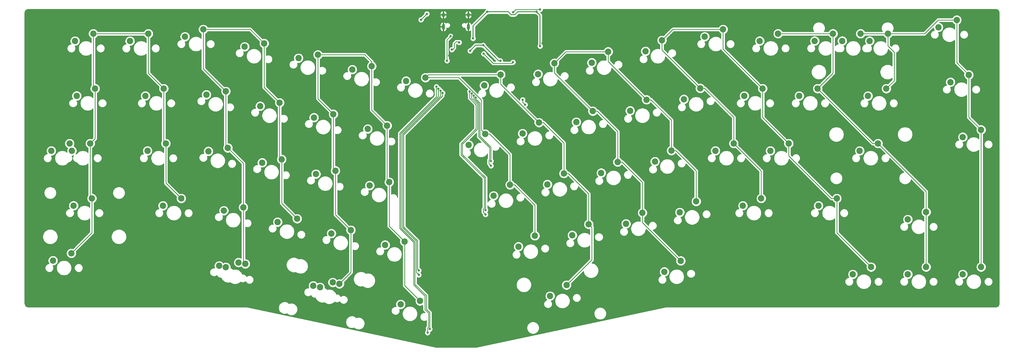
<source format=gtl>
%TF.GenerationSoftware,KiCad,Pcbnew,(5.1.4)-1*%
%TF.CreationDate,2020-09-07T21:46:20+12:00*%
%TF.ProjectId,puffazz-arisu-v2,70756666-617a-47a2-9d61-726973752d76,rev?*%
%TF.SameCoordinates,Original*%
%TF.FileFunction,Copper,L1,Top*%
%TF.FilePolarity,Positive*%
%FSLAX46Y46*%
G04 Gerber Fmt 4.6, Leading zero omitted, Abs format (unit mm)*
G04 Created by KiCad (PCBNEW (5.1.4)-1) date 2020-09-07 21:46:20*
%MOMM*%
%LPD*%
G04 APERTURE LIST*
%TA.AperFunction,ComponentPad*%
%ADD10C,2.200000*%
%TD*%
%TA.AperFunction,ComponentPad*%
%ADD11O,1.000000X2.100000*%
%TD*%
%TA.AperFunction,ComponentPad*%
%ADD12O,1.000000X1.600000*%
%TD*%
%TA.AperFunction,ViaPad*%
%ADD13C,0.800000*%
%TD*%
%TA.AperFunction,Conductor*%
%ADD14C,0.380000*%
%TD*%
%TA.AperFunction,Conductor*%
%ADD15C,0.250000*%
%TD*%
%TA.AperFunction,Conductor*%
%ADD16C,0.254000*%
%TD*%
G04 APERTURE END LIST*
D10*
%TO.P,MX_RETURN1,1*%
%TO.N,COL6*%
X331606635Y-97553194D03*
%TO.P,MX_RETURN1,2*%
%TO.N,Net-(D45-Pad2)*%
X325256635Y-100093194D03*
%TD*%
%TO.P,MX_LSHIFT1,2*%
%TO.N,Net-(D47-Pad2)*%
X52845547Y-119141100D03*
%TO.P,MX_LSHIFT1,1*%
%TO.N,COL0*%
X59195547Y-116601100D03*
%TD*%
%TO.P,MX_SPACE2,1*%
%TO.N,COL2*%
X142639155Y-145762581D03*
%TO.P,MX_SPACE2,2*%
%TO.N,Net-(D62-Pad2)*%
X135899822Y-146926837D03*
%TD*%
%TO.P,MX_SPACE1,1*%
%TO.N,COL2*%
X144970081Y-146258035D03*
%TO.P,MX_SPACE1,2*%
%TO.N,Net-(D62-Pad2)*%
X138230748Y-147422291D03*
%TD*%
%TO.P,MX_SPACE3,2*%
%TO.N,Net-(D65-Pad2)*%
X217974238Y-150491762D03*
%TO.P,MX_SPACE3,1*%
%TO.N,COL3*%
X223657380Y-146687028D03*
%TD*%
%TO.P,MX_#BKSP2,2*%
%TO.N,Net-(D9-Pad2)*%
X319196461Y-61988248D03*
%TO.P,MX_#BKSP2,1*%
%TO.N,COL7*%
X325546461Y-59448248D03*
%TD*%
%TO.P,MX_#7,2*%
%TO.N,Net-(D13-Pad2)*%
X195143961Y-77443140D03*
%TO.P,MX_#7,1*%
%TO.N,COL3*%
X200827103Y-73638406D03*
%TD*%
%TO.P,MX_#-1,2*%
%TO.N,Net-(D15-Pad2)*%
X271572079Y-60491615D03*
%TO.P,MX_#-1,1*%
%TO.N,COL5*%
X277922079Y-57951615D03*
%TD*%
D11*
%TO.P,USB1,13*%
%TO.N,GND*%
X181004000Y-57072000D03*
X189644000Y-57072000D03*
D12*
X181004000Y-52892000D03*
X189644000Y-52892000D03*
%TD*%
D10*
%TO.P,MX_BCKSP1,2*%
%TO.N,Net-(D32-Pad2)*%
X328134773Y-81045067D03*
%TO.P,MX_BCKSP1,1*%
%TO.N,COL7*%
X334484773Y-78505067D03*
%TD*%
%TO.P,MX_RALT1,2*%
%TO.N,Net-(D63-Pad2)*%
X257572588Y-142074873D03*
%TO.P,MX_RALT1,1*%
%TO.N,COL4*%
X263255730Y-138270139D03*
%TD*%
%TO.P,MX_LCTRL1,2*%
%TO.N,Net-(D60-Pad2)*%
X45713553Y-138193134D03*
%TO.P,MX_LCTRL1,1*%
%TO.N,COL0*%
X52063553Y-135653134D03*
%TD*%
%TO.P,MX_LALT2,2*%
%TO.N,Net-(D61-Pad2)*%
X105618328Y-140490307D03*
%TO.P,MX_LALT2,1*%
%TO.N,COL1*%
X112357661Y-139326051D03*
%TD*%
%TO.P,MX_#TAB1,2*%
%TO.N,Net-(D18-Pad2)*%
X53940104Y-81039603D03*
%TO.P,MX_#TAB1,1*%
%TO.N,COL0*%
X60290104Y-78499603D03*
%TD*%
%TO.P,MX_CAPS2,2*%
%TO.N,Net-(D33-Pad2)*%
X45117556Y-100096034D03*
%TO.P,MX_CAPS2,1*%
%TO.N,COL0*%
X51467556Y-97556034D03*
%TD*%
%TO.P,MX_Z1,2*%
%TO.N,Net-(D53-Pad2)*%
X83798103Y-119149963D03*
%TO.P,MX_Z1,1*%
%TO.N,COL0*%
X90148103Y-116609963D03*
%TD*%
%TO.P,MX_Y1,2*%
%TO.N,Net-(D21-Pad2)*%
X189787823Y-98057211D03*
%TO.P,MX_Y1,1*%
%TO.N,COL3*%
X195470965Y-94252477D03*
%TD*%
%TO.P,MX_X1,2*%
%TO.N,Net-(D48-Pad2)*%
X104923211Y-120863083D03*
%TO.P,MX_X1,1*%
%TO.N,COL1*%
X111662544Y-119698827D03*
%TD*%
%TO.P,MX_W1,2*%
%TO.N,Net-(D19-Pad2)*%
X98870692Y-80630824D03*
%TO.P,MX_W1,1*%
%TO.N,COL1*%
X105610025Y-79466568D03*
%TD*%
%TO.P,MX_V1,2*%
%TO.N,Net-(D49-Pad2)*%
X142190634Y-128784518D03*
%TO.P,MX_V1,1*%
%TO.N,COL2*%
X148929967Y-127620262D03*
%TD*%
%TO.P,MX_UP1,2*%
%TO.N,Net-(D59-Pad2)*%
X341924687Y-123908250D03*
%TO.P,MX_UP1,1*%
%TO.N,COL6*%
X348274687Y-121368250D03*
%TD*%
%TO.P,MX_U1,2*%
%TO.N,Net-(D29-Pad2)*%
X208421535Y-94096493D03*
%TO.P,MX_U1,1*%
%TO.N,COL3*%
X214104677Y-90291759D03*
%TD*%
%TO.P,MX_T1,2*%
%TO.N,Net-(D28-Pad2)*%
X154771827Y-92512977D03*
%TO.P,MX_T1,1*%
%TO.N,COL2*%
X161511160Y-91348721D03*
%TD*%
%TO.P,MX_S1,2*%
%TO.N,Net-(D34-Pad2)*%
X99567073Y-100249012D03*
%TO.P,MX_S1,1*%
%TO.N,COL1*%
X106306406Y-99084756D03*
%TD*%
%TO.P,MX_RSHIFT1,2*%
%TO.N,Net-(D58-Pad2)*%
X310965635Y-119143194D03*
%TO.P,MX_RSHIFT1,1*%
%TO.N,COL5*%
X317315635Y-116603194D03*
%TD*%
%TO.P,MX_RIGHT1,2*%
%TO.N,Net-(D68-Pad2)*%
X360974687Y-142958250D03*
%TO.P,MX_RIGHT1,1*%
%TO.N,COL7*%
X367324687Y-140418250D03*
%TD*%
%TO.P,MX_R1,2*%
%TO.N,Net-(D20-Pad2)*%
X136138115Y-88552259D03*
%TO.P,MX_R1,1*%
%TO.N,COL2*%
X142877448Y-87388003D03*
%TD*%
%TO.P,MX_Q1,2*%
%TO.N,Net-(D26-Pad2)*%
X77750794Y-81043458D03*
%TO.P,MX_Q1,1*%
%TO.N,COL0*%
X84100794Y-78503458D03*
%TD*%
%TO.P,MX_PGDN1,2*%
%TO.N,Net-(D25-Pad2)*%
X356706399Y-76281926D03*
%TO.P,MX_PGDN1,1*%
%TO.N,COL7*%
X363056399Y-73741926D03*
%TD*%
%TO.P,MX_P1,2*%
%TO.N,Net-(D23-Pad2)*%
X264322670Y-82214340D03*
%TO.P,MX_P1,1*%
%TO.N,COL5*%
X270005812Y-78409606D03*
%TD*%
%TO.P,MX_O1,2*%
%TO.N,Net-(D30-Pad2)*%
X245688958Y-86175058D03*
%TO.P,MX_O1,1*%
%TO.N,COL4*%
X251372100Y-82370324D03*
%TD*%
%TO.P,MX_N1,2*%
%TO.N,Net-(D50-Pad2)*%
X207020795Y-133345759D03*
%TO.P,MX_N1,1*%
%TO.N,COL3*%
X212703937Y-129541025D03*
%TD*%
%TO.P,MX_M1,2*%
%TO.N,Net-(D56-Pad2)*%
X225654507Y-129385041D03*
%TO.P,MX_M1,1*%
%TO.N,COL3*%
X231337649Y-125580307D03*
%TD*%
%TO.P,MX_LWIN1,2*%
%TO.N,Net-(D64-Pad2)*%
X166181315Y-153363367D03*
%TO.P,MX_LWIN1,1*%
%TO.N,COL2*%
X172920648Y-152199111D03*
%TD*%
%TO.P,MX_LEFT1,2*%
%TO.N,Net-(D66-Pad2)*%
X322874687Y-142958250D03*
%TO.P,MX_LEFT1,1*%
%TO.N,COL5*%
X329224687Y-140418250D03*
%TD*%
%TO.P,MX_LALT1,2*%
%TO.N,Net-(D61-Pad2)*%
X103290337Y-139995477D03*
%TO.P,MX_LALT1,1*%
%TO.N,COL1*%
X110029670Y-138831221D03*
%TD*%
%TO.P,MX_L1,2*%
%TO.N,Net-(D43-Pad2)*%
X254312427Y-103820338D03*
%TO.P,MX_L1,1*%
%TO.N,COL4*%
X259995569Y-100015604D03*
%TD*%
%TO.P,MX_K1,2*%
%TO.N,Net-(D37-Pad2)*%
X235678715Y-107781056D03*
%TO.P,MX_K1,1*%
%TO.N,COL4*%
X241361857Y-103976322D03*
%TD*%
%TO.P,MX_J1,2*%
%TO.N,Net-(D42-Pad2)*%
X217045004Y-111741773D03*
%TO.P,MX_J1,1*%
%TO.N,COL3*%
X222728146Y-107937039D03*
%TD*%
%TO.P,MX_I1,2*%
%TO.N,Net-(D22-Pad2)*%
X227055246Y-90135775D03*
%TO.P,MX_I1,1*%
%TO.N,COL4*%
X232738388Y-86331041D03*
%TD*%
%TO.P,MX_H1,2*%
%TO.N,Net-(D36-Pad2)*%
X198411292Y-115702491D03*
%TO.P,MX_H1,1*%
%TO.N,COL3*%
X204094434Y-111897757D03*
%TD*%
%TO.P,MX_G1,2*%
%TO.N,Net-(D41-Pad2)*%
X155468208Y-112131165D03*
%TO.P,MX_G1,1*%
%TO.N,COL2*%
X162207541Y-110966909D03*
%TD*%
%TO.P,MX_FN1,2*%
%TO.N,Net-(D46-Pad2)*%
X360973522Y-95328865D03*
%TO.P,MX_FN1,1*%
%TO.N,COL7*%
X367323522Y-92788865D03*
%TD*%
%TO.P,MX_F1,2*%
%TO.N,Net-(D35-Pad2)*%
X136834497Y-108170448D03*
%TO.P,MX_F1,1*%
%TO.N,COL2*%
X143573830Y-107006192D03*
%TD*%
%TO.P,MX_ESC1,2*%
%TO.N,Net-(D2-Pad2)*%
X53340073Y-61992918D03*
%TO.P,MX_ESC1,1*%
%TO.N,COL0*%
X59690073Y-59452918D03*
%TD*%
%TO.P,MX_E1,2*%
%TO.N,Net-(D27-Pad2)*%
X117504404Y-84591541D03*
%TO.P,MX_E1,1*%
%TO.N,COL1*%
X124243737Y-83427285D03*
%TD*%
%TO.P,MX_DOWN1,2*%
%TO.N,Net-(D67-Pad2)*%
X341924687Y-142958250D03*
%TO.P,MX_DOWN1,1*%
%TO.N,COL6*%
X348274687Y-140418250D03*
%TD*%
%TO.P,MX_D1,2*%
%TO.N,Net-(D40-Pad2)*%
X118200784Y-104209730D03*
%TO.P,MX_D1,1*%
%TO.N,COL1*%
X124940117Y-103045474D03*
%TD*%
%TO.P,MX_CAPS1,2*%
%TO.N,Net-(D33-Pad2)*%
X52257691Y-100094495D03*
%TO.P,MX_CAPS1,1*%
%TO.N,COL0*%
X58607691Y-97554495D03*
%TD*%
%TO.P,MX_C1,2*%
%TO.N,Net-(D54-Pad2)*%
X123556922Y-124823800D03*
%TO.P,MX_C1,1*%
%TO.N,COL1*%
X130296255Y-123659544D03*
%TD*%
%TO.P,MX_B1,2*%
%TO.N,Net-(D55-Pad2)*%
X160824346Y-132745236D03*
%TO.P,MX_B1,1*%
%TO.N,COL2*%
X167563679Y-131580980D03*
%TD*%
%TO.P,MX_A1,2*%
%TO.N,Net-(D39-Pad2)*%
X78454249Y-100097839D03*
%TO.P,MX_A1,1*%
%TO.N,COL0*%
X84804249Y-97557839D03*
%TD*%
%TO.P,MX_]1,2*%
%TO.N,Net-(D24-Pad2)*%
X304318773Y-81045067D03*
%TO.P,MX_]1,1*%
%TO.N,COL6*%
X310668773Y-78505067D03*
%TD*%
%TO.P,MX_[1,2*%
%TO.N,Net-(D31-Pad2)*%
X285268773Y-81045067D03*
%TO.P,MX_[1,1*%
%TO.N,COL5*%
X291618773Y-78505067D03*
%TD*%
%TO.P,MX_?1,2*%
%TO.N,Net-(D52-Pad2)*%
X284773635Y-119143194D03*
%TO.P,MX_?1,1*%
%TO.N,COL5*%
X291123635Y-116603194D03*
%TD*%
%TO.P,MX_>1,2*%
%TO.N,Net-(D57-Pad2)*%
X262921930Y-121463606D03*
%TO.P,MX_>1,1*%
%TO.N,COL4*%
X268605072Y-117658872D03*
%TD*%
%TO.P,MX_<1,2*%
%TO.N,Net-(D51-Pad2)*%
X244288218Y-125424324D03*
%TO.P,MX_<1,1*%
%TO.N,COL4*%
X249971360Y-121619590D03*
%TD*%
%TO.P,MX_:1,2*%
%TO.N,Net-(D38-Pad2)*%
X275248635Y-100093194D03*
%TO.P,MX_:1,1*%
%TO.N,COL5*%
X281598635Y-97553194D03*
%TD*%
%TO.P,MX_#|1,2*%
%TO.N,Net-(D9-Pad2)*%
X328721461Y-61988248D03*
%TO.P,MX_#|1,1*%
%TO.N,COL7*%
X335071461Y-59448248D03*
%TD*%
%TO.P,MX_#PGUP1,2*%
%TO.N,Net-(D17-Pad2)*%
X352531029Y-57227181D03*
%TO.P,MX_#PGUP1,1*%
%TO.N,COL7*%
X358881029Y-54687181D03*
%TD*%
%TO.P,MX_#`1,2*%
%TO.N,Net-(D16-Pad2)*%
X309671461Y-61988248D03*
%TO.P,MX_#`1,1*%
%TO.N,COL6*%
X316021461Y-59448248D03*
%TD*%
%TO.P,MX_#+1,2*%
%TO.N,Net-(D8-Pad2)*%
X290621461Y-61988248D03*
%TO.P,MX_#+1,1*%
%TO.N,COL6*%
X296971461Y-59448248D03*
%TD*%
%TO.P,MX_#9,2*%
%TO.N,Net-(D14-Pad2)*%
X232411385Y-69521705D03*
%TO.P,MX_#9,1*%
%TO.N,COL4*%
X238094527Y-65716971D03*
%TD*%
%TO.P,MX_#8,2*%
%TO.N,Net-(D6-Pad2)*%
X213777673Y-73482422D03*
%TO.P,MX_#8,1*%
%TO.N,COL4*%
X219460815Y-69677688D03*
%TD*%
%TO.P,MX_#6,2*%
%TO.N,Net-(D5-Pad2)*%
X168049401Y-75859624D03*
%TO.P,MX_#6,1*%
%TO.N,COL3*%
X174788734Y-74695368D03*
%TD*%
%TO.P,MX_#5,2*%
%TO.N,Net-(D12-Pad2)*%
X149415689Y-71898906D03*
%TO.P,MX_#5,1*%
%TO.N,COL2*%
X156155022Y-70734650D03*
%TD*%
%TO.P,MX_#4,2*%
%TO.N,Net-(D4-Pad2)*%
X130781977Y-67938189D03*
%TO.P,MX_#4,1*%
%TO.N,COL2*%
X137521310Y-66773933D03*
%TD*%
%TO.P,MX_#3,2*%
%TO.N,Net-(D11-Pad2)*%
X112148265Y-63977471D03*
%TO.P,MX_#3,1*%
%TO.N,COL1*%
X118887598Y-62813215D03*
%TD*%
%TO.P,MX_#2,2*%
%TO.N,Net-(D3-Pad2)*%
X91446075Y-60490941D03*
%TO.P,MX_#2,1*%
%TO.N,COL1*%
X97796075Y-57950941D03*
%TD*%
%TO.P,MX_#1,2*%
%TO.N,Net-(D10-Pad2)*%
X72392273Y-61993345D03*
%TO.P,MX_#1,1*%
%TO.N,COL0*%
X78742273Y-59453345D03*
%TD*%
%TO.P,MX_#0,2*%
%TO.N,Net-(D7-Pad2)*%
X251045096Y-65560987D03*
%TO.P,MX_#0,1*%
%TO.N,COL5*%
X256728238Y-61756253D03*
%TD*%
%TO.P,MX_"1,2*%
%TO.N,Net-(D44-Pad2)*%
X294298635Y-100093194D03*
%TO.P,MX_"1,1*%
%TO.N,COL5*%
X300648635Y-97553194D03*
%TD*%
D13*
%TO.N,GND*%
X184531000Y-60579000D03*
X215293000Y-62738000D03*
X191262000Y-67945000D03*
X186690000Y-67818000D03*
X183007000Y-67056000D03*
X228092000Y-58166000D03*
%TO.N,+5V*%
X200728854Y-68834000D03*
X214503000Y-63754000D03*
X213263000Y-51846000D03*
X196215000Y-51816000D03*
X190246000Y-65405000D03*
X194790644Y-63472644D03*
X191262000Y-61087000D03*
%TO.N,Net-(D1-Pad2)*%
X183925000Y-64995000D03*
X186436000Y-62484000D03*
%TO.N,ROW1*%
X209296000Y-84074000D03*
X208477391Y-82376362D03*
%TO.N,ROW2*%
X192235670Y-81627976D03*
X197485000Y-103632000D03*
%TO.N,ROW3*%
X191528562Y-80920868D03*
X197485000Y-105283000D03*
%TO.N,ROW4*%
X190821455Y-80213760D03*
X195580000Y-120650000D03*
%TO.N,ROW5*%
X190114347Y-79506653D03*
X195580000Y-122174000D03*
%TO.N,ROW6*%
X172466000Y-141605000D03*
X180721000Y-80010000D03*
%TO.N,ROW7*%
X172466000Y-143129000D03*
X179984758Y-79274444D03*
%TO.N,ROW8*%
X179287000Y-78558108D03*
X176276000Y-161925000D03*
%TO.N,ROW9*%
X178562000Y-77851000D03*
X175514000Y-163195000D03*
%TO.N,Net-(R1-Pad1)*%
X173228000Y-54610000D03*
X175260000Y-52578000D03*
%TO.N,Net-(R2-Pad2)*%
X194945000Y-66421000D03*
X205105000Y-69342000D03*
%TO.N,Net-(R3-Pad2)*%
X183515000Y-60325000D03*
X182245000Y-68834000D03*
%TO.N,RGBLED*%
X205163847Y-52011153D03*
X214503000Y-51054000D03*
%TD*%
D14*
%TO.N,GND*%
X184531000Y-60579000D02*
X183007000Y-62103000D01*
X183007000Y-66490315D02*
X183007000Y-65278000D01*
X183007000Y-67056000D02*
X183007000Y-66490315D01*
X183007000Y-62103000D02*
X183007000Y-65278000D01*
X183007000Y-65278000D02*
X183007000Y-66040000D01*
X187089999Y-67418001D02*
X188449001Y-67418001D01*
X186690000Y-67818000D02*
X187089999Y-67418001D01*
X188976000Y-67945000D02*
X191262000Y-67945000D01*
X188449001Y-67418001D02*
X188976000Y-67945000D01*
X219865000Y-58166000D02*
X215293000Y-62738000D01*
X228092000Y-58166000D02*
X219865000Y-58166000D01*
%TO.N,+5V*%
X214503000Y-53086000D02*
X213263000Y-51846000D01*
X200152000Y-68834000D02*
X194790644Y-63472644D01*
X200728854Y-68834000D02*
X200152000Y-68834000D01*
X192178356Y-63472644D02*
X190246000Y-65405000D01*
X194790644Y-63472644D02*
X192178356Y-63472644D01*
X191262000Y-56769000D02*
X196215000Y-51816000D01*
X191262000Y-61087000D02*
X191262000Y-56769000D01*
X214503000Y-63754000D02*
X214503000Y-53086000D01*
X203454000Y-51816000D02*
X204470000Y-52832000D01*
X196215000Y-51816000D02*
X203454000Y-51816000D01*
X206726000Y-51846000D02*
X205740000Y-52832000D01*
X213263000Y-51846000D02*
X206726000Y-51846000D01*
X204470000Y-52832000D02*
X205740000Y-52832000D01*
D15*
%TO.N,Net-(D1-Pad2)*%
X183925000Y-64995000D02*
X184179000Y-64995000D01*
X184179000Y-64995000D02*
X184785000Y-64389000D01*
X184785000Y-64389000D02*
X184785000Y-62865000D01*
X184785000Y-62865000D02*
X185420000Y-62230000D01*
X185420000Y-62230000D02*
X186182000Y-62230000D01*
X186182000Y-62230000D02*
X186436000Y-62484000D01*
X186436000Y-62484000D02*
X186436000Y-62484000D01*
%TO.N,ROW1*%
X208477391Y-83255391D02*
X209296000Y-84074000D01*
X208477391Y-82376362D02*
X208477391Y-83255391D01*
%TO.N,ROW2*%
X197485000Y-98806000D02*
X197485000Y-103632000D01*
X193675000Y-94996000D02*
X197485000Y-98806000D01*
X193675000Y-83503898D02*
X193675000Y-94996000D01*
X192235670Y-82064568D02*
X193675000Y-83503898D01*
X192235670Y-81627976D02*
X192235670Y-82064568D01*
%TO.N,ROW3*%
X196759999Y-103271991D02*
X196759999Y-104557999D01*
X197034990Y-98992400D02*
X197034990Y-102997000D01*
X197034990Y-102997000D02*
X196759999Y-103271991D01*
X191528562Y-80920868D02*
X191528562Y-81262082D01*
X191510669Y-81279975D02*
X191510669Y-81975977D01*
X196759999Y-104557999D02*
X197485000Y-105283000D01*
X191510669Y-81975977D02*
X193224990Y-83690298D01*
X191528562Y-81262082D02*
X191510669Y-81279975D01*
X193224990Y-83690298D02*
X193224990Y-95182400D01*
X193224990Y-95182400D02*
X197034990Y-98992400D01*
%TO.N,ROW4*%
X187579000Y-101346000D02*
X195580000Y-109347000D01*
X187579000Y-97790000D02*
X187579000Y-101346000D01*
X195580000Y-109347000D02*
X195580000Y-120650000D01*
X192774980Y-83876698D02*
X192774980Y-92594020D01*
X190803561Y-81905279D02*
X192774980Y-83876698D01*
X190803561Y-80572867D02*
X190803561Y-81905279D01*
X192774980Y-92594020D02*
X187579000Y-97790000D01*
X190821455Y-80554973D02*
X190803561Y-80572867D01*
X190821455Y-80213760D02*
X190821455Y-80554973D01*
%TO.N,ROW5*%
X190114347Y-79847866D02*
X190114347Y-79506653D01*
X190096454Y-81834582D02*
X190096454Y-79865759D01*
X192324970Y-84063098D02*
X190096454Y-81834582D01*
X192324970Y-92407620D02*
X192324970Y-84063098D01*
X187128990Y-97603600D02*
X192324970Y-92407620D01*
X194854999Y-121448999D02*
X194854999Y-120301999D01*
X190096454Y-79865759D02*
X190114347Y-79847866D01*
X195580000Y-122174000D02*
X194854999Y-121448999D01*
X194854999Y-120301999D02*
X195129990Y-120027008D01*
X195129990Y-120027008D02*
X195129990Y-109533400D01*
X195129990Y-109533400D02*
X187128991Y-101532401D01*
X187128991Y-101532401D02*
X187128990Y-97603600D01*
%TO.N,ROW6*%
X172038029Y-141177029D02*
X172466000Y-141605000D01*
X172038029Y-131266799D02*
X172038029Y-141177029D01*
X167259000Y-126487770D02*
X172038029Y-131266799D01*
X167259000Y-94492230D02*
X167259000Y-126487770D01*
X180721000Y-81030230D02*
X167259000Y-94492230D01*
X180721000Y-80010000D02*
X180721000Y-81030230D01*
%TO.N,ROW7*%
X171588020Y-142251020D02*
X172466000Y-143129000D01*
X171588020Y-131453200D02*
X171588020Y-142251020D01*
X166762020Y-126627200D02*
X171588020Y-131453200D01*
X166762020Y-94352800D02*
X166762020Y-126627200D01*
X179984758Y-81130062D02*
X166762020Y-94352800D01*
X179984758Y-79274444D02*
X179984758Y-81130062D01*
%TO.N,ROW8*%
X176276000Y-156208590D02*
X175641705Y-155574295D01*
X176276000Y-161925000D02*
X176276000Y-156208590D01*
X175641705Y-155574295D02*
X175973963Y-155906553D01*
X175075010Y-155007600D02*
X175641705Y-155574295D01*
X171138010Y-146371600D02*
X175075010Y-150308600D01*
X171138010Y-131639600D02*
X171138010Y-146371600D01*
X179287000Y-78558108D02*
X179287000Y-78899200D01*
X175075010Y-150308600D02*
X175075010Y-155007600D01*
X179287000Y-78899200D02*
X179259757Y-78926443D01*
X179259757Y-78926443D02*
X179259757Y-81218653D01*
X179259757Y-81218653D02*
X166312010Y-94166400D01*
X166312010Y-94166400D02*
X166312010Y-126813600D01*
X166312010Y-126813600D02*
X171138010Y-131639600D01*
%TO.N,ROW9*%
X174625001Y-155194001D02*
X175825990Y-156394990D01*
X174625000Y-150495000D02*
X174625001Y-155194001D01*
X170688000Y-146558000D02*
X174625000Y-150495000D01*
X178562000Y-77851000D02*
X178562000Y-81280000D01*
X178562000Y-81280000D02*
X165862000Y-93980000D01*
X165862000Y-127000000D02*
X170688000Y-131826000D01*
X165862000Y-93980000D02*
X165862000Y-127000000D01*
X170688000Y-131826000D02*
X170688000Y-146558000D01*
X175514000Y-161532980D02*
X175825990Y-161220990D01*
X175514000Y-163195000D02*
X175514000Y-161532980D01*
X175825990Y-156394990D02*
X175825990Y-161220990D01*
%TO.N,COL5*%
X260532876Y-57951615D02*
X277922079Y-57951615D01*
X256728238Y-61756253D02*
X260532876Y-57951615D01*
X317315635Y-128509198D02*
X329224687Y-140418250D01*
X317315635Y-116603194D02*
X317315635Y-128509198D01*
X256728238Y-65132032D02*
X256728238Y-61756253D01*
X270005812Y-78409606D02*
X256728238Y-65132032D01*
X271561446Y-78409606D02*
X270005812Y-78409606D01*
X281598635Y-88446795D02*
X271561446Y-78409606D01*
X281598635Y-97553194D02*
X281598635Y-88446795D01*
X291123635Y-107078194D02*
X281598635Y-97553194D01*
X291123635Y-116603194D02*
X291123635Y-107078194D01*
X315760001Y-116603194D02*
X317315635Y-116603194D01*
X315419633Y-116603194D02*
X315760001Y-116603194D01*
X300648635Y-101832196D02*
X315419633Y-116603194D01*
X300648635Y-97553194D02*
X300648635Y-101832196D01*
X277922079Y-64808373D02*
X291618773Y-78505067D01*
X277922079Y-57951615D02*
X277922079Y-64808373D01*
X291618773Y-88523332D02*
X300648635Y-97553194D01*
X291618773Y-78505067D02*
X291618773Y-88523332D01*
%TO.N,COL0*%
X59690073Y-77899572D02*
X60290104Y-78499603D01*
X59690073Y-59452918D02*
X59690073Y-77899572D01*
X60290104Y-95872082D02*
X58607691Y-97554495D01*
X60290104Y-78499603D02*
X60290104Y-95872082D01*
X58607691Y-116013244D02*
X59195547Y-116601100D01*
X58607691Y-97554495D02*
X58607691Y-116013244D01*
X59195547Y-128521140D02*
X52063553Y-135653134D01*
X59195547Y-116601100D02*
X59195547Y-128521140D01*
X78742273Y-73144937D02*
X84100794Y-78503458D01*
X78742273Y-59453345D02*
X78742273Y-73144937D01*
X84100794Y-96854384D02*
X84804249Y-97557839D01*
X84100794Y-78503458D02*
X84100794Y-96854384D01*
X84804249Y-111266109D02*
X90148103Y-116609963D01*
X84804249Y-97557839D02*
X84804249Y-111266109D01*
X78741846Y-59452918D02*
X78742273Y-59453345D01*
X59690073Y-59452918D02*
X78741846Y-59452918D01*
%TO.N,COL1*%
X114025324Y-57950941D02*
X97796075Y-57950941D01*
X118887598Y-62813215D02*
X114025324Y-57950941D01*
X118887598Y-78071146D02*
X124243737Y-83427285D01*
X118887598Y-62813215D02*
X118887598Y-78071146D01*
X124243737Y-102349094D02*
X124940117Y-103045474D01*
X124243737Y-83427285D02*
X124243737Y-102349094D01*
X124940117Y-118303406D02*
X130296255Y-123659544D01*
X124940117Y-103045474D02*
X124940117Y-118303406D01*
X111662544Y-138630934D02*
X112357661Y-139326051D01*
X111662544Y-119698827D02*
X111662544Y-138630934D01*
X111662544Y-104440894D02*
X106306406Y-99084756D01*
X111662544Y-119698827D02*
X111662544Y-104440894D01*
X105610025Y-98388375D02*
X106306406Y-99084756D01*
X105610025Y-79466568D02*
X105610025Y-98388375D01*
X97796075Y-71652618D02*
X105610025Y-79466568D01*
X97796075Y-57950941D02*
X97796075Y-71652618D01*
%TO.N,COL2*%
X139076944Y-66773933D02*
X137521310Y-66773933D01*
X153749939Y-66773933D02*
X139076944Y-66773933D01*
X156155022Y-69179016D02*
X153749939Y-66773933D01*
X156155022Y-70734650D02*
X156155022Y-69179016D01*
X137521310Y-82031865D02*
X142877448Y-87388003D01*
X137521310Y-66773933D02*
X137521310Y-82031865D01*
X142877448Y-106309810D02*
X143573830Y-107006192D01*
X142877448Y-87388003D02*
X142877448Y-106309810D01*
X143573830Y-122264125D02*
X148929967Y-127620262D01*
X143573830Y-107006192D02*
X143573830Y-122264125D01*
X148929967Y-142298149D02*
X144970081Y-146258035D01*
X148929967Y-127620262D02*
X148929967Y-142298149D01*
X167563679Y-146842142D02*
X172920648Y-152199111D01*
X167563679Y-131580980D02*
X167563679Y-146842142D01*
X162207541Y-126224842D02*
X167563679Y-131580980D01*
X162207541Y-110966909D02*
X162207541Y-126224842D01*
X161511160Y-110270528D02*
X162207541Y-110966909D01*
X161511160Y-91348721D02*
X161511160Y-110270528D01*
X156155022Y-85992583D02*
X161511160Y-91348721D01*
X156155022Y-70734650D02*
X156155022Y-85992583D01*
%TO.N,COL3*%
X200827103Y-77014185D02*
X200827103Y-73638406D01*
X214104677Y-90291759D02*
X200827103Y-77014185D01*
X197026599Y-94252477D02*
X195470965Y-94252477D01*
X204094434Y-101320312D02*
X197026599Y-94252477D01*
X204094434Y-111897757D02*
X204094434Y-101320312D01*
X205650068Y-111897757D02*
X204094434Y-111897757D01*
X212703937Y-118951626D02*
X205650068Y-111897757D01*
X212703937Y-129541025D02*
X212703937Y-118951626D01*
X223657380Y-146687028D02*
X232156000Y-138188408D01*
X232437648Y-137906760D02*
X232156000Y-138188408D01*
X232437648Y-126680306D02*
X232437648Y-137906760D01*
X231337649Y-125580307D02*
X232437648Y-126680306D01*
X215660311Y-90291759D02*
X214104677Y-90291759D01*
X222728146Y-97359594D02*
X215660311Y-90291759D01*
X222728146Y-107937039D02*
X222728146Y-97359594D01*
X224283780Y-107937039D02*
X222728146Y-107937039D01*
X231337649Y-114990908D02*
X224283780Y-107937039D01*
X231337649Y-125580307D02*
X231337649Y-114990908D01*
X175845696Y-73638406D02*
X174788734Y-74695368D01*
X200827103Y-73638406D02*
X175845696Y-73638406D01*
X194125010Y-92906522D02*
X195470965Y-94252477D01*
X194125010Y-82444314D02*
X194125010Y-92906522D01*
X186376064Y-74695368D02*
X194125010Y-82444314D01*
X174788734Y-74695368D02*
X186376064Y-74695368D01*
%TO.N,COL4*%
X223421532Y-65716971D02*
X238094527Y-65716971D01*
X219460815Y-69677688D02*
X223421532Y-65716971D01*
X219460815Y-73053468D02*
X232738388Y-86331041D01*
X219460815Y-69677688D02*
X219460815Y-73053468D01*
X238094527Y-69092751D02*
X251372100Y-82370324D01*
X238094527Y-65716971D02*
X238094527Y-69092751D01*
X234294022Y-86331041D02*
X232738388Y-86331041D01*
X241361857Y-93398876D02*
X234294022Y-86331041D01*
X241361857Y-103976322D02*
X241361857Y-93398876D01*
X252927734Y-82370324D02*
X251372100Y-82370324D01*
X259995569Y-89438159D02*
X252927734Y-82370324D01*
X259995569Y-100015604D02*
X259995569Y-89438159D01*
X261551203Y-100015604D02*
X259995569Y-100015604D01*
X268605072Y-107069473D02*
X261551203Y-100015604D01*
X268605072Y-117658872D02*
X268605072Y-107069473D01*
X242917491Y-103976322D02*
X241361857Y-103976322D01*
X249971360Y-111030191D02*
X242917491Y-103976322D01*
X249971360Y-121619590D02*
X249971360Y-111030191D01*
X249971360Y-124985769D02*
X249971360Y-121619590D01*
X263255730Y-138270139D02*
X249971360Y-124985769D01*
%TO.N,COL6*%
X311924463Y-59448248D02*
X316021461Y-59448248D01*
X296971461Y-59448248D02*
X311924463Y-59448248D01*
X316021461Y-73152379D02*
X310668773Y-78505067D01*
X316021461Y-59448248D02*
X316021461Y-73152379D01*
X329716900Y-97553194D02*
X310668773Y-78505067D01*
X331606635Y-97553194D02*
X329716900Y-97553194D01*
X348274687Y-114221246D02*
X348274687Y-121368250D01*
X331606635Y-97553194D02*
X348274687Y-114221246D01*
X348274687Y-122923884D02*
X348274687Y-140418250D01*
X348274687Y-121368250D02*
X348274687Y-122923884D01*
%TO.N,COL7*%
X335071461Y-59448248D02*
X347713752Y-59448248D01*
X352474819Y-54687181D02*
X358881029Y-54687181D01*
X347713752Y-59448248D02*
X352474819Y-54687181D01*
X367324687Y-92792229D02*
X367328627Y-92788289D01*
X367324687Y-140418250D02*
X367324687Y-92792229D01*
X363056399Y-88516061D02*
X367328627Y-92788289D01*
X363056399Y-73741926D02*
X363056399Y-88516061D01*
X358881029Y-69566556D02*
X363056399Y-73741926D01*
X358881029Y-54687181D02*
X358881029Y-69566556D01*
X335584772Y-77405068D02*
X334484773Y-78505067D01*
X337231462Y-75758378D02*
X335584772Y-77405068D01*
X337231462Y-65887251D02*
X337231462Y-75758378D01*
X335071461Y-63727250D02*
X337231462Y-65887251D01*
X335071461Y-59448248D02*
X335071461Y-63727250D01*
X325546461Y-59448248D02*
X335071461Y-59448248D01*
%TO.N,Net-(R1-Pad1)*%
X173228000Y-54610000D02*
X175260000Y-52578000D01*
%TO.N,Net-(R2-Pad2)*%
X194945000Y-66421000D02*
X198083001Y-69559001D01*
X198265999Y-69741999D02*
X198083001Y-69559001D01*
X204705001Y-69741999D02*
X198265999Y-69741999D01*
X205105000Y-69342000D02*
X204705001Y-69741999D01*
%TO.N,Net-(R3-Pad2)*%
X183515000Y-60325000D02*
X183115001Y-60724999D01*
X183115001Y-60724999D02*
X182245000Y-61595000D01*
X182245000Y-61595000D02*
X182245000Y-68834000D01*
X182245000Y-68834000D02*
X182245000Y-68834000D01*
%TO.N,RGBLED*%
X206121000Y-51054000D02*
X205930500Y-51244500D01*
X214503000Y-51054000D02*
X206121000Y-51054000D01*
X205163847Y-52011153D02*
X205930500Y-51244500D01*
%TD*%
D16*
%TO.N,GND*%
G36*
X195555226Y-51012063D02*
G01*
X195411063Y-51156226D01*
X195297795Y-51325744D01*
X195219774Y-51514102D01*
X195187396Y-51676878D01*
X190719142Y-56145133D01*
X190644003Y-55970322D01*
X190517161Y-55785831D01*
X190356764Y-55629631D01*
X190168976Y-55507724D01*
X189945874Y-55427881D01*
X189771000Y-55554046D01*
X189771000Y-56945000D01*
X189791000Y-56945000D01*
X189791000Y-57199000D01*
X189771000Y-57199000D01*
X189771000Y-58589954D01*
X189945874Y-58716119D01*
X190168976Y-58636276D01*
X190356764Y-58514369D01*
X190437001Y-58436232D01*
X190437000Y-60458749D01*
X190344795Y-60596744D01*
X190266774Y-60785102D01*
X190227000Y-60985061D01*
X190227000Y-61188939D01*
X190266774Y-61388898D01*
X190344795Y-61577256D01*
X190458063Y-61746774D01*
X190602226Y-61890937D01*
X190771744Y-62004205D01*
X190960102Y-62082226D01*
X191160061Y-62122000D01*
X191363939Y-62122000D01*
X191563898Y-62082226D01*
X191752256Y-62004205D01*
X191921774Y-61890937D01*
X192065937Y-61746774D01*
X192179205Y-61577256D01*
X192257226Y-61388898D01*
X192297000Y-61188939D01*
X192297000Y-60985061D01*
X192257226Y-60785102D01*
X192179205Y-60596744D01*
X192087000Y-60458749D01*
X192087000Y-57110725D01*
X196354122Y-52843604D01*
X196516898Y-52811226D01*
X196705256Y-52733205D01*
X196843251Y-52641000D01*
X203112275Y-52641000D01*
X203857984Y-53386709D01*
X203883815Y-53418185D01*
X204009437Y-53521281D01*
X204152759Y-53597888D01*
X204261097Y-53630752D01*
X204308271Y-53645062D01*
X204322498Y-53646463D01*
X204429479Y-53657000D01*
X204429487Y-53657000D01*
X204470000Y-53660990D01*
X204510513Y-53657000D01*
X205699487Y-53657000D01*
X205740000Y-53660990D01*
X205780513Y-53657000D01*
X205780521Y-53657000D01*
X205901728Y-53645062D01*
X206057241Y-53597888D01*
X206200563Y-53521281D01*
X206326185Y-53418185D01*
X206352020Y-53386705D01*
X207067726Y-52671000D01*
X212634749Y-52671000D01*
X212772744Y-52763205D01*
X212961102Y-52841226D01*
X213123879Y-52873604D01*
X213678001Y-53427727D01*
X213678000Y-63125749D01*
X213585795Y-63263744D01*
X213507774Y-63452102D01*
X213468000Y-63652061D01*
X213468000Y-63855939D01*
X213507774Y-64055898D01*
X213585795Y-64244256D01*
X213699063Y-64413774D01*
X213843226Y-64557937D01*
X214012744Y-64671205D01*
X214201102Y-64749226D01*
X214401061Y-64789000D01*
X214604939Y-64789000D01*
X214804898Y-64749226D01*
X214993256Y-64671205D01*
X215162774Y-64557937D01*
X215306937Y-64413774D01*
X215420205Y-64244256D01*
X215498226Y-64055898D01*
X215538000Y-63855939D01*
X215538000Y-63652061D01*
X215498226Y-63452102D01*
X215420205Y-63263744D01*
X215328000Y-63125749D01*
X215328000Y-53126513D01*
X215331990Y-53086000D01*
X215328000Y-53045487D01*
X215328000Y-53045479D01*
X215316062Y-52924272D01*
X215268888Y-52768759D01*
X215192281Y-52625437D01*
X215089185Y-52499815D01*
X215057710Y-52473984D01*
X214661479Y-52077754D01*
X214804898Y-52049226D01*
X214993256Y-51971205D01*
X215162774Y-51857937D01*
X215306937Y-51713774D01*
X215420205Y-51544256D01*
X215498226Y-51355898D01*
X215538000Y-51155939D01*
X215538000Y-50955259D01*
X372275978Y-50955259D01*
X372560598Y-50983166D01*
X372800984Y-51055743D01*
X373022690Y-51173627D01*
X373217276Y-51332327D01*
X373377334Y-51525804D01*
X373496763Y-51746683D01*
X373571016Y-51986556D01*
X373600699Y-52268975D01*
X373600700Y-152985522D01*
X373572792Y-153270152D01*
X373500216Y-153510535D01*
X373382332Y-153732242D01*
X373223628Y-153926833D01*
X373030154Y-154086888D01*
X372809275Y-154206317D01*
X372569400Y-154280570D01*
X372286990Y-154310253D01*
X257950969Y-154310253D01*
X257911415Y-154306879D01*
X257846578Y-154314123D01*
X257781566Y-154320526D01*
X257743567Y-154332053D01*
X192366132Y-168227982D01*
X178485379Y-168227982D01*
X136541448Y-159311916D01*
X147123043Y-159311916D01*
X147123043Y-159737398D01*
X147206051Y-160154706D01*
X147368876Y-160547801D01*
X147605262Y-160901577D01*
X147906123Y-161202438D01*
X148259899Y-161438824D01*
X148652994Y-161601649D01*
X149070302Y-161684657D01*
X149495784Y-161684657D01*
X149913092Y-161601649D01*
X150074110Y-161534953D01*
X150237049Y-161697892D01*
X150590825Y-161934278D01*
X150983920Y-162097103D01*
X151401228Y-162180111D01*
X151826710Y-162180111D01*
X152244018Y-162097103D01*
X152637113Y-161934278D01*
X152990889Y-161697892D01*
X153291750Y-161397031D01*
X153528136Y-161043255D01*
X153690961Y-160650160D01*
X153773969Y-160232852D01*
X153773969Y-159807370D01*
X153690961Y-159390062D01*
X153528136Y-158996967D01*
X153291750Y-158643191D01*
X152990889Y-158342330D01*
X152637113Y-158105944D01*
X152244018Y-157943119D01*
X151826710Y-157860111D01*
X151401228Y-157860111D01*
X150983920Y-157943119D01*
X150822902Y-158009815D01*
X150659963Y-157846876D01*
X150306187Y-157610490D01*
X149913092Y-157447665D01*
X149495784Y-157364657D01*
X149070302Y-157364657D01*
X148652994Y-157447665D01*
X148259899Y-157610490D01*
X147906123Y-157846876D01*
X147605262Y-158147737D01*
X147368876Y-158501513D01*
X147206051Y-158894608D01*
X147123043Y-159311916D01*
X136541448Y-159311916D01*
X113263123Y-154363618D01*
X123843130Y-154363618D01*
X123843130Y-154789100D01*
X123926138Y-155206408D01*
X124088963Y-155599503D01*
X124325349Y-155953279D01*
X124626210Y-156254140D01*
X124979986Y-156490526D01*
X125373081Y-156653351D01*
X125790389Y-156736359D01*
X126215871Y-156736359D01*
X126633179Y-156653351D01*
X126794197Y-156586655D01*
X126957136Y-156749594D01*
X127310912Y-156985980D01*
X127704007Y-157148805D01*
X128121315Y-157231813D01*
X128546797Y-157231813D01*
X128964105Y-157148805D01*
X129357200Y-156985980D01*
X129710976Y-156749594D01*
X130011837Y-156448733D01*
X130248223Y-156094957D01*
X130411048Y-155701862D01*
X130463622Y-155437554D01*
X162925972Y-155437554D01*
X162925972Y-155730074D01*
X162983040Y-156016972D01*
X163094982Y-156287225D01*
X163257497Y-156530446D01*
X163464340Y-156737289D01*
X163707561Y-156899804D01*
X163977814Y-157011746D01*
X164264712Y-157068814D01*
X164557232Y-157068814D01*
X164844130Y-157011746D01*
X165114383Y-156899804D01*
X165357604Y-156737289D01*
X165564447Y-156530446D01*
X165664651Y-156380480D01*
X166744962Y-156380480D01*
X166744962Y-156899530D01*
X166846223Y-157408606D01*
X167044855Y-157888146D01*
X167333224Y-158319720D01*
X167700247Y-158686743D01*
X168131821Y-158975112D01*
X168611361Y-159173744D01*
X169120437Y-159275005D01*
X169639487Y-159275005D01*
X170148563Y-159173744D01*
X170628103Y-158975112D01*
X171059677Y-158686743D01*
X171426700Y-158319720D01*
X171715069Y-157888146D01*
X171913701Y-157408606D01*
X172014962Y-156899530D01*
X172014962Y-156380480D01*
X171913701Y-155871404D01*
X171715069Y-155391864D01*
X171426700Y-154960290D01*
X171059677Y-154593267D01*
X170628103Y-154304898D01*
X170148563Y-154106266D01*
X169639487Y-154005005D01*
X169120437Y-154005005D01*
X168611361Y-154106266D01*
X168131821Y-154304898D01*
X167700247Y-154593267D01*
X167333224Y-154960290D01*
X167044855Y-155391864D01*
X166846223Y-155871404D01*
X166744962Y-156380480D01*
X165664651Y-156380480D01*
X165726962Y-156287225D01*
X165838904Y-156016972D01*
X165895972Y-155730074D01*
X165895972Y-155437554D01*
X165838904Y-155150656D01*
X165799899Y-155056489D01*
X166010432Y-155098367D01*
X166352198Y-155098367D01*
X166687396Y-155031692D01*
X167003146Y-154900904D01*
X167287313Y-154711030D01*
X167528978Y-154469365D01*
X167718852Y-154185198D01*
X167849640Y-153869448D01*
X167916315Y-153534250D01*
X167916315Y-153192484D01*
X167849640Y-152857286D01*
X167718852Y-152541536D01*
X167528978Y-152257369D01*
X167287313Y-152015704D01*
X167003146Y-151825830D01*
X166687396Y-151695042D01*
X166352198Y-151628367D01*
X166010432Y-151628367D01*
X165675234Y-151695042D01*
X165359484Y-151825830D01*
X165075317Y-152015704D01*
X164833652Y-152257369D01*
X164643778Y-152541536D01*
X164512990Y-152857286D01*
X164446315Y-153192484D01*
X164446315Y-153534250D01*
X164512990Y-153869448D01*
X164612555Y-154109818D01*
X164557232Y-154098814D01*
X164264712Y-154098814D01*
X163977814Y-154155882D01*
X163707561Y-154267824D01*
X163464340Y-154430339D01*
X163257497Y-154637182D01*
X163094982Y-154880403D01*
X162983040Y-155150656D01*
X162925972Y-155437554D01*
X130463622Y-155437554D01*
X130494056Y-155284554D01*
X130494056Y-154859072D01*
X130411048Y-154441764D01*
X130248223Y-154048669D01*
X130011837Y-153694893D01*
X129710976Y-153394032D01*
X129357200Y-153157646D01*
X128964105Y-152994821D01*
X128546797Y-152911813D01*
X128121315Y-152911813D01*
X127704007Y-152994821D01*
X127542989Y-153061517D01*
X127380050Y-152898578D01*
X127026274Y-152662192D01*
X126633179Y-152499367D01*
X126215871Y-152416359D01*
X125790389Y-152416359D01*
X125373081Y-152499367D01*
X124979986Y-152662192D01*
X124626210Y-152898578D01*
X124325349Y-153199439D01*
X124088963Y-153553215D01*
X123926138Y-153946310D01*
X123843130Y-154363618D01*
X113263123Y-154363618D01*
X113114640Y-154332055D01*
X113076634Y-154320526D01*
X113011638Y-154314125D01*
X112946798Y-154306879D01*
X112907235Y-154310253D01*
X37257971Y-154310253D01*
X36973351Y-154282346D01*
X36732968Y-154209770D01*
X36511261Y-154091886D01*
X36316670Y-153933182D01*
X36156615Y-153739708D01*
X36037186Y-153518829D01*
X35962933Y-153278954D01*
X35933250Y-152996544D01*
X35933250Y-149001024D01*
X132644479Y-149001024D01*
X132644479Y-149293544D01*
X132701547Y-149580442D01*
X132813489Y-149850695D01*
X132976004Y-150093916D01*
X133182847Y-150300759D01*
X133426068Y-150463274D01*
X133696321Y-150575216D01*
X133983219Y-150632284D01*
X134275739Y-150632284D01*
X134562637Y-150575216D01*
X134832890Y-150463274D01*
X135076111Y-150300759D01*
X135111115Y-150265755D01*
X135144415Y-150346149D01*
X135306930Y-150589370D01*
X135513773Y-150796213D01*
X135756994Y-150958728D01*
X136027247Y-151070670D01*
X136314145Y-151127738D01*
X136606665Y-151127738D01*
X136627491Y-151123595D01*
X136763362Y-151451616D01*
X137051731Y-151883190D01*
X137418754Y-152250213D01*
X137850328Y-152538582D01*
X138329868Y-152737214D01*
X138838944Y-152838475D01*
X139357994Y-152838475D01*
X139766861Y-152757147D01*
X140181254Y-153034036D01*
X140660794Y-153232668D01*
X141169870Y-153333929D01*
X141688920Y-153333929D01*
X142197996Y-153232668D01*
X142677536Y-153034036D01*
X143109110Y-152745667D01*
X143313137Y-152541640D01*
X143364048Y-152575657D01*
X143634301Y-152687599D01*
X143921199Y-152744667D01*
X144213719Y-152744667D01*
X144500617Y-152687599D01*
X144770870Y-152575657D01*
X145014091Y-152413142D01*
X145049095Y-152378138D01*
X145082395Y-152458532D01*
X145244910Y-152701753D01*
X145451753Y-152908596D01*
X145694974Y-153071111D01*
X145965227Y-153183053D01*
X146252125Y-153240121D01*
X146544645Y-153240121D01*
X146831543Y-153183053D01*
X147101796Y-153071111D01*
X147345017Y-152908596D01*
X147551860Y-152701753D01*
X147714375Y-152458532D01*
X147826317Y-152188279D01*
X147883385Y-151901381D01*
X147883385Y-151608861D01*
X147826317Y-151321963D01*
X147714375Y-151051710D01*
X147551860Y-150808489D01*
X147345017Y-150601646D01*
X147101796Y-150439131D01*
X146831543Y-150327189D01*
X146544645Y-150270121D01*
X146252125Y-150270121D01*
X145965227Y-150327189D01*
X145694974Y-150439131D01*
X145451753Y-150601646D01*
X145416749Y-150636650D01*
X145383449Y-150556256D01*
X145220934Y-150313035D01*
X145014091Y-150106192D01*
X144770870Y-149943677D01*
X144500617Y-149831735D01*
X144213719Y-149774667D01*
X143921199Y-149774667D01*
X143900373Y-149778810D01*
X143764502Y-149450788D01*
X143476133Y-149019214D01*
X143109110Y-148652191D01*
X142677536Y-148363822D01*
X142197996Y-148165190D01*
X141688920Y-148063929D01*
X141169870Y-148063929D01*
X140761003Y-148145257D01*
X140346610Y-147868368D01*
X139944167Y-147701671D01*
X139965748Y-147593174D01*
X139965748Y-147251408D01*
X139899073Y-146916210D01*
X139768285Y-146600460D01*
X139578411Y-146316293D01*
X139336746Y-146074628D01*
X139052579Y-145884754D01*
X138736829Y-145753966D01*
X138401631Y-145687291D01*
X138059865Y-145687291D01*
X137724667Y-145753966D01*
X137408917Y-145884754D01*
X137326837Y-145939598D01*
X137247485Y-145820839D01*
X137005820Y-145579174D01*
X136721653Y-145389300D01*
X136405903Y-145258512D01*
X136070705Y-145191837D01*
X135728939Y-145191837D01*
X135393741Y-145258512D01*
X135077991Y-145389300D01*
X134793824Y-145579174D01*
X134552159Y-145820839D01*
X134362285Y-146105006D01*
X134231497Y-146420756D01*
X134164822Y-146755954D01*
X134164822Y-147097720D01*
X134231497Y-147432918D01*
X134331062Y-147673288D01*
X134275739Y-147662284D01*
X133983219Y-147662284D01*
X133696321Y-147719352D01*
X133426068Y-147831294D01*
X133182847Y-147993809D01*
X132976004Y-148200652D01*
X132813489Y-148443873D01*
X132701547Y-148714126D01*
X132644479Y-149001024D01*
X35933250Y-149001024D01*
X35933250Y-140586874D01*
X42958553Y-140586874D01*
X42958553Y-140879394D01*
X43015621Y-141166292D01*
X43127563Y-141436545D01*
X43290078Y-141679766D01*
X43496921Y-141886609D01*
X43740142Y-142049124D01*
X44010395Y-142161066D01*
X44297293Y-142218134D01*
X44589813Y-142218134D01*
X44876711Y-142161066D01*
X45146964Y-142049124D01*
X45390185Y-141886609D01*
X45597028Y-141679766D01*
X45759543Y-141436545D01*
X45871485Y-141166292D01*
X45928553Y-140879394D01*
X45928553Y-140586874D01*
X45906024Y-140473609D01*
X46888553Y-140473609D01*
X46888553Y-140992659D01*
X46989814Y-141501735D01*
X47188446Y-141981275D01*
X47476815Y-142412849D01*
X47843838Y-142779872D01*
X48275412Y-143068241D01*
X48754952Y-143266873D01*
X49264028Y-143368134D01*
X49783078Y-143368134D01*
X50292154Y-143266873D01*
X50771694Y-143068241D01*
X51203268Y-142779872D01*
X51570291Y-142412849D01*
X51858660Y-141981275D01*
X52057292Y-141501735D01*
X52158553Y-140992659D01*
X52158553Y-140586874D01*
X53118553Y-140586874D01*
X53118553Y-140879394D01*
X53175621Y-141166292D01*
X53287563Y-141436545D01*
X53450078Y-141679766D01*
X53656921Y-141886609D01*
X53900142Y-142049124D01*
X54170395Y-142161066D01*
X54457293Y-142218134D01*
X54749813Y-142218134D01*
X55036711Y-142161066D01*
X55257375Y-142069664D01*
X100034994Y-142069664D01*
X100034994Y-142362184D01*
X100092062Y-142649082D01*
X100204004Y-142919335D01*
X100366519Y-143162556D01*
X100573362Y-143369399D01*
X100816583Y-143531914D01*
X101086836Y-143643856D01*
X101373734Y-143700924D01*
X101666254Y-143700924D01*
X101953152Y-143643856D01*
X102223405Y-143531914D01*
X102466626Y-143369399D01*
X102499737Y-143336288D01*
X102531995Y-143414165D01*
X102694510Y-143657386D01*
X102901353Y-143864229D01*
X103144574Y-144026744D01*
X103414827Y-144138686D01*
X103701725Y-144195754D01*
X103994245Y-144195754D01*
X104017544Y-144191119D01*
X104153877Y-144520256D01*
X104442246Y-144951830D01*
X104809269Y-145318853D01*
X105240843Y-145607222D01*
X105720383Y-145805854D01*
X106229459Y-145907115D01*
X106748509Y-145907115D01*
X107155834Y-145826094D01*
X107568834Y-146102052D01*
X108048374Y-146300684D01*
X108557450Y-146401945D01*
X109076500Y-146401945D01*
X109585576Y-146300684D01*
X110065116Y-146102052D01*
X110496690Y-145813683D01*
X110701519Y-145608854D01*
X110754563Y-145644297D01*
X111024816Y-145756239D01*
X111311714Y-145813307D01*
X111604234Y-145813307D01*
X111891132Y-145756239D01*
X112161385Y-145644297D01*
X112404606Y-145481782D01*
X112437717Y-145448671D01*
X112469975Y-145526548D01*
X112632490Y-145769769D01*
X112839333Y-145976612D01*
X113082554Y-146139127D01*
X113352807Y-146251069D01*
X113639705Y-146308137D01*
X113932225Y-146308137D01*
X114219123Y-146251069D01*
X114489376Y-146139127D01*
X114732597Y-145976612D01*
X114939440Y-145769769D01*
X115101955Y-145526548D01*
X115213897Y-145256295D01*
X115270965Y-144969397D01*
X115270965Y-144676877D01*
X115213897Y-144389979D01*
X115101955Y-144119726D01*
X114939440Y-143876505D01*
X114732597Y-143669662D01*
X114489376Y-143507147D01*
X114219123Y-143395205D01*
X113932225Y-143338137D01*
X113639705Y-143338137D01*
X113352807Y-143395205D01*
X113082554Y-143507147D01*
X112839333Y-143669662D01*
X112806222Y-143702773D01*
X112773964Y-143624896D01*
X112611449Y-143381675D01*
X112404606Y-143174832D01*
X112161385Y-143012317D01*
X111891132Y-142900375D01*
X111604234Y-142843307D01*
X111311714Y-142843307D01*
X111288415Y-142847941D01*
X111152082Y-142518804D01*
X110863713Y-142087230D01*
X110496690Y-141720207D01*
X110065116Y-141431838D01*
X109585576Y-141233206D01*
X109076500Y-141131945D01*
X108557450Y-141131945D01*
X108150125Y-141212966D01*
X107737125Y-140937008D01*
X107331855Y-140769140D01*
X107353328Y-140661190D01*
X107353328Y-140319424D01*
X107286653Y-139984226D01*
X107155865Y-139668476D01*
X106965991Y-139384309D01*
X106724326Y-139142644D01*
X106440159Y-138952770D01*
X106124409Y-138821982D01*
X105789211Y-138755307D01*
X105447445Y-138755307D01*
X105112247Y-138821982D01*
X104796497Y-138952770D01*
X104716158Y-139006451D01*
X104638000Y-138889479D01*
X104396335Y-138647814D01*
X104112168Y-138457940D01*
X103796418Y-138327152D01*
X103461220Y-138260477D01*
X103119454Y-138260477D01*
X102784256Y-138327152D01*
X102468506Y-138457940D01*
X102184339Y-138647814D01*
X101942674Y-138889479D01*
X101752800Y-139173646D01*
X101622012Y-139489396D01*
X101555337Y-139824594D01*
X101555337Y-140166360D01*
X101622012Y-140501558D01*
X101721577Y-140741928D01*
X101666254Y-140730924D01*
X101373734Y-140730924D01*
X101086836Y-140787992D01*
X100816583Y-140899934D01*
X100573362Y-141062449D01*
X100366519Y-141269292D01*
X100204004Y-141512513D01*
X100092062Y-141782766D01*
X100034994Y-142069664D01*
X55257375Y-142069664D01*
X55306964Y-142049124D01*
X55550185Y-141886609D01*
X55757028Y-141679766D01*
X55919543Y-141436545D01*
X56031485Y-141166292D01*
X56088553Y-140879394D01*
X56088553Y-140586874D01*
X56031485Y-140299976D01*
X55919543Y-140029723D01*
X55757028Y-139786502D01*
X55550185Y-139579659D01*
X55306964Y-139417144D01*
X55036711Y-139305202D01*
X54749813Y-139248134D01*
X54457293Y-139248134D01*
X54170395Y-139305202D01*
X53900142Y-139417144D01*
X53656921Y-139579659D01*
X53450078Y-139786502D01*
X53287563Y-140029723D01*
X53175621Y-140299976D01*
X53118553Y-140586874D01*
X52158553Y-140586874D01*
X52158553Y-140473609D01*
X52057292Y-139964533D01*
X51858660Y-139484993D01*
X51570291Y-139053419D01*
X51203268Y-138686396D01*
X50771694Y-138398027D01*
X50292154Y-138199395D01*
X49783078Y-138098134D01*
X49264028Y-138098134D01*
X48754952Y-138199395D01*
X48275412Y-138398027D01*
X47843838Y-138686396D01*
X47476815Y-139053419D01*
X47188446Y-139484993D01*
X46989814Y-139964533D01*
X46888553Y-140473609D01*
X45906024Y-140473609D01*
X45871485Y-140299976D01*
X45759543Y-140029723D01*
X45691663Y-139928134D01*
X45884436Y-139928134D01*
X46219634Y-139861459D01*
X46535384Y-139730671D01*
X46819551Y-139540797D01*
X47061216Y-139299132D01*
X47251090Y-139014965D01*
X47381878Y-138699215D01*
X47448553Y-138364017D01*
X47448553Y-138022251D01*
X47381878Y-137687053D01*
X47251090Y-137371303D01*
X47061216Y-137087136D01*
X46819551Y-136845471D01*
X46535384Y-136655597D01*
X46219634Y-136524809D01*
X45884436Y-136458134D01*
X45542670Y-136458134D01*
X45207472Y-136524809D01*
X44891722Y-136655597D01*
X44607555Y-136845471D01*
X44365890Y-137087136D01*
X44176016Y-137371303D01*
X44045228Y-137687053D01*
X43978553Y-138022251D01*
X43978553Y-138364017D01*
X44045228Y-138699215D01*
X44176016Y-139014965D01*
X44331814Y-139248134D01*
X44297293Y-139248134D01*
X44010395Y-139305202D01*
X43740142Y-139417144D01*
X43496921Y-139579659D01*
X43290078Y-139786502D01*
X43127563Y-140029723D01*
X43015621Y-140299976D01*
X42958553Y-140586874D01*
X35933250Y-140586874D01*
X35933250Y-129661575D01*
X42120547Y-129661575D01*
X42120547Y-130180625D01*
X42221808Y-130689701D01*
X42420440Y-131169241D01*
X42708809Y-131600815D01*
X43075832Y-131967838D01*
X43507406Y-132256207D01*
X43986946Y-132454839D01*
X44496022Y-132556100D01*
X45015072Y-132556100D01*
X45524148Y-132454839D01*
X46003688Y-132256207D01*
X46435262Y-131967838D01*
X46802285Y-131600815D01*
X47090654Y-131169241D01*
X47289286Y-130689701D01*
X47390547Y-130180625D01*
X47390547Y-129661575D01*
X47289286Y-129152499D01*
X47090654Y-128672959D01*
X46802285Y-128241385D01*
X46435262Y-127874362D01*
X46003688Y-127585993D01*
X45524148Y-127387361D01*
X45015072Y-127286100D01*
X44496022Y-127286100D01*
X43986946Y-127387361D01*
X43507406Y-127585993D01*
X43075832Y-127874362D01*
X42708809Y-128241385D01*
X42420440Y-128672959D01*
X42221808Y-129152499D01*
X42120547Y-129661575D01*
X35933250Y-129661575D01*
X35933250Y-121534840D01*
X50090547Y-121534840D01*
X50090547Y-121827360D01*
X50147615Y-122114258D01*
X50259557Y-122384511D01*
X50422072Y-122627732D01*
X50628915Y-122834575D01*
X50872136Y-122997090D01*
X51142389Y-123109032D01*
X51429287Y-123166100D01*
X51721807Y-123166100D01*
X52008705Y-123109032D01*
X52278958Y-122997090D01*
X52522179Y-122834575D01*
X52729022Y-122627732D01*
X52891537Y-122384511D01*
X53003479Y-122114258D01*
X53060547Y-121827360D01*
X53060547Y-121534840D01*
X53003479Y-121247942D01*
X52891537Y-120977689D01*
X52823657Y-120876100D01*
X53016430Y-120876100D01*
X53351628Y-120809425D01*
X53667378Y-120678637D01*
X53951545Y-120488763D01*
X54193210Y-120247098D01*
X54383084Y-119962931D01*
X54513872Y-119647181D01*
X54580547Y-119311983D01*
X54580547Y-118970217D01*
X54513872Y-118635019D01*
X54383084Y-118319269D01*
X54193210Y-118035102D01*
X53951545Y-117793437D01*
X53667378Y-117603563D01*
X53351628Y-117472775D01*
X53016430Y-117406100D01*
X52674664Y-117406100D01*
X52339466Y-117472775D01*
X52023716Y-117603563D01*
X51739549Y-117793437D01*
X51497884Y-118035102D01*
X51308010Y-118319269D01*
X51177222Y-118635019D01*
X51110547Y-118970217D01*
X51110547Y-119311983D01*
X51177222Y-119647181D01*
X51308010Y-119962931D01*
X51463808Y-120196100D01*
X51429287Y-120196100D01*
X51142389Y-120253168D01*
X50872136Y-120365110D01*
X50628915Y-120527625D01*
X50422072Y-120734468D01*
X50259557Y-120977689D01*
X50147615Y-121247942D01*
X50090547Y-121534840D01*
X35933250Y-121534840D01*
X35933250Y-114468359D01*
X42595547Y-114468359D01*
X42595547Y-114893841D01*
X42678555Y-115311149D01*
X42841380Y-115704244D01*
X43077766Y-116058020D01*
X43378627Y-116358881D01*
X43732403Y-116595267D01*
X44125498Y-116758092D01*
X44542806Y-116841100D01*
X44968288Y-116841100D01*
X45385596Y-116758092D01*
X45778691Y-116595267D01*
X46132467Y-116358881D01*
X46433328Y-116058020D01*
X46669714Y-115704244D01*
X46832539Y-115311149D01*
X46915547Y-114893841D01*
X46915547Y-114468359D01*
X46832539Y-114051051D01*
X46669714Y-113657956D01*
X46433328Y-113304180D01*
X46132467Y-113003319D01*
X45778691Y-112766933D01*
X45385596Y-112604108D01*
X44968288Y-112521100D01*
X44542806Y-112521100D01*
X44125498Y-112604108D01*
X43732403Y-112766933D01*
X43378627Y-113003319D01*
X43077766Y-113304180D01*
X42841380Y-113657956D01*
X42678555Y-114051051D01*
X42595547Y-114468359D01*
X35933250Y-114468359D01*
X35933250Y-102489774D01*
X42362556Y-102489774D01*
X42362556Y-102782294D01*
X42419624Y-103069192D01*
X42531566Y-103339445D01*
X42694081Y-103582666D01*
X42900924Y-103789509D01*
X43144145Y-103952024D01*
X43414398Y-104063966D01*
X43701296Y-104121034D01*
X43993816Y-104121034D01*
X44280714Y-104063966D01*
X44550967Y-103952024D01*
X44794188Y-103789509D01*
X45001031Y-103582666D01*
X45163546Y-103339445D01*
X45275488Y-103069192D01*
X45332556Y-102782294D01*
X45332556Y-102489774D01*
X45310027Y-102376509D01*
X46292556Y-102376509D01*
X46292556Y-102895559D01*
X46393817Y-103404635D01*
X46592449Y-103884175D01*
X46880818Y-104315749D01*
X47247841Y-104682772D01*
X47679415Y-104971141D01*
X48158955Y-105169773D01*
X48668031Y-105271034D01*
X49187081Y-105271034D01*
X49696157Y-105169773D01*
X50175697Y-104971141D01*
X50607271Y-104682772D01*
X50974294Y-104315749D01*
X51105427Y-104119495D01*
X51133951Y-104119495D01*
X51420849Y-104062427D01*
X51691102Y-103950485D01*
X51934323Y-103787970D01*
X52141166Y-103581127D01*
X52303681Y-103337906D01*
X52415623Y-103067653D01*
X52472691Y-102780755D01*
X52472691Y-102488235D01*
X52415623Y-102201337D01*
X52303681Y-101931084D01*
X52235801Y-101829495D01*
X52428574Y-101829495D01*
X52763772Y-101762820D01*
X52820811Y-101739193D01*
X52691566Y-101932623D01*
X52579624Y-102202876D01*
X52522556Y-102489774D01*
X52522556Y-102782294D01*
X52579624Y-103069192D01*
X52691566Y-103339445D01*
X52854081Y-103582666D01*
X53060924Y-103789509D01*
X53304145Y-103952024D01*
X53574398Y-104063966D01*
X53861296Y-104121034D01*
X53891877Y-104121034D01*
X54020953Y-104314210D01*
X54387976Y-104681233D01*
X54819550Y-104969602D01*
X55299090Y-105168234D01*
X55808166Y-105269495D01*
X56327216Y-105269495D01*
X56836292Y-105168234D01*
X57315832Y-104969602D01*
X57747406Y-104681233D01*
X57847691Y-104580948D01*
X57847692Y-115495389D01*
X57658010Y-115779269D01*
X57527222Y-116095019D01*
X57460547Y-116430217D01*
X57460547Y-116771983D01*
X57527222Y-117107181D01*
X57658010Y-117422931D01*
X57847884Y-117707098D01*
X58089549Y-117948763D01*
X58373716Y-118138637D01*
X58435547Y-118164248D01*
X58435547Y-119734647D01*
X58335262Y-119634362D01*
X57903688Y-119345993D01*
X57424148Y-119147361D01*
X56915072Y-119046100D01*
X56396022Y-119046100D01*
X55886946Y-119147361D01*
X55407406Y-119345993D01*
X54975832Y-119634362D01*
X54608809Y-120001385D01*
X54320440Y-120432959D01*
X54121808Y-120912499D01*
X54020547Y-121421575D01*
X54020547Y-121940625D01*
X54121808Y-122449701D01*
X54320440Y-122929241D01*
X54608809Y-123360815D01*
X54975832Y-123727838D01*
X55407406Y-124016207D01*
X55886946Y-124214839D01*
X56396022Y-124316100D01*
X56915072Y-124316100D01*
X57424148Y-124214839D01*
X57903688Y-124016207D01*
X58335262Y-123727838D01*
X58435548Y-123627552D01*
X58435548Y-128206337D01*
X52631465Y-134010420D01*
X52569634Y-133984809D01*
X52234436Y-133918134D01*
X51892670Y-133918134D01*
X51557472Y-133984809D01*
X51241722Y-134115597D01*
X50957555Y-134305471D01*
X50715890Y-134547136D01*
X50526016Y-134831303D01*
X50395228Y-135147053D01*
X50328553Y-135482251D01*
X50328553Y-135824017D01*
X50395228Y-136159215D01*
X50526016Y-136474965D01*
X50715890Y-136759132D01*
X50957555Y-137000797D01*
X51241722Y-137190671D01*
X51557472Y-137321459D01*
X51892670Y-137388134D01*
X52234436Y-137388134D01*
X52569634Y-137321459D01*
X52885384Y-137190671D01*
X53169551Y-137000797D01*
X53411216Y-136759132D01*
X53601090Y-136474965D01*
X53731878Y-136159215D01*
X53798553Y-135824017D01*
X53798553Y-135482251D01*
X53731878Y-135147053D01*
X53706267Y-135085222D01*
X59129914Y-129661575D01*
X65920547Y-129661575D01*
X65920547Y-130180625D01*
X66021808Y-130689701D01*
X66220440Y-131169241D01*
X66508809Y-131600815D01*
X66875832Y-131967838D01*
X67307406Y-132256207D01*
X67786946Y-132454839D01*
X68296022Y-132556100D01*
X68815072Y-132556100D01*
X69324148Y-132454839D01*
X69803688Y-132256207D01*
X70235262Y-131967838D01*
X70602285Y-131600815D01*
X70890654Y-131169241D01*
X71089286Y-130689701D01*
X71190547Y-130180625D01*
X71190547Y-129661575D01*
X71089286Y-129152499D01*
X70890654Y-128672959D01*
X70602285Y-128241385D01*
X70235262Y-127874362D01*
X69803688Y-127585993D01*
X69324148Y-127387361D01*
X68815072Y-127286100D01*
X68296022Y-127286100D01*
X67786946Y-127387361D01*
X67307406Y-127585993D01*
X66875832Y-127874362D01*
X66508809Y-128241385D01*
X66220440Y-128672959D01*
X66021808Y-129152499D01*
X65920547Y-129661575D01*
X59129914Y-129661575D01*
X59706550Y-129084939D01*
X59735548Y-129061141D01*
X59830521Y-128945416D01*
X59901093Y-128813387D01*
X59944550Y-128670126D01*
X59955547Y-128558473D01*
X59955547Y-128558465D01*
X59959223Y-128521140D01*
X59955547Y-128483815D01*
X59955547Y-121534840D01*
X60250547Y-121534840D01*
X60250547Y-121827360D01*
X60307615Y-122114258D01*
X60419557Y-122384511D01*
X60582072Y-122627732D01*
X60788915Y-122834575D01*
X61032136Y-122997090D01*
X61302389Y-123109032D01*
X61589287Y-123166100D01*
X61881807Y-123166100D01*
X62168705Y-123109032D01*
X62438958Y-122997090D01*
X62682179Y-122834575D01*
X62889022Y-122627732D01*
X63051537Y-122384511D01*
X63163479Y-122114258D01*
X63220547Y-121827360D01*
X63220547Y-121543703D01*
X81043103Y-121543703D01*
X81043103Y-121836223D01*
X81100171Y-122123121D01*
X81212113Y-122393374D01*
X81374628Y-122636595D01*
X81581471Y-122843438D01*
X81824692Y-123005953D01*
X82094945Y-123117895D01*
X82381843Y-123174963D01*
X82674363Y-123174963D01*
X82961261Y-123117895D01*
X83231514Y-123005953D01*
X83474735Y-122843438D01*
X83681578Y-122636595D01*
X83844093Y-122393374D01*
X83956035Y-122123121D01*
X84013103Y-121836223D01*
X84013103Y-121543703D01*
X83990574Y-121430438D01*
X84973103Y-121430438D01*
X84973103Y-121949488D01*
X85074364Y-122458564D01*
X85272996Y-122938104D01*
X85561365Y-123369678D01*
X85928388Y-123736701D01*
X86359962Y-124025070D01*
X86839502Y-124223702D01*
X87348578Y-124324963D01*
X87867628Y-124324963D01*
X88376704Y-124223702D01*
X88856244Y-124025070D01*
X89287818Y-123736701D01*
X89654841Y-123369678D01*
X89943210Y-122938104D01*
X90141842Y-122458564D01*
X90243103Y-121949488D01*
X90243103Y-121543703D01*
X91203103Y-121543703D01*
X91203103Y-121836223D01*
X91260171Y-122123121D01*
X91372113Y-122393374D01*
X91534628Y-122636595D01*
X91741471Y-122843438D01*
X91984692Y-123005953D01*
X92254945Y-123117895D01*
X92541843Y-123174963D01*
X92834363Y-123174963D01*
X93121261Y-123117895D01*
X93391514Y-123005953D01*
X93494305Y-122937270D01*
X101667868Y-122937270D01*
X101667868Y-123229790D01*
X101724936Y-123516688D01*
X101836878Y-123786941D01*
X101999393Y-124030162D01*
X102206236Y-124237005D01*
X102449457Y-124399520D01*
X102719710Y-124511462D01*
X103006608Y-124568530D01*
X103299128Y-124568530D01*
X103586026Y-124511462D01*
X103856279Y-124399520D01*
X104099500Y-124237005D01*
X104306343Y-124030162D01*
X104406547Y-123880196D01*
X105486858Y-123880196D01*
X105486858Y-124399246D01*
X105588119Y-124908322D01*
X105786751Y-125387862D01*
X106075120Y-125819436D01*
X106442143Y-126186459D01*
X106873717Y-126474828D01*
X107353257Y-126673460D01*
X107862333Y-126774721D01*
X108381383Y-126774721D01*
X108890459Y-126673460D01*
X109369999Y-126474828D01*
X109801573Y-126186459D01*
X110168596Y-125819436D01*
X110456965Y-125387862D01*
X110655597Y-124908322D01*
X110756858Y-124399246D01*
X110756858Y-123880196D01*
X110655597Y-123371120D01*
X110456965Y-122891580D01*
X110168596Y-122460006D01*
X109801573Y-122092983D01*
X109369999Y-121804614D01*
X108890459Y-121605982D01*
X108381383Y-121504721D01*
X107862333Y-121504721D01*
X107353257Y-121605982D01*
X106873717Y-121804614D01*
X106442143Y-122092983D01*
X106075120Y-122460006D01*
X105786751Y-122891580D01*
X105588119Y-123371120D01*
X105486858Y-123880196D01*
X104406547Y-123880196D01*
X104468858Y-123786941D01*
X104580800Y-123516688D01*
X104637868Y-123229790D01*
X104637868Y-122937270D01*
X104580800Y-122650372D01*
X104541795Y-122556205D01*
X104752328Y-122598083D01*
X105094094Y-122598083D01*
X105429292Y-122531408D01*
X105745042Y-122400620D01*
X106029209Y-122210746D01*
X106270874Y-121969081D01*
X106460748Y-121684914D01*
X106591536Y-121369164D01*
X106658211Y-121033966D01*
X106658211Y-120692200D01*
X106591536Y-120357002D01*
X106460748Y-120041252D01*
X106270874Y-119757085D01*
X106029209Y-119515420D01*
X105745042Y-119325546D01*
X105429292Y-119194758D01*
X105094094Y-119128083D01*
X104752328Y-119128083D01*
X104417130Y-119194758D01*
X104101380Y-119325546D01*
X103817213Y-119515420D01*
X103575548Y-119757085D01*
X103385674Y-120041252D01*
X103254886Y-120357002D01*
X103188211Y-120692200D01*
X103188211Y-121033966D01*
X103254886Y-121369164D01*
X103354451Y-121609534D01*
X103299128Y-121598530D01*
X103006608Y-121598530D01*
X102719710Y-121655598D01*
X102449457Y-121767540D01*
X102206236Y-121930055D01*
X101999393Y-122136898D01*
X101836878Y-122380119D01*
X101724936Y-122650372D01*
X101667868Y-122937270D01*
X93494305Y-122937270D01*
X93634735Y-122843438D01*
X93841578Y-122636595D01*
X94004093Y-122393374D01*
X94116035Y-122123121D01*
X94173103Y-121836223D01*
X94173103Y-121543703D01*
X94116035Y-121256805D01*
X94004093Y-120986552D01*
X93841578Y-120743331D01*
X93634735Y-120536488D01*
X93391514Y-120373973D01*
X93121261Y-120262031D01*
X92834363Y-120204963D01*
X92541843Y-120204963D01*
X92254945Y-120262031D01*
X91984692Y-120373973D01*
X91741471Y-120536488D01*
X91534628Y-120743331D01*
X91372113Y-120986552D01*
X91260171Y-121256805D01*
X91203103Y-121543703D01*
X90243103Y-121543703D01*
X90243103Y-121430438D01*
X90141842Y-120921362D01*
X89943210Y-120441822D01*
X89654841Y-120010248D01*
X89287818Y-119643225D01*
X88856244Y-119354856D01*
X88376704Y-119156224D01*
X87867628Y-119054963D01*
X87348578Y-119054963D01*
X86839502Y-119156224D01*
X86359962Y-119354856D01*
X85928388Y-119643225D01*
X85561365Y-120010248D01*
X85272996Y-120441822D01*
X85074364Y-120921362D01*
X84973103Y-121430438D01*
X83990574Y-121430438D01*
X83956035Y-121256805D01*
X83844093Y-120986552D01*
X83776213Y-120884963D01*
X83968986Y-120884963D01*
X84304184Y-120818288D01*
X84619934Y-120687500D01*
X84904101Y-120497626D01*
X85145766Y-120255961D01*
X85335640Y-119971794D01*
X85466428Y-119656044D01*
X85533103Y-119320846D01*
X85533103Y-118979080D01*
X85466428Y-118643882D01*
X85335640Y-118328132D01*
X85145766Y-118043965D01*
X84904101Y-117802300D01*
X84619934Y-117612426D01*
X84304184Y-117481638D01*
X83968986Y-117414963D01*
X83627220Y-117414963D01*
X83292022Y-117481638D01*
X82976272Y-117612426D01*
X82692105Y-117802300D01*
X82450440Y-118043965D01*
X82260566Y-118328132D01*
X82129778Y-118643882D01*
X82063103Y-118979080D01*
X82063103Y-119320846D01*
X82129778Y-119656044D01*
X82260566Y-119971794D01*
X82416364Y-120204963D01*
X82381843Y-120204963D01*
X82094945Y-120262031D01*
X81824692Y-120373973D01*
X81581471Y-120536488D01*
X81374628Y-120743331D01*
X81212113Y-120986552D01*
X81100171Y-121256805D01*
X81043103Y-121543703D01*
X63220547Y-121543703D01*
X63220547Y-121534840D01*
X63163479Y-121247942D01*
X63051537Y-120977689D01*
X62889022Y-120734468D01*
X62682179Y-120527625D01*
X62438958Y-120365110D01*
X62168705Y-120253168D01*
X61881807Y-120196100D01*
X61589287Y-120196100D01*
X61302389Y-120253168D01*
X61032136Y-120365110D01*
X60788915Y-120527625D01*
X60582072Y-120734468D01*
X60419557Y-120977689D01*
X60307615Y-121247942D01*
X60250547Y-121534840D01*
X59955547Y-121534840D01*
X59955547Y-118164248D01*
X60017378Y-118138637D01*
X60301545Y-117948763D01*
X60543210Y-117707098D01*
X60733084Y-117422931D01*
X60863872Y-117107181D01*
X60930547Y-116771983D01*
X60930547Y-116430217D01*
X60863872Y-116095019D01*
X60733084Y-115779269D01*
X60543210Y-115495102D01*
X60301545Y-115253437D01*
X60017378Y-115063563D01*
X59701628Y-114932775D01*
X59367691Y-114866351D01*
X59367691Y-114468359D01*
X66395547Y-114468359D01*
X66395547Y-114893841D01*
X66478555Y-115311149D01*
X66641380Y-115704244D01*
X66877766Y-116058020D01*
X67178627Y-116358881D01*
X67532403Y-116595267D01*
X67925498Y-116758092D01*
X68342806Y-116841100D01*
X68768288Y-116841100D01*
X69185596Y-116758092D01*
X69578691Y-116595267D01*
X69932467Y-116358881D01*
X70233328Y-116058020D01*
X70469714Y-115704244D01*
X70632539Y-115311149D01*
X70715547Y-114893841D01*
X70715547Y-114468359D01*
X70632539Y-114051051D01*
X70469714Y-113657956D01*
X70233328Y-113304180D01*
X69932467Y-113003319D01*
X69578691Y-112766933D01*
X69185596Y-112604108D01*
X68768288Y-112521100D01*
X68342806Y-112521100D01*
X67925498Y-112604108D01*
X67532403Y-112766933D01*
X67178627Y-113003319D01*
X66877766Y-113304180D01*
X66641380Y-113657956D01*
X66478555Y-114051051D01*
X66395547Y-114468359D01*
X59367691Y-114468359D01*
X59367691Y-102488235D01*
X59662691Y-102488235D01*
X59662691Y-102780755D01*
X59719759Y-103067653D01*
X59831701Y-103337906D01*
X59994216Y-103581127D01*
X60201059Y-103787970D01*
X60444280Y-103950485D01*
X60714533Y-104062427D01*
X61001431Y-104119495D01*
X61293951Y-104119495D01*
X61580849Y-104062427D01*
X61851102Y-103950485D01*
X62094323Y-103787970D01*
X62301166Y-103581127D01*
X62463681Y-103337906D01*
X62575623Y-103067653D01*
X62632691Y-102780755D01*
X62632691Y-102491579D01*
X75699249Y-102491579D01*
X75699249Y-102784099D01*
X75756317Y-103070997D01*
X75868259Y-103341250D01*
X76030774Y-103584471D01*
X76237617Y-103791314D01*
X76480838Y-103953829D01*
X76751091Y-104065771D01*
X77037989Y-104122839D01*
X77330509Y-104122839D01*
X77617407Y-104065771D01*
X77887660Y-103953829D01*
X78130881Y-103791314D01*
X78337724Y-103584471D01*
X78500239Y-103341250D01*
X78612181Y-103070997D01*
X78669249Y-102784099D01*
X78669249Y-102491579D01*
X78612181Y-102204681D01*
X78500239Y-101934428D01*
X78432359Y-101832839D01*
X78625132Y-101832839D01*
X78960330Y-101766164D01*
X79276080Y-101635376D01*
X79560247Y-101445502D01*
X79801912Y-101203837D01*
X79991786Y-100919670D01*
X80122574Y-100603920D01*
X80189249Y-100268722D01*
X80189249Y-99926956D01*
X80122574Y-99591758D01*
X79991786Y-99276008D01*
X79801912Y-98991841D01*
X79560247Y-98750176D01*
X79276080Y-98560302D01*
X78960330Y-98429514D01*
X78625132Y-98362839D01*
X78283366Y-98362839D01*
X77948168Y-98429514D01*
X77632418Y-98560302D01*
X77348251Y-98750176D01*
X77106586Y-98991841D01*
X76916712Y-99276008D01*
X76785924Y-99591758D01*
X76719249Y-99926956D01*
X76719249Y-100268722D01*
X76785924Y-100603920D01*
X76916712Y-100919670D01*
X77072510Y-101152839D01*
X77037989Y-101152839D01*
X76751091Y-101209907D01*
X76480838Y-101321849D01*
X76237617Y-101484364D01*
X76030774Y-101691207D01*
X75868259Y-101934428D01*
X75756317Y-102204681D01*
X75699249Y-102491579D01*
X62632691Y-102491579D01*
X62632691Y-102488235D01*
X62575623Y-102201337D01*
X62463681Y-101931084D01*
X62301166Y-101687863D01*
X62094323Y-101481020D01*
X61851102Y-101318505D01*
X61580849Y-101206563D01*
X61293951Y-101149495D01*
X61001431Y-101149495D01*
X60714533Y-101206563D01*
X60444280Y-101318505D01*
X60201059Y-101481020D01*
X59994216Y-101687863D01*
X59831701Y-101931084D01*
X59719759Y-102201337D01*
X59662691Y-102488235D01*
X59367691Y-102488235D01*
X59367691Y-99117643D01*
X59429522Y-99092032D01*
X59713689Y-98902158D01*
X59955354Y-98660493D01*
X60145228Y-98376326D01*
X60276016Y-98060576D01*
X60342691Y-97725378D01*
X60342691Y-97383612D01*
X60276016Y-97048414D01*
X60250405Y-96986583D01*
X60801107Y-96435881D01*
X60830105Y-96412083D01*
X60925078Y-96296358D01*
X60995650Y-96164329D01*
X61039107Y-96021068D01*
X61050104Y-95909415D01*
X61050104Y-95909406D01*
X61053780Y-95872083D01*
X61050104Y-95834760D01*
X61050104Y-83433343D01*
X61345104Y-83433343D01*
X61345104Y-83725863D01*
X61402172Y-84012761D01*
X61514114Y-84283014D01*
X61676629Y-84526235D01*
X61883472Y-84733078D01*
X62126693Y-84895593D01*
X62396946Y-85007535D01*
X62683844Y-85064603D01*
X62976364Y-85064603D01*
X63263262Y-85007535D01*
X63533515Y-84895593D01*
X63776736Y-84733078D01*
X63983579Y-84526235D01*
X64146094Y-84283014D01*
X64258036Y-84012761D01*
X64315104Y-83725863D01*
X64315104Y-83437198D01*
X74995794Y-83437198D01*
X74995794Y-83729718D01*
X75052862Y-84016616D01*
X75164804Y-84286869D01*
X75327319Y-84530090D01*
X75534162Y-84736933D01*
X75777383Y-84899448D01*
X76047636Y-85011390D01*
X76334534Y-85068458D01*
X76627054Y-85068458D01*
X76913952Y-85011390D01*
X77184205Y-84899448D01*
X77427426Y-84736933D01*
X77634269Y-84530090D01*
X77796784Y-84286869D01*
X77908726Y-84016616D01*
X77965794Y-83729718D01*
X77965794Y-83437198D01*
X77908726Y-83150300D01*
X77796784Y-82880047D01*
X77728904Y-82778458D01*
X77921677Y-82778458D01*
X78256875Y-82711783D01*
X78572625Y-82580995D01*
X78856792Y-82391121D01*
X79098457Y-82149456D01*
X79288331Y-81865289D01*
X79419119Y-81549539D01*
X79485794Y-81214341D01*
X79485794Y-80872575D01*
X79419119Y-80537377D01*
X79288331Y-80221627D01*
X79098457Y-79937460D01*
X78856792Y-79695795D01*
X78572625Y-79505921D01*
X78256875Y-79375133D01*
X77921677Y-79308458D01*
X77579911Y-79308458D01*
X77244713Y-79375133D01*
X76928963Y-79505921D01*
X76644796Y-79695795D01*
X76403131Y-79937460D01*
X76213257Y-80221627D01*
X76082469Y-80537377D01*
X76015794Y-80872575D01*
X76015794Y-81214341D01*
X76082469Y-81549539D01*
X76213257Y-81865289D01*
X76369055Y-82098458D01*
X76334534Y-82098458D01*
X76047636Y-82155526D01*
X75777383Y-82267468D01*
X75534162Y-82429983D01*
X75327319Y-82636826D01*
X75164804Y-82880047D01*
X75052862Y-83150300D01*
X74995794Y-83437198D01*
X64315104Y-83437198D01*
X64315104Y-83433343D01*
X64258036Y-83146445D01*
X64146094Y-82876192D01*
X63983579Y-82632971D01*
X63776736Y-82426128D01*
X63533515Y-82263613D01*
X63263262Y-82151671D01*
X62976364Y-82094603D01*
X62683844Y-82094603D01*
X62396946Y-82151671D01*
X62126693Y-82263613D01*
X61883472Y-82426128D01*
X61676629Y-82632971D01*
X61514114Y-82876192D01*
X61402172Y-83146445D01*
X61345104Y-83433343D01*
X61050104Y-83433343D01*
X61050104Y-80062751D01*
X61111935Y-80037140D01*
X61396102Y-79847266D01*
X61637767Y-79605601D01*
X61827641Y-79321434D01*
X61958429Y-79005684D01*
X62025104Y-78670486D01*
X62025104Y-78328720D01*
X61958429Y-77993522D01*
X61827641Y-77677772D01*
X61637767Y-77393605D01*
X61396102Y-77151940D01*
X61111935Y-76962066D01*
X60796185Y-76831278D01*
X60460987Y-76764603D01*
X60450073Y-76764603D01*
X60450073Y-64386658D01*
X60745073Y-64386658D01*
X60745073Y-64679178D01*
X60802141Y-64966076D01*
X60914083Y-65236329D01*
X61076598Y-65479550D01*
X61283441Y-65686393D01*
X61526662Y-65848908D01*
X61796915Y-65960850D01*
X62083813Y-66017918D01*
X62376333Y-66017918D01*
X62663231Y-65960850D01*
X62933484Y-65848908D01*
X63176705Y-65686393D01*
X63383548Y-65479550D01*
X63546063Y-65236329D01*
X63658005Y-64966076D01*
X63715073Y-64679178D01*
X63715073Y-64387085D01*
X69637273Y-64387085D01*
X69637273Y-64679605D01*
X69694341Y-64966503D01*
X69806283Y-65236756D01*
X69968798Y-65479977D01*
X70175641Y-65686820D01*
X70418862Y-65849335D01*
X70689115Y-65961277D01*
X70976013Y-66018345D01*
X71268533Y-66018345D01*
X71555431Y-65961277D01*
X71825684Y-65849335D01*
X72068905Y-65686820D01*
X72275748Y-65479977D01*
X72438263Y-65236756D01*
X72550205Y-64966503D01*
X72607273Y-64679605D01*
X72607273Y-64387085D01*
X72550205Y-64100187D01*
X72438263Y-63829934D01*
X72370383Y-63728345D01*
X72563156Y-63728345D01*
X72898354Y-63661670D01*
X73214104Y-63530882D01*
X73498271Y-63341008D01*
X73739936Y-63099343D01*
X73929810Y-62815176D01*
X74060598Y-62499426D01*
X74127273Y-62164228D01*
X74127273Y-61822462D01*
X74060598Y-61487264D01*
X73929810Y-61171514D01*
X73739936Y-60887347D01*
X73498271Y-60645682D01*
X73214104Y-60455808D01*
X72898354Y-60325020D01*
X72563156Y-60258345D01*
X72221390Y-60258345D01*
X71886192Y-60325020D01*
X71570442Y-60455808D01*
X71286275Y-60645682D01*
X71044610Y-60887347D01*
X70854736Y-61171514D01*
X70723948Y-61487264D01*
X70657273Y-61822462D01*
X70657273Y-62164228D01*
X70723948Y-62499426D01*
X70854736Y-62815176D01*
X71010534Y-63048345D01*
X70976013Y-63048345D01*
X70689115Y-63105413D01*
X70418862Y-63217355D01*
X70175641Y-63379870D01*
X69968798Y-63586713D01*
X69806283Y-63829934D01*
X69694341Y-64100187D01*
X69637273Y-64387085D01*
X63715073Y-64387085D01*
X63715073Y-64386658D01*
X63658005Y-64099760D01*
X63546063Y-63829507D01*
X63383548Y-63586286D01*
X63176705Y-63379443D01*
X62933484Y-63216928D01*
X62663231Y-63104986D01*
X62376333Y-63047918D01*
X62083813Y-63047918D01*
X61796915Y-63104986D01*
X61526662Y-63216928D01*
X61283441Y-63379443D01*
X61076598Y-63586286D01*
X60914083Y-63829507D01*
X60802141Y-64099760D01*
X60745073Y-64386658D01*
X60450073Y-64386658D01*
X60450073Y-61016066D01*
X60511904Y-60990455D01*
X60796071Y-60800581D01*
X61037736Y-60558916D01*
X61227610Y-60274749D01*
X61253221Y-60212918D01*
X77178948Y-60212918D01*
X77204736Y-60275176D01*
X77394610Y-60559343D01*
X77636275Y-60801008D01*
X77920442Y-60990882D01*
X77982273Y-61016493D01*
X77982273Y-62586892D01*
X77881988Y-62486607D01*
X77450414Y-62198238D01*
X76970874Y-61999606D01*
X76461798Y-61898345D01*
X75942748Y-61898345D01*
X75433672Y-61999606D01*
X74954132Y-62198238D01*
X74522558Y-62486607D01*
X74155535Y-62853630D01*
X73867166Y-63285204D01*
X73668534Y-63764744D01*
X73567273Y-64273820D01*
X73567273Y-64792870D01*
X73668534Y-65301946D01*
X73867166Y-65781486D01*
X74155535Y-66213060D01*
X74522558Y-66580083D01*
X74954132Y-66868452D01*
X75433672Y-67067084D01*
X75942748Y-67168345D01*
X76461798Y-67168345D01*
X76970874Y-67067084D01*
X77450414Y-66868452D01*
X77881988Y-66580083D01*
X77982274Y-66479797D01*
X77982274Y-73107605D01*
X77978597Y-73144937D01*
X77982274Y-73182270D01*
X77993271Y-73293923D01*
X78000469Y-73317651D01*
X78036727Y-73437183D01*
X78107299Y-73569213D01*
X78160392Y-73633906D01*
X78202273Y-73684938D01*
X78231271Y-73708736D01*
X82458080Y-77935546D01*
X82432469Y-77997377D01*
X82365794Y-78332575D01*
X82365794Y-78674341D01*
X82432469Y-79009539D01*
X82563257Y-79325289D01*
X82753131Y-79609456D01*
X82994796Y-79851121D01*
X83278963Y-80040995D01*
X83340794Y-80066606D01*
X83340794Y-81637005D01*
X83240509Y-81536720D01*
X82808935Y-81248351D01*
X82329395Y-81049719D01*
X81820319Y-80948458D01*
X81301269Y-80948458D01*
X80792193Y-81049719D01*
X80312653Y-81248351D01*
X79881079Y-81536720D01*
X79514056Y-81903743D01*
X79225687Y-82335317D01*
X79027055Y-82814857D01*
X78925794Y-83323933D01*
X78925794Y-83842983D01*
X79027055Y-84352059D01*
X79225687Y-84831599D01*
X79514056Y-85263173D01*
X79881079Y-85630196D01*
X80312653Y-85918565D01*
X80792193Y-86117197D01*
X81301269Y-86218458D01*
X81820319Y-86218458D01*
X82329395Y-86117197D01*
X82808935Y-85918565D01*
X83240509Y-85630196D01*
X83340794Y-85529911D01*
X83340795Y-96625135D01*
X83266712Y-96736008D01*
X83135924Y-97051758D01*
X83069249Y-97386956D01*
X83069249Y-97728722D01*
X83135924Y-98063920D01*
X83266712Y-98379670D01*
X83456586Y-98663837D01*
X83698251Y-98905502D01*
X83982418Y-99095376D01*
X84044249Y-99120987D01*
X84044249Y-100691386D01*
X83943964Y-100591101D01*
X83512390Y-100302732D01*
X83032850Y-100104100D01*
X82523774Y-100002839D01*
X82004724Y-100002839D01*
X81495648Y-100104100D01*
X81016108Y-100302732D01*
X80584534Y-100591101D01*
X80217511Y-100958124D01*
X79929142Y-101389698D01*
X79730510Y-101869238D01*
X79629249Y-102378314D01*
X79629249Y-102897364D01*
X79730510Y-103406440D01*
X79929142Y-103885980D01*
X80217511Y-104317554D01*
X80584534Y-104684577D01*
X81016108Y-104972946D01*
X81495648Y-105171578D01*
X82004724Y-105272839D01*
X82523774Y-105272839D01*
X83032850Y-105171578D01*
X83512390Y-104972946D01*
X83943964Y-104684577D01*
X84044250Y-104584291D01*
X84044250Y-111228777D01*
X84040573Y-111266109D01*
X84055247Y-111415094D01*
X84098703Y-111558355D01*
X84169275Y-111690385D01*
X84202267Y-111730585D01*
X84264249Y-111806110D01*
X84293247Y-111829908D01*
X88505389Y-116042051D01*
X88479778Y-116103882D01*
X88413103Y-116439080D01*
X88413103Y-116780846D01*
X88479778Y-117116044D01*
X88610566Y-117431794D01*
X88800440Y-117715961D01*
X89042105Y-117957626D01*
X89326272Y-118147500D01*
X89642022Y-118278288D01*
X89977220Y-118344963D01*
X90318986Y-118344963D01*
X90654184Y-118278288D01*
X90969934Y-118147500D01*
X91254101Y-117957626D01*
X91495766Y-117715961D01*
X91685640Y-117431794D01*
X91816428Y-117116044D01*
X91883103Y-116780846D01*
X91883103Y-116439080D01*
X91816428Y-116103882D01*
X91685640Y-115788132D01*
X91495766Y-115503965D01*
X91254101Y-115262300D01*
X90969934Y-115072426D01*
X90654184Y-114941638D01*
X90318986Y-114874963D01*
X89977220Y-114874963D01*
X89642022Y-114941638D01*
X89580191Y-114967249D01*
X85564249Y-110951308D01*
X85564249Y-102491579D01*
X85859249Y-102491579D01*
X85859249Y-102784099D01*
X85916317Y-103070997D01*
X86028259Y-103341250D01*
X86190774Y-103584471D01*
X86397617Y-103791314D01*
X86640838Y-103953829D01*
X86911091Y-104065771D01*
X87197989Y-104122839D01*
X87490509Y-104122839D01*
X87777407Y-104065771D01*
X88047660Y-103953829D01*
X88290881Y-103791314D01*
X88497724Y-103584471D01*
X88660239Y-103341250D01*
X88772181Y-103070997D01*
X88829249Y-102784099D01*
X88829249Y-102491579D01*
X88795756Y-102323199D01*
X96311730Y-102323199D01*
X96311730Y-102615719D01*
X96368798Y-102902617D01*
X96480740Y-103172870D01*
X96643255Y-103416091D01*
X96850098Y-103622934D01*
X97093319Y-103785449D01*
X97363572Y-103897391D01*
X97650470Y-103954459D01*
X97942990Y-103954459D01*
X98229888Y-103897391D01*
X98500141Y-103785449D01*
X98743362Y-103622934D01*
X98950205Y-103416091D01*
X99050409Y-103266125D01*
X100130720Y-103266125D01*
X100130720Y-103785175D01*
X100231981Y-104294251D01*
X100430613Y-104773791D01*
X100718982Y-105205365D01*
X101086005Y-105572388D01*
X101517579Y-105860757D01*
X101997119Y-106059389D01*
X102506195Y-106160650D01*
X103025245Y-106160650D01*
X103534321Y-106059389D01*
X104013861Y-105860757D01*
X104445435Y-105572388D01*
X104812458Y-105205365D01*
X105100827Y-104773791D01*
X105240917Y-104435582D01*
X106249710Y-104435582D01*
X106249710Y-104728102D01*
X106306778Y-105015000D01*
X106418720Y-105285253D01*
X106581235Y-105528474D01*
X106788078Y-105735317D01*
X107031299Y-105897832D01*
X107301552Y-106009774D01*
X107588450Y-106066842D01*
X107880970Y-106066842D01*
X108167868Y-106009774D01*
X108438121Y-105897832D01*
X108681342Y-105735317D01*
X108888185Y-105528474D01*
X109050700Y-105285253D01*
X109162642Y-105015000D01*
X109219710Y-104728102D01*
X109219710Y-104435582D01*
X109162642Y-104148684D01*
X109050700Y-103878431D01*
X108888185Y-103635210D01*
X108681342Y-103428367D01*
X108438121Y-103265852D01*
X108167868Y-103153910D01*
X107880970Y-103096842D01*
X107588450Y-103096842D01*
X107301552Y-103153910D01*
X107031299Y-103265852D01*
X106788078Y-103428367D01*
X106581235Y-103635210D01*
X106418720Y-103878431D01*
X106306778Y-104148684D01*
X106249710Y-104435582D01*
X105240917Y-104435582D01*
X105299459Y-104294251D01*
X105400720Y-103785175D01*
X105400720Y-103266125D01*
X105299459Y-102757049D01*
X105100827Y-102277509D01*
X104812458Y-101845935D01*
X104445435Y-101478912D01*
X104013861Y-101190543D01*
X103534321Y-100991911D01*
X103025245Y-100890650D01*
X102506195Y-100890650D01*
X101997119Y-100991911D01*
X101517579Y-101190543D01*
X101086005Y-101478912D01*
X100718982Y-101845935D01*
X100430613Y-102277509D01*
X100231981Y-102757049D01*
X100130720Y-103266125D01*
X99050409Y-103266125D01*
X99112720Y-103172870D01*
X99224662Y-102902617D01*
X99281730Y-102615719D01*
X99281730Y-102323199D01*
X99224662Y-102036301D01*
X99185657Y-101942134D01*
X99396190Y-101984012D01*
X99737956Y-101984012D01*
X100073154Y-101917337D01*
X100388904Y-101786549D01*
X100673071Y-101596675D01*
X100914736Y-101355010D01*
X101104610Y-101070843D01*
X101235398Y-100755093D01*
X101302073Y-100419895D01*
X101302073Y-100078129D01*
X101235398Y-99742931D01*
X101104610Y-99427181D01*
X100914736Y-99143014D01*
X100673071Y-98901349D01*
X100388904Y-98711475D01*
X100073154Y-98580687D01*
X99737956Y-98514012D01*
X99396190Y-98514012D01*
X99060992Y-98580687D01*
X98745242Y-98711475D01*
X98461075Y-98901349D01*
X98219410Y-99143014D01*
X98029536Y-99427181D01*
X97898748Y-99742931D01*
X97832073Y-100078129D01*
X97832073Y-100419895D01*
X97898748Y-100755093D01*
X97998313Y-100995463D01*
X97942990Y-100984459D01*
X97650470Y-100984459D01*
X97363572Y-101041527D01*
X97093319Y-101153469D01*
X96850098Y-101315984D01*
X96643255Y-101522827D01*
X96480740Y-101766048D01*
X96368798Y-102036301D01*
X96311730Y-102323199D01*
X88795756Y-102323199D01*
X88772181Y-102204681D01*
X88660239Y-101934428D01*
X88497724Y-101691207D01*
X88290881Y-101484364D01*
X88047660Y-101321849D01*
X87777407Y-101209907D01*
X87490509Y-101152839D01*
X87197989Y-101152839D01*
X86911091Y-101209907D01*
X86640838Y-101321849D01*
X86397617Y-101484364D01*
X86190774Y-101691207D01*
X86028259Y-101934428D01*
X85916317Y-102204681D01*
X85859249Y-102491579D01*
X85564249Y-102491579D01*
X85564249Y-99120987D01*
X85626080Y-99095376D01*
X85910247Y-98905502D01*
X86151912Y-98663837D01*
X86341786Y-98379670D01*
X86472574Y-98063920D01*
X86539249Y-97728722D01*
X86539249Y-97386956D01*
X86472574Y-97051758D01*
X86341786Y-96736008D01*
X86151912Y-96451841D01*
X85910247Y-96210176D01*
X85626080Y-96020302D01*
X85310330Y-95889514D01*
X84975132Y-95822839D01*
X84860794Y-95822839D01*
X84860794Y-83437198D01*
X85155794Y-83437198D01*
X85155794Y-83729718D01*
X85212862Y-84016616D01*
X85324804Y-84286869D01*
X85487319Y-84530090D01*
X85694162Y-84736933D01*
X85937383Y-84899448D01*
X86207636Y-85011390D01*
X86494534Y-85068458D01*
X86787054Y-85068458D01*
X87073952Y-85011390D01*
X87344205Y-84899448D01*
X87587426Y-84736933D01*
X87794269Y-84530090D01*
X87956784Y-84286869D01*
X88068726Y-84016616D01*
X88125794Y-83729718D01*
X88125794Y-83437198D01*
X88068726Y-83150300D01*
X87956784Y-82880047D01*
X87839829Y-82705011D01*
X95615349Y-82705011D01*
X95615349Y-82997531D01*
X95672417Y-83284429D01*
X95784359Y-83554682D01*
X95946874Y-83797903D01*
X96153717Y-84004746D01*
X96396938Y-84167261D01*
X96667191Y-84279203D01*
X96954089Y-84336271D01*
X97246609Y-84336271D01*
X97533507Y-84279203D01*
X97803760Y-84167261D01*
X98046981Y-84004746D01*
X98253824Y-83797903D01*
X98354028Y-83647937D01*
X99434339Y-83647937D01*
X99434339Y-84166987D01*
X99535600Y-84676063D01*
X99734232Y-85155603D01*
X100022601Y-85587177D01*
X100389624Y-85954200D01*
X100821198Y-86242569D01*
X101300738Y-86441201D01*
X101809814Y-86542462D01*
X102328864Y-86542462D01*
X102837940Y-86441201D01*
X103317480Y-86242569D01*
X103749054Y-85954200D01*
X104116077Y-85587177D01*
X104404446Y-85155603D01*
X104603078Y-84676063D01*
X104704339Y-84166987D01*
X104704339Y-83647937D01*
X104603078Y-83138861D01*
X104404446Y-82659321D01*
X104116077Y-82227747D01*
X103749054Y-81860724D01*
X103317480Y-81572355D01*
X102837940Y-81373723D01*
X102328864Y-81272462D01*
X101809814Y-81272462D01*
X101300738Y-81373723D01*
X100821198Y-81572355D01*
X100389624Y-81860724D01*
X100022601Y-82227747D01*
X99734232Y-82659321D01*
X99535600Y-83138861D01*
X99434339Y-83647937D01*
X98354028Y-83647937D01*
X98416339Y-83554682D01*
X98528281Y-83284429D01*
X98585349Y-82997531D01*
X98585349Y-82705011D01*
X98528281Y-82418113D01*
X98489276Y-82323946D01*
X98699809Y-82365824D01*
X99041575Y-82365824D01*
X99376773Y-82299149D01*
X99692523Y-82168361D01*
X99976690Y-81978487D01*
X100218355Y-81736822D01*
X100408229Y-81452655D01*
X100539017Y-81136905D01*
X100605692Y-80801707D01*
X100605692Y-80459941D01*
X100539017Y-80124743D01*
X100408229Y-79808993D01*
X100218355Y-79524826D01*
X99976690Y-79283161D01*
X99692523Y-79093287D01*
X99376773Y-78962499D01*
X99041575Y-78895824D01*
X98699809Y-78895824D01*
X98364611Y-78962499D01*
X98048861Y-79093287D01*
X97764694Y-79283161D01*
X97523029Y-79524826D01*
X97333155Y-79808993D01*
X97202367Y-80124743D01*
X97135692Y-80459941D01*
X97135692Y-80801707D01*
X97202367Y-81136905D01*
X97301932Y-81377275D01*
X97246609Y-81366271D01*
X96954089Y-81366271D01*
X96667191Y-81423339D01*
X96396938Y-81535281D01*
X96153717Y-81697796D01*
X95946874Y-81904639D01*
X95784359Y-82147860D01*
X95672417Y-82418113D01*
X95615349Y-82705011D01*
X87839829Y-82705011D01*
X87794269Y-82636826D01*
X87587426Y-82429983D01*
X87344205Y-82267468D01*
X87073952Y-82155526D01*
X86787054Y-82098458D01*
X86494534Y-82098458D01*
X86207636Y-82155526D01*
X85937383Y-82267468D01*
X85694162Y-82429983D01*
X85487319Y-82636826D01*
X85324804Y-82880047D01*
X85212862Y-83150300D01*
X85155794Y-83437198D01*
X84860794Y-83437198D01*
X84860794Y-80066606D01*
X84922625Y-80040995D01*
X85206792Y-79851121D01*
X85448457Y-79609456D01*
X85638331Y-79325289D01*
X85769119Y-79009539D01*
X85835794Y-78674341D01*
X85835794Y-78332575D01*
X85769119Y-77997377D01*
X85638331Y-77681627D01*
X85448457Y-77397460D01*
X85206792Y-77155795D01*
X84922625Y-76965921D01*
X84606875Y-76835133D01*
X84271677Y-76768458D01*
X83929911Y-76768458D01*
X83594713Y-76835133D01*
X83532882Y-76860744D01*
X79502273Y-72830136D01*
X79502273Y-64387085D01*
X79797273Y-64387085D01*
X79797273Y-64679605D01*
X79854341Y-64966503D01*
X79966283Y-65236756D01*
X80128798Y-65479977D01*
X80335641Y-65686820D01*
X80578862Y-65849335D01*
X80849115Y-65961277D01*
X81136013Y-66018345D01*
X81428533Y-66018345D01*
X81715431Y-65961277D01*
X81985684Y-65849335D01*
X82228905Y-65686820D01*
X82435748Y-65479977D01*
X82598263Y-65236756D01*
X82710205Y-64966503D01*
X82767273Y-64679605D01*
X82767273Y-64387085D01*
X82710205Y-64100187D01*
X82598263Y-63829934D01*
X82435748Y-63586713D01*
X82228905Y-63379870D01*
X81985684Y-63217355D01*
X81715431Y-63105413D01*
X81428533Y-63048345D01*
X81136013Y-63048345D01*
X80849115Y-63105413D01*
X80578862Y-63217355D01*
X80335641Y-63379870D01*
X80128798Y-63586713D01*
X79966283Y-63829934D01*
X79854341Y-64100187D01*
X79797273Y-64387085D01*
X79502273Y-64387085D01*
X79502273Y-62884681D01*
X88691075Y-62884681D01*
X88691075Y-63177201D01*
X88748143Y-63464099D01*
X88860085Y-63734352D01*
X89022600Y-63977573D01*
X89229443Y-64184416D01*
X89472664Y-64346931D01*
X89742917Y-64458873D01*
X90029815Y-64515941D01*
X90322335Y-64515941D01*
X90609233Y-64458873D01*
X90879486Y-64346931D01*
X91122707Y-64184416D01*
X91329550Y-63977573D01*
X91492065Y-63734352D01*
X91604007Y-63464099D01*
X91661075Y-63177201D01*
X91661075Y-62884681D01*
X91638546Y-62771416D01*
X92621075Y-62771416D01*
X92621075Y-63290466D01*
X92722336Y-63799542D01*
X92920968Y-64279082D01*
X93209337Y-64710656D01*
X93576360Y-65077679D01*
X94007934Y-65366048D01*
X94487474Y-65564680D01*
X94996550Y-65665941D01*
X95515600Y-65665941D01*
X96024676Y-65564680D01*
X96504216Y-65366048D01*
X96935790Y-65077679D01*
X97036076Y-64977393D01*
X97036076Y-71615286D01*
X97032399Y-71652618D01*
X97036076Y-71689951D01*
X97041737Y-71747422D01*
X97047073Y-71801603D01*
X97090529Y-71944864D01*
X97161101Y-72076894D01*
X97232276Y-72163620D01*
X97256075Y-72192619D01*
X97285073Y-72216417D01*
X103967311Y-78898656D01*
X103941700Y-78960487D01*
X103875025Y-79295685D01*
X103875025Y-79637451D01*
X103941700Y-79972649D01*
X104072488Y-80288399D01*
X104262362Y-80572566D01*
X104504027Y-80814231D01*
X104788194Y-81004105D01*
X104850025Y-81029716D01*
X104850026Y-98141465D01*
X104768869Y-98262925D01*
X104638081Y-98578675D01*
X104571406Y-98913873D01*
X104571406Y-99255639D01*
X104638081Y-99590837D01*
X104768869Y-99906587D01*
X104958743Y-100190754D01*
X105200408Y-100432419D01*
X105484575Y-100622293D01*
X105800325Y-100753081D01*
X106135523Y-100819756D01*
X106477289Y-100819756D01*
X106812487Y-100753081D01*
X106874318Y-100727470D01*
X110902545Y-104755697D01*
X110902544Y-118135679D01*
X110840713Y-118161290D01*
X110556546Y-118351164D01*
X110314881Y-118592829D01*
X110125007Y-118876996D01*
X109994219Y-119192746D01*
X109927544Y-119527944D01*
X109927544Y-119869710D01*
X109994219Y-120204908D01*
X110125007Y-120520658D01*
X110314881Y-120804825D01*
X110556546Y-121046490D01*
X110840713Y-121236364D01*
X110902544Y-121261975D01*
X110902545Y-137327790D01*
X110851501Y-137293684D01*
X110535751Y-137162896D01*
X110200553Y-137096221D01*
X109858787Y-137096221D01*
X109523589Y-137162896D01*
X109207839Y-137293684D01*
X108923672Y-137483558D01*
X108682007Y-137725223D01*
X108492133Y-138009390D01*
X108361345Y-138325140D01*
X108294670Y-138660338D01*
X108294670Y-139002104D01*
X108361345Y-139337302D01*
X108492133Y-139653052D01*
X108682007Y-139937219D01*
X108923672Y-140178884D01*
X109207839Y-140368758D01*
X109523589Y-140499546D01*
X109858787Y-140566221D01*
X110200553Y-140566221D01*
X110535751Y-140499546D01*
X110851501Y-140368758D01*
X110931840Y-140315077D01*
X111009998Y-140432049D01*
X111251663Y-140673714D01*
X111535830Y-140863588D01*
X111851580Y-140994376D01*
X112186778Y-141061051D01*
X112528544Y-141061051D01*
X112863742Y-140994376D01*
X113179492Y-140863588D01*
X113463659Y-140673714D01*
X113705324Y-140432049D01*
X113895198Y-140147882D01*
X114025986Y-139832132D01*
X114092661Y-139496934D01*
X114092661Y-139409865D01*
X126536705Y-139409865D01*
X126536705Y-139928915D01*
X126637966Y-140437991D01*
X126836598Y-140917531D01*
X127124967Y-141349105D01*
X127491990Y-141716128D01*
X127923564Y-142004497D01*
X128403104Y-142203129D01*
X128912180Y-142304390D01*
X129431230Y-142304390D01*
X129840097Y-142223062D01*
X130254490Y-142499951D01*
X130734030Y-142698583D01*
X131243106Y-142799844D01*
X131762156Y-142799844D01*
X132271232Y-142698583D01*
X132750772Y-142499951D01*
X133182346Y-142211582D01*
X133549369Y-141844559D01*
X133837738Y-141412985D01*
X134036370Y-140933445D01*
X134137631Y-140424369D01*
X134137631Y-139905319D01*
X134036370Y-139396243D01*
X133837738Y-138916703D01*
X133549369Y-138485129D01*
X133182346Y-138118106D01*
X132750772Y-137829737D01*
X132271232Y-137631105D01*
X131762156Y-137529844D01*
X131243106Y-137529844D01*
X130834239Y-137611172D01*
X130419846Y-137334283D01*
X129940306Y-137135651D01*
X129431230Y-137034390D01*
X128912180Y-137034390D01*
X128403104Y-137135651D01*
X127923564Y-137334283D01*
X127491990Y-137622652D01*
X127124967Y-137989675D01*
X126836598Y-138421249D01*
X126637966Y-138900789D01*
X126536705Y-139409865D01*
X114092661Y-139409865D01*
X114092661Y-139155168D01*
X114025986Y-138819970D01*
X113895198Y-138504220D01*
X113705324Y-138220053D01*
X113463659Y-137978388D01*
X113179492Y-137788514D01*
X112863742Y-137657726D01*
X112528544Y-137591051D01*
X112422544Y-137591051D01*
X112422544Y-130858705D01*
X138935291Y-130858705D01*
X138935291Y-131151225D01*
X138992359Y-131438123D01*
X139104301Y-131708376D01*
X139266816Y-131951597D01*
X139473659Y-132158440D01*
X139716880Y-132320955D01*
X139987133Y-132432897D01*
X140274031Y-132489965D01*
X140566551Y-132489965D01*
X140853449Y-132432897D01*
X141123702Y-132320955D01*
X141366923Y-132158440D01*
X141573766Y-131951597D01*
X141673970Y-131801631D01*
X142754281Y-131801631D01*
X142754281Y-132320681D01*
X142855542Y-132829757D01*
X143054174Y-133309297D01*
X143342543Y-133740871D01*
X143709566Y-134107894D01*
X144141140Y-134396263D01*
X144620680Y-134594895D01*
X145129756Y-134696156D01*
X145648806Y-134696156D01*
X146157882Y-134594895D01*
X146637422Y-134396263D01*
X147068996Y-134107894D01*
X147436019Y-133740871D01*
X147724388Y-133309297D01*
X147923020Y-132829757D01*
X148024281Y-132320681D01*
X148024281Y-131801631D01*
X147923020Y-131292555D01*
X147724388Y-130813015D01*
X147436019Y-130381441D01*
X147068996Y-130014418D01*
X146637422Y-129726049D01*
X146157882Y-129527417D01*
X145648806Y-129426156D01*
X145129756Y-129426156D01*
X144620680Y-129527417D01*
X144141140Y-129726049D01*
X143709566Y-130014418D01*
X143342543Y-130381441D01*
X143054174Y-130813015D01*
X142855542Y-131292555D01*
X142754281Y-131801631D01*
X141673970Y-131801631D01*
X141736281Y-131708376D01*
X141848223Y-131438123D01*
X141905291Y-131151225D01*
X141905291Y-130858705D01*
X141848223Y-130571807D01*
X141809218Y-130477640D01*
X142019751Y-130519518D01*
X142361517Y-130519518D01*
X142696715Y-130452843D01*
X143012465Y-130322055D01*
X143296632Y-130132181D01*
X143538297Y-129890516D01*
X143728171Y-129606349D01*
X143858959Y-129290599D01*
X143925634Y-128955401D01*
X143925634Y-128613635D01*
X143858959Y-128278437D01*
X143728171Y-127962687D01*
X143538297Y-127678520D01*
X143296632Y-127436855D01*
X143012465Y-127246981D01*
X142696715Y-127116193D01*
X142361517Y-127049518D01*
X142019751Y-127049518D01*
X141684553Y-127116193D01*
X141368803Y-127246981D01*
X141084636Y-127436855D01*
X140842971Y-127678520D01*
X140653097Y-127962687D01*
X140522309Y-128278437D01*
X140455634Y-128613635D01*
X140455634Y-128955401D01*
X140522309Y-129290599D01*
X140621874Y-129530969D01*
X140566551Y-129519965D01*
X140274031Y-129519965D01*
X139987133Y-129577033D01*
X139716880Y-129688975D01*
X139473659Y-129851490D01*
X139266816Y-130058333D01*
X139104301Y-130301554D01*
X138992359Y-130571807D01*
X138935291Y-130858705D01*
X112422544Y-130858705D01*
X112422544Y-126897987D01*
X120301579Y-126897987D01*
X120301579Y-127190507D01*
X120358647Y-127477405D01*
X120470589Y-127747658D01*
X120633104Y-127990879D01*
X120839947Y-128197722D01*
X121083168Y-128360237D01*
X121353421Y-128472179D01*
X121640319Y-128529247D01*
X121932839Y-128529247D01*
X122219737Y-128472179D01*
X122489990Y-128360237D01*
X122733211Y-128197722D01*
X122940054Y-127990879D01*
X123040258Y-127840913D01*
X124120569Y-127840913D01*
X124120569Y-128359963D01*
X124221830Y-128869039D01*
X124420462Y-129348579D01*
X124708831Y-129780153D01*
X125075854Y-130147176D01*
X125507428Y-130435545D01*
X125986968Y-130634177D01*
X126496044Y-130735438D01*
X127015094Y-130735438D01*
X127524170Y-130634177D01*
X128003710Y-130435545D01*
X128435284Y-130147176D01*
X128802307Y-129780153D01*
X129090676Y-129348579D01*
X129230766Y-129010370D01*
X130239559Y-129010370D01*
X130239559Y-129302890D01*
X130296627Y-129589788D01*
X130408569Y-129860041D01*
X130571084Y-130103262D01*
X130777927Y-130310105D01*
X131021148Y-130472620D01*
X131291401Y-130584562D01*
X131578299Y-130641630D01*
X131870819Y-130641630D01*
X132157717Y-130584562D01*
X132427970Y-130472620D01*
X132671191Y-130310105D01*
X132878034Y-130103262D01*
X133040549Y-129860041D01*
X133152491Y-129589788D01*
X133209559Y-129302890D01*
X133209559Y-129010370D01*
X133152491Y-128723472D01*
X133040549Y-128453219D01*
X132878034Y-128209998D01*
X132671191Y-128003155D01*
X132427970Y-127840640D01*
X132157717Y-127728698D01*
X131870819Y-127671630D01*
X131578299Y-127671630D01*
X131291401Y-127728698D01*
X131021148Y-127840640D01*
X130777927Y-128003155D01*
X130571084Y-128209998D01*
X130408569Y-128453219D01*
X130296627Y-128723472D01*
X130239559Y-129010370D01*
X129230766Y-129010370D01*
X129289308Y-128869039D01*
X129390569Y-128359963D01*
X129390569Y-127840913D01*
X129289308Y-127331837D01*
X129090676Y-126852297D01*
X128802307Y-126420723D01*
X128435284Y-126053700D01*
X128003710Y-125765331D01*
X127524170Y-125566699D01*
X127015094Y-125465438D01*
X126496044Y-125465438D01*
X125986968Y-125566699D01*
X125507428Y-125765331D01*
X125075854Y-126053700D01*
X124708831Y-126420723D01*
X124420462Y-126852297D01*
X124221830Y-127331837D01*
X124120569Y-127840913D01*
X123040258Y-127840913D01*
X123102569Y-127747658D01*
X123214511Y-127477405D01*
X123271579Y-127190507D01*
X123271579Y-126897987D01*
X123214511Y-126611089D01*
X123175506Y-126516922D01*
X123386039Y-126558800D01*
X123727805Y-126558800D01*
X124063003Y-126492125D01*
X124378753Y-126361337D01*
X124662920Y-126171463D01*
X124904585Y-125929798D01*
X125094459Y-125645631D01*
X125225247Y-125329881D01*
X125291922Y-124994683D01*
X125291922Y-124652917D01*
X125225247Y-124317719D01*
X125094459Y-124001969D01*
X124904585Y-123717802D01*
X124662920Y-123476137D01*
X124378753Y-123286263D01*
X124063003Y-123155475D01*
X123727805Y-123088800D01*
X123386039Y-123088800D01*
X123050841Y-123155475D01*
X122735091Y-123286263D01*
X122450924Y-123476137D01*
X122209259Y-123717802D01*
X122019385Y-124001969D01*
X121888597Y-124317719D01*
X121821922Y-124652917D01*
X121821922Y-124994683D01*
X121888597Y-125329881D01*
X121988162Y-125570251D01*
X121932839Y-125559247D01*
X121640319Y-125559247D01*
X121353421Y-125616315D01*
X121083168Y-125728257D01*
X120839947Y-125890772D01*
X120633104Y-126097615D01*
X120470589Y-126340836D01*
X120358647Y-126611089D01*
X120301579Y-126897987D01*
X112422544Y-126897987D01*
X112422544Y-126526445D01*
X112657690Y-126623845D01*
X112944588Y-126680913D01*
X113237108Y-126680913D01*
X113524006Y-126623845D01*
X113794259Y-126511903D01*
X114037480Y-126349388D01*
X114244323Y-126142545D01*
X114406838Y-125899324D01*
X114518780Y-125629071D01*
X114575848Y-125342173D01*
X114575848Y-125049653D01*
X114518780Y-124762755D01*
X114406838Y-124492502D01*
X114244323Y-124249281D01*
X114037480Y-124042438D01*
X113794259Y-123879923D01*
X113524006Y-123767981D01*
X113237108Y-123710913D01*
X112944588Y-123710913D01*
X112657690Y-123767981D01*
X112422544Y-123865381D01*
X112422544Y-121261975D01*
X112484375Y-121236364D01*
X112768542Y-121046490D01*
X113010207Y-120804825D01*
X113200081Y-120520658D01*
X113330869Y-120204908D01*
X113397544Y-119869710D01*
X113397544Y-119527944D01*
X113330869Y-119192746D01*
X113200081Y-118876996D01*
X113010207Y-118592829D01*
X112768542Y-118351164D01*
X112484375Y-118161290D01*
X112422544Y-118135679D01*
X112422544Y-106283917D01*
X114945441Y-106283917D01*
X114945441Y-106576437D01*
X115002509Y-106863335D01*
X115114451Y-107133588D01*
X115276966Y-107376809D01*
X115483809Y-107583652D01*
X115727030Y-107746167D01*
X115997283Y-107858109D01*
X116284181Y-107915177D01*
X116576701Y-107915177D01*
X116863599Y-107858109D01*
X117133852Y-107746167D01*
X117377073Y-107583652D01*
X117583916Y-107376809D01*
X117684120Y-107226843D01*
X118764431Y-107226843D01*
X118764431Y-107745893D01*
X118865692Y-108254969D01*
X119064324Y-108734509D01*
X119352693Y-109166083D01*
X119719716Y-109533106D01*
X120151290Y-109821475D01*
X120630830Y-110020107D01*
X121139906Y-110121368D01*
X121658956Y-110121368D01*
X122168032Y-110020107D01*
X122647572Y-109821475D01*
X123079146Y-109533106D01*
X123446169Y-109166083D01*
X123734538Y-108734509D01*
X123933170Y-108254969D01*
X124034431Y-107745893D01*
X124034431Y-107226843D01*
X123933170Y-106717767D01*
X123734538Y-106238227D01*
X123446169Y-105806653D01*
X123079146Y-105439630D01*
X122647572Y-105151261D01*
X122168032Y-104952629D01*
X121658956Y-104851368D01*
X121139906Y-104851368D01*
X120630830Y-104952629D01*
X120151290Y-105151261D01*
X119719716Y-105439630D01*
X119352693Y-105806653D01*
X119064324Y-106238227D01*
X118865692Y-106717767D01*
X118764431Y-107226843D01*
X117684120Y-107226843D01*
X117746431Y-107133588D01*
X117858373Y-106863335D01*
X117915441Y-106576437D01*
X117915441Y-106283917D01*
X117858373Y-105997019D01*
X117819368Y-105902852D01*
X118029901Y-105944730D01*
X118371667Y-105944730D01*
X118706865Y-105878055D01*
X119022615Y-105747267D01*
X119306782Y-105557393D01*
X119548447Y-105315728D01*
X119738321Y-105031561D01*
X119869109Y-104715811D01*
X119935784Y-104380613D01*
X119935784Y-104038847D01*
X119869109Y-103703649D01*
X119738321Y-103387899D01*
X119548447Y-103103732D01*
X119306782Y-102862067D01*
X119022615Y-102672193D01*
X118706865Y-102541405D01*
X118371667Y-102474730D01*
X118029901Y-102474730D01*
X117694703Y-102541405D01*
X117378953Y-102672193D01*
X117094786Y-102862067D01*
X116853121Y-103103732D01*
X116663247Y-103387899D01*
X116532459Y-103703649D01*
X116465784Y-104038847D01*
X116465784Y-104380613D01*
X116532459Y-104715811D01*
X116632024Y-104956181D01*
X116576701Y-104945177D01*
X116284181Y-104945177D01*
X115997283Y-105002245D01*
X115727030Y-105114187D01*
X115483809Y-105276702D01*
X115276966Y-105483545D01*
X115114451Y-105726766D01*
X115002509Y-105997019D01*
X114945441Y-106283917D01*
X112422544Y-106283917D01*
X112422544Y-104478216D01*
X112426220Y-104440893D01*
X112422544Y-104403571D01*
X112422544Y-104403561D01*
X112411547Y-104291908D01*
X112368090Y-104148647D01*
X112351812Y-104118194D01*
X112297518Y-104016617D01*
X112226343Y-103929891D01*
X112202545Y-103900893D01*
X112173547Y-103877095D01*
X107949120Y-99652668D01*
X107974731Y-99590837D01*
X108041406Y-99255639D01*
X108041406Y-98913873D01*
X107974731Y-98578675D01*
X107843943Y-98262925D01*
X107654069Y-97978758D01*
X107412404Y-97737093D01*
X107128237Y-97547219D01*
X106812487Y-97416431D01*
X106477289Y-97349756D01*
X106370025Y-97349756D01*
X106370025Y-86665728D01*
X114249061Y-86665728D01*
X114249061Y-86958248D01*
X114306129Y-87245146D01*
X114418071Y-87515399D01*
X114580586Y-87758620D01*
X114787429Y-87965463D01*
X115030650Y-88127978D01*
X115300903Y-88239920D01*
X115587801Y-88296988D01*
X115880321Y-88296988D01*
X116167219Y-88239920D01*
X116437472Y-88127978D01*
X116680693Y-87965463D01*
X116887536Y-87758620D01*
X116987740Y-87608654D01*
X118068051Y-87608654D01*
X118068051Y-88127704D01*
X118169312Y-88636780D01*
X118367944Y-89116320D01*
X118656313Y-89547894D01*
X119023336Y-89914917D01*
X119454910Y-90203286D01*
X119934450Y-90401918D01*
X120443526Y-90503179D01*
X120962576Y-90503179D01*
X121471652Y-90401918D01*
X121951192Y-90203286D01*
X122382766Y-89914917D01*
X122749789Y-89547894D01*
X123038158Y-89116320D01*
X123236790Y-88636780D01*
X123338051Y-88127704D01*
X123338051Y-87608654D01*
X123236790Y-87099578D01*
X123038158Y-86620038D01*
X122749789Y-86188464D01*
X122382766Y-85821441D01*
X121951192Y-85533072D01*
X121471652Y-85334440D01*
X120962576Y-85233179D01*
X120443526Y-85233179D01*
X119934450Y-85334440D01*
X119454910Y-85533072D01*
X119023336Y-85821441D01*
X118656313Y-86188464D01*
X118367944Y-86620038D01*
X118169312Y-87099578D01*
X118068051Y-87608654D01*
X116987740Y-87608654D01*
X117050051Y-87515399D01*
X117161993Y-87245146D01*
X117219061Y-86958248D01*
X117219061Y-86665728D01*
X117161993Y-86378830D01*
X117122988Y-86284663D01*
X117333521Y-86326541D01*
X117675287Y-86326541D01*
X118010485Y-86259866D01*
X118326235Y-86129078D01*
X118610402Y-85939204D01*
X118852067Y-85697539D01*
X119041941Y-85413372D01*
X119172729Y-85097622D01*
X119239404Y-84762424D01*
X119239404Y-84420658D01*
X119172729Y-84085460D01*
X119041941Y-83769710D01*
X118852067Y-83485543D01*
X118610402Y-83243878D01*
X118326235Y-83054004D01*
X118010485Y-82923216D01*
X117675287Y-82856541D01*
X117333521Y-82856541D01*
X116998323Y-82923216D01*
X116682573Y-83054004D01*
X116398406Y-83243878D01*
X116156741Y-83485543D01*
X115966867Y-83769710D01*
X115836079Y-84085460D01*
X115769404Y-84420658D01*
X115769404Y-84762424D01*
X115836079Y-85097622D01*
X115935644Y-85337992D01*
X115880321Y-85326988D01*
X115587801Y-85326988D01*
X115300903Y-85384056D01*
X115030650Y-85495998D01*
X114787429Y-85658513D01*
X114580586Y-85865356D01*
X114418071Y-86108577D01*
X114306129Y-86378830D01*
X114249061Y-86665728D01*
X106370025Y-86665728D01*
X106370025Y-86294186D01*
X106605171Y-86391586D01*
X106892069Y-86448654D01*
X107184589Y-86448654D01*
X107471487Y-86391586D01*
X107741740Y-86279644D01*
X107984961Y-86117129D01*
X108191804Y-85910286D01*
X108354319Y-85667065D01*
X108466261Y-85396812D01*
X108523329Y-85109914D01*
X108523329Y-84817394D01*
X108466261Y-84530496D01*
X108354319Y-84260243D01*
X108191804Y-84017022D01*
X107984961Y-83810179D01*
X107741740Y-83647664D01*
X107471487Y-83535722D01*
X107184589Y-83478654D01*
X106892069Y-83478654D01*
X106605171Y-83535722D01*
X106370025Y-83633122D01*
X106370025Y-81029716D01*
X106431856Y-81004105D01*
X106716023Y-80814231D01*
X106957688Y-80572566D01*
X107147562Y-80288399D01*
X107278350Y-79972649D01*
X107345025Y-79637451D01*
X107345025Y-79295685D01*
X107278350Y-78960487D01*
X107147562Y-78644737D01*
X106957688Y-78360570D01*
X106716023Y-78118905D01*
X106431856Y-77929031D01*
X106116106Y-77798243D01*
X105780908Y-77731568D01*
X105439142Y-77731568D01*
X105103944Y-77798243D01*
X105042113Y-77823854D01*
X98556075Y-71337817D01*
X98556075Y-66051658D01*
X108892922Y-66051658D01*
X108892922Y-66344178D01*
X108949990Y-66631076D01*
X109061932Y-66901329D01*
X109224447Y-67144550D01*
X109431290Y-67351393D01*
X109674511Y-67513908D01*
X109944764Y-67625850D01*
X110231662Y-67682918D01*
X110524182Y-67682918D01*
X110811080Y-67625850D01*
X111081333Y-67513908D01*
X111324554Y-67351393D01*
X111531397Y-67144550D01*
X111631601Y-66994584D01*
X112711912Y-66994584D01*
X112711912Y-67513634D01*
X112813173Y-68022710D01*
X113011805Y-68502250D01*
X113300174Y-68933824D01*
X113667197Y-69300847D01*
X114098771Y-69589216D01*
X114578311Y-69787848D01*
X115087387Y-69889109D01*
X115606437Y-69889109D01*
X116115513Y-69787848D01*
X116595053Y-69589216D01*
X117026627Y-69300847D01*
X117393650Y-68933824D01*
X117682019Y-68502250D01*
X117880651Y-68022710D01*
X117981912Y-67513634D01*
X117981912Y-66994584D01*
X117880651Y-66485508D01*
X117682019Y-66005968D01*
X117393650Y-65574394D01*
X117026627Y-65207371D01*
X116595053Y-64919002D01*
X116115513Y-64720370D01*
X115606437Y-64619109D01*
X115087387Y-64619109D01*
X114578311Y-64720370D01*
X114098771Y-64919002D01*
X113667197Y-65207371D01*
X113300174Y-65574394D01*
X113011805Y-66005968D01*
X112813173Y-66485508D01*
X112711912Y-66994584D01*
X111631601Y-66994584D01*
X111693912Y-66901329D01*
X111805854Y-66631076D01*
X111862922Y-66344178D01*
X111862922Y-66051658D01*
X111805854Y-65764760D01*
X111766849Y-65670593D01*
X111977382Y-65712471D01*
X112319148Y-65712471D01*
X112654346Y-65645796D01*
X112970096Y-65515008D01*
X113254263Y-65325134D01*
X113495928Y-65083469D01*
X113685802Y-64799302D01*
X113816590Y-64483552D01*
X113883265Y-64148354D01*
X113883265Y-63806588D01*
X113816590Y-63471390D01*
X113685802Y-63155640D01*
X113495928Y-62871473D01*
X113254263Y-62629808D01*
X112970096Y-62439934D01*
X112654346Y-62309146D01*
X112319148Y-62242471D01*
X111977382Y-62242471D01*
X111642184Y-62309146D01*
X111326434Y-62439934D01*
X111042267Y-62629808D01*
X110800602Y-62871473D01*
X110610728Y-63155640D01*
X110479940Y-63471390D01*
X110413265Y-63806588D01*
X110413265Y-64148354D01*
X110479940Y-64483552D01*
X110579505Y-64723922D01*
X110524182Y-64712918D01*
X110231662Y-64712918D01*
X109944764Y-64769986D01*
X109674511Y-64881928D01*
X109431290Y-65044443D01*
X109224447Y-65251286D01*
X109061932Y-65494507D01*
X108949990Y-65764760D01*
X108892922Y-66051658D01*
X98556075Y-66051658D01*
X98556075Y-62884681D01*
X98851075Y-62884681D01*
X98851075Y-63177201D01*
X98908143Y-63464099D01*
X99020085Y-63734352D01*
X99182600Y-63977573D01*
X99389443Y-64184416D01*
X99632664Y-64346931D01*
X99902917Y-64458873D01*
X100189815Y-64515941D01*
X100482335Y-64515941D01*
X100769233Y-64458873D01*
X101039486Y-64346931D01*
X101282707Y-64184416D01*
X101489550Y-63977573D01*
X101652065Y-63734352D01*
X101764007Y-63464099D01*
X101821075Y-63177201D01*
X101821075Y-62884681D01*
X101764007Y-62597783D01*
X101652065Y-62327530D01*
X101489550Y-62084309D01*
X101282707Y-61877466D01*
X101039486Y-61714951D01*
X100769233Y-61603009D01*
X100482335Y-61545941D01*
X100189815Y-61545941D01*
X99902917Y-61603009D01*
X99632664Y-61714951D01*
X99389443Y-61877466D01*
X99182600Y-62084309D01*
X99020085Y-62327530D01*
X98908143Y-62597783D01*
X98851075Y-62884681D01*
X98556075Y-62884681D01*
X98556075Y-59514089D01*
X98617906Y-59488478D01*
X98902073Y-59298604D01*
X99143738Y-59056939D01*
X99333612Y-58772772D01*
X99359223Y-58710941D01*
X113710523Y-58710941D01*
X117244884Y-62245303D01*
X117219273Y-62307134D01*
X117152598Y-62642332D01*
X117152598Y-62984098D01*
X117219273Y-63319296D01*
X117350061Y-63635046D01*
X117539935Y-63919213D01*
X117781600Y-64160878D01*
X118065767Y-64350752D01*
X118127598Y-64376363D01*
X118127599Y-78033813D01*
X118123922Y-78071146D01*
X118127599Y-78108479D01*
X118138596Y-78220132D01*
X118144454Y-78239444D01*
X118182052Y-78363392D01*
X118252624Y-78495422D01*
X118323799Y-78582148D01*
X118347598Y-78611147D01*
X118376596Y-78634945D01*
X122601023Y-82859374D01*
X122575412Y-82921204D01*
X122508737Y-83256402D01*
X122508737Y-83598168D01*
X122575412Y-83933366D01*
X122706200Y-84249116D01*
X122896074Y-84533283D01*
X123137739Y-84774948D01*
X123421906Y-84964822D01*
X123483737Y-84990433D01*
X123483738Y-102102181D01*
X123402580Y-102223643D01*
X123271792Y-102539393D01*
X123205117Y-102874591D01*
X123205117Y-103216357D01*
X123271792Y-103551555D01*
X123402580Y-103867305D01*
X123592454Y-104151472D01*
X123834119Y-104393137D01*
X124118286Y-104583011D01*
X124180117Y-104608622D01*
X124180118Y-118266073D01*
X124176441Y-118303406D01*
X124191115Y-118452391D01*
X124234571Y-118595652D01*
X124305143Y-118727682D01*
X124366660Y-118802640D01*
X124400117Y-118843407D01*
X124429115Y-118867205D01*
X128653541Y-123091632D01*
X128627930Y-123153463D01*
X128561255Y-123488661D01*
X128561255Y-123830427D01*
X128627930Y-124165625D01*
X128758718Y-124481375D01*
X128948592Y-124765542D01*
X129190257Y-125007207D01*
X129474424Y-125197081D01*
X129790174Y-125327869D01*
X130125372Y-125394544D01*
X130467138Y-125394544D01*
X130802336Y-125327869D01*
X131118086Y-125197081D01*
X131402253Y-125007207D01*
X131643918Y-124765542D01*
X131833792Y-124481375D01*
X131964580Y-124165625D01*
X132031255Y-123830427D01*
X132031255Y-123488661D01*
X131964580Y-123153463D01*
X131833792Y-122837713D01*
X131643918Y-122553546D01*
X131402253Y-122311881D01*
X131118086Y-122122007D01*
X130802336Y-121991219D01*
X130467138Y-121924544D01*
X130125372Y-121924544D01*
X129790174Y-121991219D01*
X129728343Y-122016830D01*
X125700117Y-117988605D01*
X125700117Y-110244635D01*
X133579154Y-110244635D01*
X133579154Y-110537155D01*
X133636222Y-110824053D01*
X133748164Y-111094306D01*
X133910679Y-111337527D01*
X134117522Y-111544370D01*
X134360743Y-111706885D01*
X134630996Y-111818827D01*
X134917894Y-111875895D01*
X135210414Y-111875895D01*
X135497312Y-111818827D01*
X135767565Y-111706885D01*
X136010786Y-111544370D01*
X136217629Y-111337527D01*
X136317833Y-111187561D01*
X137398144Y-111187561D01*
X137398144Y-111706611D01*
X137499405Y-112215687D01*
X137698037Y-112695227D01*
X137986406Y-113126801D01*
X138353429Y-113493824D01*
X138785003Y-113782193D01*
X139264543Y-113980825D01*
X139773619Y-114082086D01*
X140292669Y-114082086D01*
X140801745Y-113980825D01*
X141281285Y-113782193D01*
X141712859Y-113493824D01*
X142079882Y-113126801D01*
X142368251Y-112695227D01*
X142566883Y-112215687D01*
X142668144Y-111706611D01*
X142668144Y-111187561D01*
X142566883Y-110678485D01*
X142368251Y-110198945D01*
X142079882Y-109767371D01*
X141712859Y-109400348D01*
X141281285Y-109111979D01*
X140801745Y-108913347D01*
X140292669Y-108812086D01*
X139773619Y-108812086D01*
X139264543Y-108913347D01*
X138785003Y-109111979D01*
X138353429Y-109400348D01*
X137986406Y-109767371D01*
X137698037Y-110198945D01*
X137499405Y-110678485D01*
X137398144Y-111187561D01*
X136317833Y-111187561D01*
X136380144Y-111094306D01*
X136492086Y-110824053D01*
X136549154Y-110537155D01*
X136549154Y-110244635D01*
X136492086Y-109957737D01*
X136453081Y-109863570D01*
X136663614Y-109905448D01*
X137005380Y-109905448D01*
X137340578Y-109838773D01*
X137656328Y-109707985D01*
X137940495Y-109518111D01*
X138182160Y-109276446D01*
X138372034Y-108992279D01*
X138502822Y-108676529D01*
X138569497Y-108341331D01*
X138569497Y-107999565D01*
X138502822Y-107664367D01*
X138372034Y-107348617D01*
X138182160Y-107064450D01*
X137940495Y-106822785D01*
X137656328Y-106632911D01*
X137340578Y-106502123D01*
X137005380Y-106435448D01*
X136663614Y-106435448D01*
X136328416Y-106502123D01*
X136012666Y-106632911D01*
X135728499Y-106822785D01*
X135486834Y-107064450D01*
X135296960Y-107348617D01*
X135166172Y-107664367D01*
X135099497Y-107999565D01*
X135099497Y-108341331D01*
X135166172Y-108676529D01*
X135265737Y-108916899D01*
X135210414Y-108905895D01*
X134917894Y-108905895D01*
X134630996Y-108962963D01*
X134360743Y-109074905D01*
X134117522Y-109237420D01*
X133910679Y-109444263D01*
X133748164Y-109687484D01*
X133636222Y-109957737D01*
X133579154Y-110244635D01*
X125700117Y-110244635D01*
X125700117Y-109873092D01*
X125935263Y-109970492D01*
X126222161Y-110027560D01*
X126514681Y-110027560D01*
X126801579Y-109970492D01*
X127071832Y-109858550D01*
X127315053Y-109696035D01*
X127521896Y-109489192D01*
X127684411Y-109245971D01*
X127796353Y-108975718D01*
X127853421Y-108688820D01*
X127853421Y-108396300D01*
X127796353Y-108109402D01*
X127684411Y-107839149D01*
X127521896Y-107595928D01*
X127315053Y-107389085D01*
X127071832Y-107226570D01*
X126801579Y-107114628D01*
X126514681Y-107057560D01*
X126222161Y-107057560D01*
X125935263Y-107114628D01*
X125700117Y-107212028D01*
X125700117Y-104608622D01*
X125761948Y-104583011D01*
X126046115Y-104393137D01*
X126287780Y-104151472D01*
X126477654Y-103867305D01*
X126608442Y-103551555D01*
X126675117Y-103216357D01*
X126675117Y-102874591D01*
X126608442Y-102539393D01*
X126477654Y-102223643D01*
X126287780Y-101939476D01*
X126046115Y-101697811D01*
X125761948Y-101507937D01*
X125446198Y-101377149D01*
X125111000Y-101310474D01*
X125003737Y-101310474D01*
X125003737Y-90626446D01*
X132882772Y-90626446D01*
X132882772Y-90918966D01*
X132939840Y-91205864D01*
X133051782Y-91476117D01*
X133214297Y-91719338D01*
X133421140Y-91926181D01*
X133664361Y-92088696D01*
X133934614Y-92200638D01*
X134221512Y-92257706D01*
X134514032Y-92257706D01*
X134800930Y-92200638D01*
X135071183Y-92088696D01*
X135314404Y-91926181D01*
X135521247Y-91719338D01*
X135621451Y-91569372D01*
X136701762Y-91569372D01*
X136701762Y-92088422D01*
X136803023Y-92597498D01*
X137001655Y-93077038D01*
X137290024Y-93508612D01*
X137657047Y-93875635D01*
X138088621Y-94164004D01*
X138568161Y-94362636D01*
X139077237Y-94463897D01*
X139596287Y-94463897D01*
X140105363Y-94362636D01*
X140584903Y-94164004D01*
X141016477Y-93875635D01*
X141383500Y-93508612D01*
X141671869Y-93077038D01*
X141870501Y-92597498D01*
X141971762Y-92088422D01*
X141971762Y-91569372D01*
X141870501Y-91060296D01*
X141671869Y-90580756D01*
X141383500Y-90149182D01*
X141016477Y-89782159D01*
X140584903Y-89493790D01*
X140105363Y-89295158D01*
X139596287Y-89193897D01*
X139077237Y-89193897D01*
X138568161Y-89295158D01*
X138088621Y-89493790D01*
X137657047Y-89782159D01*
X137290024Y-90149182D01*
X137001655Y-90580756D01*
X136803023Y-91060296D01*
X136701762Y-91569372D01*
X135621451Y-91569372D01*
X135683762Y-91476117D01*
X135795704Y-91205864D01*
X135852772Y-90918966D01*
X135852772Y-90626446D01*
X135795704Y-90339548D01*
X135756699Y-90245381D01*
X135967232Y-90287259D01*
X136308998Y-90287259D01*
X136644196Y-90220584D01*
X136959946Y-90089796D01*
X137244113Y-89899922D01*
X137485778Y-89658257D01*
X137675652Y-89374090D01*
X137806440Y-89058340D01*
X137873115Y-88723142D01*
X137873115Y-88381376D01*
X137806440Y-88046178D01*
X137675652Y-87730428D01*
X137485778Y-87446261D01*
X137244113Y-87204596D01*
X136959946Y-87014722D01*
X136644196Y-86883934D01*
X136308998Y-86817259D01*
X135967232Y-86817259D01*
X135632034Y-86883934D01*
X135316284Y-87014722D01*
X135032117Y-87204596D01*
X134790452Y-87446261D01*
X134600578Y-87730428D01*
X134469790Y-88046178D01*
X134403115Y-88381376D01*
X134403115Y-88723142D01*
X134469790Y-89058340D01*
X134569355Y-89298710D01*
X134514032Y-89287706D01*
X134221512Y-89287706D01*
X133934614Y-89344774D01*
X133664361Y-89456716D01*
X133421140Y-89619231D01*
X133214297Y-89826074D01*
X133051782Y-90069295D01*
X132939840Y-90339548D01*
X132882772Y-90626446D01*
X125003737Y-90626446D01*
X125003737Y-90254903D01*
X125238883Y-90352303D01*
X125525781Y-90409371D01*
X125818301Y-90409371D01*
X126105199Y-90352303D01*
X126375452Y-90240361D01*
X126618673Y-90077846D01*
X126825516Y-89871003D01*
X126988031Y-89627782D01*
X127099973Y-89357529D01*
X127157041Y-89070631D01*
X127157041Y-88778111D01*
X127099973Y-88491213D01*
X126988031Y-88220960D01*
X126825516Y-87977739D01*
X126618673Y-87770896D01*
X126375452Y-87608381D01*
X126105199Y-87496439D01*
X125818301Y-87439371D01*
X125525781Y-87439371D01*
X125238883Y-87496439D01*
X125003737Y-87593839D01*
X125003737Y-84990433D01*
X125065568Y-84964822D01*
X125349735Y-84774948D01*
X125591400Y-84533283D01*
X125781274Y-84249116D01*
X125912062Y-83933366D01*
X125978737Y-83598168D01*
X125978737Y-83256402D01*
X125912062Y-82921204D01*
X125781274Y-82605454D01*
X125591400Y-82321287D01*
X125349735Y-82079622D01*
X125065568Y-81889748D01*
X124749818Y-81758960D01*
X124414620Y-81692285D01*
X124072854Y-81692285D01*
X123737656Y-81758960D01*
X123675826Y-81784571D01*
X119647598Y-77756345D01*
X119647598Y-70012376D01*
X127526634Y-70012376D01*
X127526634Y-70304896D01*
X127583702Y-70591794D01*
X127695644Y-70862047D01*
X127858159Y-71105268D01*
X128065002Y-71312111D01*
X128308223Y-71474626D01*
X128578476Y-71586568D01*
X128865374Y-71643636D01*
X129157894Y-71643636D01*
X129444792Y-71586568D01*
X129715045Y-71474626D01*
X129958266Y-71312111D01*
X130165109Y-71105268D01*
X130265313Y-70955302D01*
X131345624Y-70955302D01*
X131345624Y-71474352D01*
X131446885Y-71983428D01*
X131645517Y-72462968D01*
X131933886Y-72894542D01*
X132300909Y-73261565D01*
X132732483Y-73549934D01*
X133212023Y-73748566D01*
X133721099Y-73849827D01*
X134240149Y-73849827D01*
X134749225Y-73748566D01*
X135228765Y-73549934D01*
X135660339Y-73261565D01*
X136027362Y-72894542D01*
X136315731Y-72462968D01*
X136514363Y-71983428D01*
X136615624Y-71474352D01*
X136615624Y-70955302D01*
X136514363Y-70446226D01*
X136315731Y-69966686D01*
X136027362Y-69535112D01*
X135660339Y-69168089D01*
X135228765Y-68879720D01*
X134749225Y-68681088D01*
X134240149Y-68579827D01*
X133721099Y-68579827D01*
X133212023Y-68681088D01*
X132732483Y-68879720D01*
X132300909Y-69168089D01*
X131933886Y-69535112D01*
X131645517Y-69966686D01*
X131446885Y-70446226D01*
X131345624Y-70955302D01*
X130265313Y-70955302D01*
X130327624Y-70862047D01*
X130439566Y-70591794D01*
X130496634Y-70304896D01*
X130496634Y-70012376D01*
X130439566Y-69725478D01*
X130400561Y-69631311D01*
X130611094Y-69673189D01*
X130952860Y-69673189D01*
X131288058Y-69606514D01*
X131603808Y-69475726D01*
X131887975Y-69285852D01*
X132129640Y-69044187D01*
X132319514Y-68760020D01*
X132450302Y-68444270D01*
X132516977Y-68109072D01*
X132516977Y-67767306D01*
X132450302Y-67432108D01*
X132319514Y-67116358D01*
X132129640Y-66832191D01*
X131900499Y-66603050D01*
X135786310Y-66603050D01*
X135786310Y-66944816D01*
X135852985Y-67280014D01*
X135983773Y-67595764D01*
X136173647Y-67879931D01*
X136415312Y-68121596D01*
X136699479Y-68311470D01*
X136761310Y-68337081D01*
X136761311Y-81994532D01*
X136757634Y-82031865D01*
X136761311Y-82069198D01*
X136766804Y-82124963D01*
X136772308Y-82180850D01*
X136815764Y-82324111D01*
X136886336Y-82456141D01*
X136938178Y-82519310D01*
X136981310Y-82571866D01*
X137010308Y-82595664D01*
X141234734Y-86820091D01*
X141209123Y-86881922D01*
X141142448Y-87217120D01*
X141142448Y-87558886D01*
X141209123Y-87894084D01*
X141339911Y-88209834D01*
X141529785Y-88494001D01*
X141771450Y-88735666D01*
X142055617Y-88925540D01*
X142117448Y-88951151D01*
X142117449Y-106062902D01*
X142036293Y-106184361D01*
X141905505Y-106500111D01*
X141838830Y-106835309D01*
X141838830Y-107177075D01*
X141905505Y-107512273D01*
X142036293Y-107828023D01*
X142226167Y-108112190D01*
X142467832Y-108353855D01*
X142751999Y-108543729D01*
X142813830Y-108569340D01*
X142813831Y-122226792D01*
X142810154Y-122264125D01*
X142813831Y-122301458D01*
X142822292Y-122387357D01*
X142824828Y-122413110D01*
X142868284Y-122556371D01*
X142938856Y-122688401D01*
X143009843Y-122774898D01*
X143033830Y-122804126D01*
X143062828Y-122827924D01*
X147287253Y-127052350D01*
X147261642Y-127114181D01*
X147194967Y-127449379D01*
X147194967Y-127791145D01*
X147261642Y-128126343D01*
X147392430Y-128442093D01*
X147582304Y-128726260D01*
X147823969Y-128967925D01*
X148108136Y-129157799D01*
X148169967Y-129183410D01*
X148169968Y-141983345D01*
X145537993Y-144615321D01*
X145476162Y-144589710D01*
X145140964Y-144523035D01*
X144799198Y-144523035D01*
X144464000Y-144589710D01*
X144148250Y-144720498D01*
X144066170Y-144775342D01*
X143986818Y-144656583D01*
X143745153Y-144414918D01*
X143460986Y-144225044D01*
X143145236Y-144094256D01*
X142810038Y-144027581D01*
X142468272Y-144027581D01*
X142133074Y-144094256D01*
X141817324Y-144225044D01*
X141533157Y-144414918D01*
X141291492Y-144656583D01*
X141101618Y-144940750D01*
X140970830Y-145256500D01*
X140904155Y-145591698D01*
X140904155Y-145933464D01*
X140970830Y-146268662D01*
X141101618Y-146584412D01*
X141291492Y-146868579D01*
X141533157Y-147110244D01*
X141817324Y-147300118D01*
X142133074Y-147430906D01*
X142468272Y-147497581D01*
X142810038Y-147497581D01*
X143145236Y-147430906D01*
X143460986Y-147300118D01*
X143543066Y-147245274D01*
X143622418Y-147364033D01*
X143864083Y-147605698D01*
X144148250Y-147795572D01*
X144464000Y-147926360D01*
X144799198Y-147993035D01*
X145140964Y-147993035D01*
X145476162Y-147926360D01*
X145791912Y-147795572D01*
X146076079Y-147605698D01*
X146317744Y-147364033D01*
X146507618Y-147079866D01*
X146638406Y-146764116D01*
X146705081Y-146428918D01*
X146705081Y-146087152D01*
X146638406Y-145751954D01*
X146612795Y-145690123D01*
X147944755Y-144358163D01*
X149816617Y-144358163D01*
X149816617Y-144877213D01*
X149917878Y-145386289D01*
X150116510Y-145865829D01*
X150404879Y-146297403D01*
X150771902Y-146664426D01*
X151203476Y-146952795D01*
X151683016Y-147151427D01*
X152192092Y-147252688D01*
X152711142Y-147252688D01*
X153120009Y-147171360D01*
X153534402Y-147448249D01*
X154013942Y-147646881D01*
X154523018Y-147748142D01*
X155042068Y-147748142D01*
X155551144Y-147646881D01*
X156030684Y-147448249D01*
X156462258Y-147159880D01*
X156829281Y-146792857D01*
X157117650Y-146361283D01*
X157316282Y-145881743D01*
X157417543Y-145372667D01*
X157417543Y-144853617D01*
X157316282Y-144344541D01*
X157117650Y-143865001D01*
X156829281Y-143433427D01*
X156462258Y-143066404D01*
X156030684Y-142778035D01*
X155551144Y-142579403D01*
X155042068Y-142478142D01*
X154523018Y-142478142D01*
X154114151Y-142559470D01*
X153699758Y-142282581D01*
X153220218Y-142083949D01*
X152711142Y-141982688D01*
X152192092Y-141982688D01*
X151683016Y-142083949D01*
X151203476Y-142282581D01*
X150771902Y-142570950D01*
X150404879Y-142937973D01*
X150116510Y-143369547D01*
X149917878Y-143849087D01*
X149816617Y-144358163D01*
X147944755Y-144358163D01*
X149440975Y-142861944D01*
X149469968Y-142838150D01*
X149493762Y-142809157D01*
X149493766Y-142809153D01*
X149564940Y-142722426D01*
X149574403Y-142704723D01*
X149635513Y-142590396D01*
X149678970Y-142447135D01*
X149689967Y-142335482D01*
X149689967Y-142335473D01*
X149693643Y-142298150D01*
X149689967Y-142260827D01*
X149689967Y-134819423D01*
X157569003Y-134819423D01*
X157569003Y-135111943D01*
X157626071Y-135398841D01*
X157738013Y-135669094D01*
X157900528Y-135912315D01*
X158107371Y-136119158D01*
X158350592Y-136281673D01*
X158620845Y-136393615D01*
X158907743Y-136450683D01*
X159200263Y-136450683D01*
X159487161Y-136393615D01*
X159757414Y-136281673D01*
X160000635Y-136119158D01*
X160207478Y-135912315D01*
X160307682Y-135762349D01*
X161387993Y-135762349D01*
X161387993Y-136281399D01*
X161489254Y-136790475D01*
X161687886Y-137270015D01*
X161976255Y-137701589D01*
X162343278Y-138068612D01*
X162774852Y-138356981D01*
X163254392Y-138555613D01*
X163763468Y-138656874D01*
X164282518Y-138656874D01*
X164791594Y-138555613D01*
X165271134Y-138356981D01*
X165702708Y-138068612D01*
X166069731Y-137701589D01*
X166358100Y-137270015D01*
X166556732Y-136790475D01*
X166657993Y-136281399D01*
X166657993Y-135762349D01*
X166556732Y-135253273D01*
X166358100Y-134773733D01*
X166069731Y-134342159D01*
X165702708Y-133975136D01*
X165271134Y-133686767D01*
X164791594Y-133488135D01*
X164282518Y-133386874D01*
X163763468Y-133386874D01*
X163254392Y-133488135D01*
X162774852Y-133686767D01*
X162343278Y-133975136D01*
X161976255Y-134342159D01*
X161687886Y-134773733D01*
X161489254Y-135253273D01*
X161387993Y-135762349D01*
X160307682Y-135762349D01*
X160369993Y-135669094D01*
X160481935Y-135398841D01*
X160539003Y-135111943D01*
X160539003Y-134819423D01*
X160481935Y-134532525D01*
X160442930Y-134438358D01*
X160653463Y-134480236D01*
X160995229Y-134480236D01*
X161330427Y-134413561D01*
X161646177Y-134282773D01*
X161930344Y-134092899D01*
X162172009Y-133851234D01*
X162361883Y-133567067D01*
X162492671Y-133251317D01*
X162559346Y-132916119D01*
X162559346Y-132574353D01*
X162492671Y-132239155D01*
X162361883Y-131923405D01*
X162172009Y-131639238D01*
X161930344Y-131397573D01*
X161646177Y-131207699D01*
X161330427Y-131076911D01*
X160995229Y-131010236D01*
X160653463Y-131010236D01*
X160318265Y-131076911D01*
X160002515Y-131207699D01*
X159718348Y-131397573D01*
X159476683Y-131639238D01*
X159286809Y-131923405D01*
X159156021Y-132239155D01*
X159089346Y-132574353D01*
X159089346Y-132916119D01*
X159156021Y-133251317D01*
X159255586Y-133491687D01*
X159200263Y-133480683D01*
X158907743Y-133480683D01*
X158620845Y-133537751D01*
X158350592Y-133649693D01*
X158107371Y-133812208D01*
X157900528Y-134019051D01*
X157738013Y-134262272D01*
X157626071Y-134532525D01*
X157569003Y-134819423D01*
X149689967Y-134819423D01*
X149689967Y-134447880D01*
X149925113Y-134545280D01*
X150212011Y-134602348D01*
X150504531Y-134602348D01*
X150791429Y-134545280D01*
X151061682Y-134433338D01*
X151304903Y-134270823D01*
X151511746Y-134063980D01*
X151674261Y-133820759D01*
X151786203Y-133550506D01*
X151843271Y-133263608D01*
X151843271Y-132971088D01*
X151786203Y-132684190D01*
X151674261Y-132413937D01*
X151511746Y-132170716D01*
X151304903Y-131963873D01*
X151061682Y-131801358D01*
X150791429Y-131689416D01*
X150504531Y-131632348D01*
X150212011Y-131632348D01*
X149925113Y-131689416D01*
X149689967Y-131786816D01*
X149689967Y-129183410D01*
X149751798Y-129157799D01*
X150035965Y-128967925D01*
X150277630Y-128726260D01*
X150467504Y-128442093D01*
X150598292Y-128126343D01*
X150664967Y-127791145D01*
X150664967Y-127449379D01*
X150598292Y-127114181D01*
X150467504Y-126798431D01*
X150277630Y-126514264D01*
X150035965Y-126272599D01*
X149751798Y-126082725D01*
X149436048Y-125951937D01*
X149100850Y-125885262D01*
X148759084Y-125885262D01*
X148423886Y-125951937D01*
X148362055Y-125977548D01*
X144333830Y-121949324D01*
X144333830Y-114205352D01*
X152212865Y-114205352D01*
X152212865Y-114497872D01*
X152269933Y-114784770D01*
X152381875Y-115055023D01*
X152544390Y-115298244D01*
X152751233Y-115505087D01*
X152994454Y-115667602D01*
X153264707Y-115779544D01*
X153551605Y-115836612D01*
X153844125Y-115836612D01*
X154131023Y-115779544D01*
X154401276Y-115667602D01*
X154644497Y-115505087D01*
X154851340Y-115298244D01*
X154951544Y-115148278D01*
X156031855Y-115148278D01*
X156031855Y-115667328D01*
X156133116Y-116176404D01*
X156331748Y-116655944D01*
X156620117Y-117087518D01*
X156987140Y-117454541D01*
X157418714Y-117742910D01*
X157898254Y-117941542D01*
X158407330Y-118042803D01*
X158926380Y-118042803D01*
X159435456Y-117941542D01*
X159914996Y-117742910D01*
X160346570Y-117454541D01*
X160713593Y-117087518D01*
X161001962Y-116655944D01*
X161200594Y-116176404D01*
X161301855Y-115667328D01*
X161301855Y-115148278D01*
X161200594Y-114639202D01*
X161001962Y-114159662D01*
X160713593Y-113728088D01*
X160346570Y-113361065D01*
X159914996Y-113072696D01*
X159435456Y-112874064D01*
X158926380Y-112772803D01*
X158407330Y-112772803D01*
X157898254Y-112874064D01*
X157418714Y-113072696D01*
X156987140Y-113361065D01*
X156620117Y-113728088D01*
X156331748Y-114159662D01*
X156133116Y-114639202D01*
X156031855Y-115148278D01*
X154951544Y-115148278D01*
X155013855Y-115055023D01*
X155125797Y-114784770D01*
X155182865Y-114497872D01*
X155182865Y-114205352D01*
X155125797Y-113918454D01*
X155086792Y-113824287D01*
X155297325Y-113866165D01*
X155639091Y-113866165D01*
X155974289Y-113799490D01*
X156290039Y-113668702D01*
X156574206Y-113478828D01*
X156815871Y-113237163D01*
X157005745Y-112952996D01*
X157136533Y-112637246D01*
X157203208Y-112302048D01*
X157203208Y-111960282D01*
X157136533Y-111625084D01*
X157005745Y-111309334D01*
X156815871Y-111025167D01*
X156574206Y-110783502D01*
X156290039Y-110593628D01*
X155974289Y-110462840D01*
X155639091Y-110396165D01*
X155297325Y-110396165D01*
X154962127Y-110462840D01*
X154646377Y-110593628D01*
X154362210Y-110783502D01*
X154120545Y-111025167D01*
X153930671Y-111309334D01*
X153799883Y-111625084D01*
X153733208Y-111960282D01*
X153733208Y-112302048D01*
X153799883Y-112637246D01*
X153899448Y-112877616D01*
X153844125Y-112866612D01*
X153551605Y-112866612D01*
X153264707Y-112923680D01*
X152994454Y-113035622D01*
X152751233Y-113198137D01*
X152544390Y-113404980D01*
X152381875Y-113648201D01*
X152269933Y-113918454D01*
X152212865Y-114205352D01*
X144333830Y-114205352D01*
X144333830Y-113833810D01*
X144568976Y-113931210D01*
X144855874Y-113988278D01*
X145148394Y-113988278D01*
X145435292Y-113931210D01*
X145705545Y-113819268D01*
X145948766Y-113656753D01*
X146155609Y-113449910D01*
X146318124Y-113206689D01*
X146430066Y-112936436D01*
X146487134Y-112649538D01*
X146487134Y-112357018D01*
X146430066Y-112070120D01*
X146318124Y-111799867D01*
X146155609Y-111556646D01*
X145948766Y-111349803D01*
X145705545Y-111187288D01*
X145435292Y-111075346D01*
X145148394Y-111018278D01*
X144855874Y-111018278D01*
X144568976Y-111075346D01*
X144333830Y-111172746D01*
X144333830Y-108569340D01*
X144395661Y-108543729D01*
X144679828Y-108353855D01*
X144921493Y-108112190D01*
X145111367Y-107828023D01*
X145242155Y-107512273D01*
X145308830Y-107177075D01*
X145308830Y-106835309D01*
X145242155Y-106500111D01*
X145111367Y-106184361D01*
X144921493Y-105900194D01*
X144679828Y-105658529D01*
X144395661Y-105468655D01*
X144079911Y-105337867D01*
X143744713Y-105271192D01*
X143637448Y-105271192D01*
X143637448Y-94587164D01*
X151516484Y-94587164D01*
X151516484Y-94879684D01*
X151573552Y-95166582D01*
X151685494Y-95436835D01*
X151848009Y-95680056D01*
X152054852Y-95886899D01*
X152298073Y-96049414D01*
X152568326Y-96161356D01*
X152855224Y-96218424D01*
X153147744Y-96218424D01*
X153434642Y-96161356D01*
X153704895Y-96049414D01*
X153948116Y-95886899D01*
X154154959Y-95680056D01*
X154255163Y-95530090D01*
X155335474Y-95530090D01*
X155335474Y-96049140D01*
X155436735Y-96558216D01*
X155635367Y-97037756D01*
X155923736Y-97469330D01*
X156290759Y-97836353D01*
X156722333Y-98124722D01*
X157201873Y-98323354D01*
X157710949Y-98424615D01*
X158229999Y-98424615D01*
X158739075Y-98323354D01*
X159218615Y-98124722D01*
X159650189Y-97836353D01*
X160017212Y-97469330D01*
X160305581Y-97037756D01*
X160504213Y-96558216D01*
X160605474Y-96049140D01*
X160605474Y-95530090D01*
X160504213Y-95021014D01*
X160305581Y-94541474D01*
X160017212Y-94109900D01*
X159650189Y-93742877D01*
X159218615Y-93454508D01*
X158739075Y-93255876D01*
X158229999Y-93154615D01*
X157710949Y-93154615D01*
X157201873Y-93255876D01*
X156722333Y-93454508D01*
X156290759Y-93742877D01*
X155923736Y-94109900D01*
X155635367Y-94541474D01*
X155436735Y-95021014D01*
X155335474Y-95530090D01*
X154255163Y-95530090D01*
X154317474Y-95436835D01*
X154429416Y-95166582D01*
X154486484Y-94879684D01*
X154486484Y-94587164D01*
X154429416Y-94300266D01*
X154390411Y-94206099D01*
X154600944Y-94247977D01*
X154942710Y-94247977D01*
X155277908Y-94181302D01*
X155593658Y-94050514D01*
X155877825Y-93860640D01*
X156119490Y-93618975D01*
X156309364Y-93334808D01*
X156440152Y-93019058D01*
X156506827Y-92683860D01*
X156506827Y-92342094D01*
X156440152Y-92006896D01*
X156309364Y-91691146D01*
X156119490Y-91406979D01*
X155877825Y-91165314D01*
X155593658Y-90975440D01*
X155277908Y-90844652D01*
X154942710Y-90777977D01*
X154600944Y-90777977D01*
X154265746Y-90844652D01*
X153949996Y-90975440D01*
X153665829Y-91165314D01*
X153424164Y-91406979D01*
X153234290Y-91691146D01*
X153103502Y-92006896D01*
X153036827Y-92342094D01*
X153036827Y-92683860D01*
X153103502Y-93019058D01*
X153203067Y-93259428D01*
X153147744Y-93248424D01*
X152855224Y-93248424D01*
X152568326Y-93305492D01*
X152298073Y-93417434D01*
X152054852Y-93579949D01*
X151848009Y-93786792D01*
X151685494Y-94030013D01*
X151573552Y-94300266D01*
X151516484Y-94587164D01*
X143637448Y-94587164D01*
X143637448Y-94215621D01*
X143872594Y-94313021D01*
X144159492Y-94370089D01*
X144452012Y-94370089D01*
X144738910Y-94313021D01*
X145009163Y-94201079D01*
X145252384Y-94038564D01*
X145459227Y-93831721D01*
X145621742Y-93588500D01*
X145733684Y-93318247D01*
X145790752Y-93031349D01*
X145790752Y-92738829D01*
X145733684Y-92451931D01*
X145621742Y-92181678D01*
X145459227Y-91938457D01*
X145252384Y-91731614D01*
X145009163Y-91569099D01*
X144738910Y-91457157D01*
X144452012Y-91400089D01*
X144159492Y-91400089D01*
X143872594Y-91457157D01*
X143637448Y-91554557D01*
X143637448Y-88951151D01*
X143699279Y-88925540D01*
X143983446Y-88735666D01*
X144225111Y-88494001D01*
X144414985Y-88209834D01*
X144545773Y-87894084D01*
X144612448Y-87558886D01*
X144612448Y-87217120D01*
X144545773Y-86881922D01*
X144414985Y-86566172D01*
X144225111Y-86282005D01*
X143983446Y-86040340D01*
X143699279Y-85850466D01*
X143383529Y-85719678D01*
X143048331Y-85653003D01*
X142706565Y-85653003D01*
X142371367Y-85719678D01*
X142309536Y-85745289D01*
X138281310Y-81717064D01*
X138281310Y-73973093D01*
X146160346Y-73973093D01*
X146160346Y-74265613D01*
X146217414Y-74552511D01*
X146329356Y-74822764D01*
X146491871Y-75065985D01*
X146698714Y-75272828D01*
X146941935Y-75435343D01*
X147212188Y-75547285D01*
X147499086Y-75604353D01*
X147791606Y-75604353D01*
X148078504Y-75547285D01*
X148348757Y-75435343D01*
X148591978Y-75272828D01*
X148798821Y-75065985D01*
X148899025Y-74916019D01*
X149979336Y-74916019D01*
X149979336Y-75435069D01*
X150080597Y-75944145D01*
X150279229Y-76423685D01*
X150567598Y-76855259D01*
X150934621Y-77222282D01*
X151366195Y-77510651D01*
X151845735Y-77709283D01*
X152354811Y-77810544D01*
X152873861Y-77810544D01*
X153382937Y-77709283D01*
X153862477Y-77510651D01*
X154294051Y-77222282D01*
X154661074Y-76855259D01*
X154949443Y-76423685D01*
X155148075Y-75944145D01*
X155249336Y-75435069D01*
X155249336Y-74916019D01*
X155148075Y-74406943D01*
X154949443Y-73927403D01*
X154661074Y-73495829D01*
X154294051Y-73128806D01*
X153862477Y-72840437D01*
X153382937Y-72641805D01*
X152873861Y-72540544D01*
X152354811Y-72540544D01*
X151845735Y-72641805D01*
X151366195Y-72840437D01*
X150934621Y-73128806D01*
X150567598Y-73495829D01*
X150279229Y-73927403D01*
X150080597Y-74406943D01*
X149979336Y-74916019D01*
X148899025Y-74916019D01*
X148961336Y-74822764D01*
X149073278Y-74552511D01*
X149130346Y-74265613D01*
X149130346Y-73973093D01*
X149073278Y-73686195D01*
X149034273Y-73592028D01*
X149244806Y-73633906D01*
X149586572Y-73633906D01*
X149921770Y-73567231D01*
X150237520Y-73436443D01*
X150521687Y-73246569D01*
X150763352Y-73004904D01*
X150953226Y-72720737D01*
X151084014Y-72404987D01*
X151150689Y-72069789D01*
X151150689Y-71728023D01*
X151084014Y-71392825D01*
X150953226Y-71077075D01*
X150763352Y-70792908D01*
X150521687Y-70551243D01*
X150237520Y-70361369D01*
X149921770Y-70230581D01*
X149586572Y-70163906D01*
X149244806Y-70163906D01*
X148909608Y-70230581D01*
X148593858Y-70361369D01*
X148309691Y-70551243D01*
X148068026Y-70792908D01*
X147878152Y-71077075D01*
X147747364Y-71392825D01*
X147680689Y-71728023D01*
X147680689Y-72069789D01*
X147747364Y-72404987D01*
X147846929Y-72645357D01*
X147791606Y-72634353D01*
X147499086Y-72634353D01*
X147212188Y-72691421D01*
X146941935Y-72803363D01*
X146698714Y-72965878D01*
X146491871Y-73172721D01*
X146329356Y-73415942D01*
X146217414Y-73686195D01*
X146160346Y-73973093D01*
X138281310Y-73973093D01*
X138281310Y-73601551D01*
X138516456Y-73698951D01*
X138803354Y-73756019D01*
X139095874Y-73756019D01*
X139382772Y-73698951D01*
X139653025Y-73587009D01*
X139896246Y-73424494D01*
X140103089Y-73217651D01*
X140265604Y-72974430D01*
X140377546Y-72704177D01*
X140434614Y-72417279D01*
X140434614Y-72124759D01*
X140377546Y-71837861D01*
X140265604Y-71567608D01*
X140103089Y-71324387D01*
X139896246Y-71117544D01*
X139653025Y-70955029D01*
X139382772Y-70843087D01*
X139095874Y-70786019D01*
X138803354Y-70786019D01*
X138516456Y-70843087D01*
X138281310Y-70940487D01*
X138281310Y-68337081D01*
X138343141Y-68311470D01*
X138627308Y-68121596D01*
X138868973Y-67879931D01*
X139058847Y-67595764D01*
X139084458Y-67533933D01*
X153435138Y-67533933D01*
X155192394Y-69291190D01*
X155049024Y-69386987D01*
X154807359Y-69628652D01*
X154617485Y-69912819D01*
X154486697Y-70228569D01*
X154420022Y-70563767D01*
X154420022Y-70905533D01*
X154486697Y-71240731D01*
X154617485Y-71556481D01*
X154807359Y-71840648D01*
X155049024Y-72082313D01*
X155333191Y-72272187D01*
X155395022Y-72297798D01*
X155395023Y-85955250D01*
X155391346Y-85992583D01*
X155406020Y-86141568D01*
X155449476Y-86284829D01*
X155520048Y-86416859D01*
X155589860Y-86501924D01*
X155615022Y-86532584D01*
X155644020Y-86556382D01*
X159868446Y-90780809D01*
X159842835Y-90842640D01*
X159776160Y-91177838D01*
X159776160Y-91519604D01*
X159842835Y-91854802D01*
X159973623Y-92170552D01*
X160163497Y-92454719D01*
X160405162Y-92696384D01*
X160689329Y-92886258D01*
X160751160Y-92911869D01*
X160751161Y-110023618D01*
X160670004Y-110145078D01*
X160539216Y-110460828D01*
X160472541Y-110796026D01*
X160472541Y-111137792D01*
X160539216Y-111472990D01*
X160670004Y-111788740D01*
X160859878Y-112072907D01*
X161101543Y-112314572D01*
X161385710Y-112504446D01*
X161447541Y-112530057D01*
X161447542Y-126187509D01*
X161443865Y-126224842D01*
X161447542Y-126262175D01*
X161451464Y-126301990D01*
X161458539Y-126373827D01*
X161501995Y-126517088D01*
X161572567Y-126649118D01*
X161643742Y-126735844D01*
X161667541Y-126764843D01*
X161696539Y-126788641D01*
X165920965Y-131013068D01*
X165895354Y-131074899D01*
X165828679Y-131410097D01*
X165828679Y-131751863D01*
X165895354Y-132087061D01*
X166026142Y-132402811D01*
X166216016Y-132686978D01*
X166457681Y-132928643D01*
X166741848Y-133118517D01*
X166803679Y-133144128D01*
X166803680Y-146804809D01*
X166800003Y-146842142D01*
X166803680Y-146879475D01*
X166814677Y-146991128D01*
X166819503Y-147007037D01*
X166858133Y-147134388D01*
X166928705Y-147266418D01*
X166999880Y-147353144D01*
X167023679Y-147382143D01*
X167052677Y-147405941D01*
X171277934Y-151631199D01*
X171252323Y-151693030D01*
X171185648Y-152028228D01*
X171185648Y-152369994D01*
X171252323Y-152705192D01*
X171383111Y-153020942D01*
X171572985Y-153305109D01*
X171814650Y-153546774D01*
X172098817Y-153736648D01*
X172414567Y-153867436D01*
X172749765Y-153934111D01*
X173091531Y-153934111D01*
X173426729Y-153867436D01*
X173742479Y-153736648D01*
X173865001Y-153654781D01*
X173865002Y-155156669D01*
X173861325Y-155194001D01*
X173865002Y-155231333D01*
X173865002Y-155231334D01*
X173870250Y-155284612D01*
X173875999Y-155342986D01*
X173919455Y-155486247D01*
X173990027Y-155618277D01*
X174047033Y-155687738D01*
X174085001Y-155734002D01*
X174113999Y-155757800D01*
X174585319Y-156229121D01*
X174495212Y-156211197D01*
X174202692Y-156211197D01*
X173915794Y-156268265D01*
X173645541Y-156380207D01*
X173402320Y-156542722D01*
X173195477Y-156749565D01*
X173032962Y-156992786D01*
X172921020Y-157263039D01*
X172863952Y-157549937D01*
X172863952Y-157842457D01*
X172921020Y-158129355D01*
X173032962Y-158399608D01*
X173195477Y-158642829D01*
X173402320Y-158849672D01*
X173645541Y-159012187D01*
X173915794Y-159124129D01*
X174202692Y-159181197D01*
X174495212Y-159181197D01*
X174782110Y-159124129D01*
X175052363Y-159012187D01*
X175065991Y-159003081D01*
X175065991Y-160906188D01*
X175002997Y-160969181D01*
X174974000Y-160992979D01*
X174950202Y-161021977D01*
X174950201Y-161021978D01*
X174879026Y-161108704D01*
X174808454Y-161240734D01*
X174803119Y-161258323D01*
X174764998Y-161383994D01*
X174759598Y-161438824D01*
X174750324Y-161532980D01*
X174754001Y-161570312D01*
X174754000Y-162491289D01*
X174710063Y-162535226D01*
X174596795Y-162704744D01*
X174518774Y-162893102D01*
X174479000Y-163093061D01*
X174479000Y-163296939D01*
X174518774Y-163496898D01*
X174596795Y-163685256D01*
X174710063Y-163854774D01*
X174854226Y-163998937D01*
X175023744Y-164112205D01*
X175212102Y-164190226D01*
X175412061Y-164230000D01*
X175615939Y-164230000D01*
X175815898Y-164190226D01*
X176004256Y-164112205D01*
X176173774Y-163998937D01*
X176317937Y-163854774D01*
X176431205Y-163685256D01*
X176509226Y-163496898D01*
X176549000Y-163296939D01*
X176549000Y-163093061D01*
X176517030Y-162932333D01*
X176577898Y-162920226D01*
X176766256Y-162842205D01*
X176935774Y-162728937D01*
X177079937Y-162584774D01*
X177193205Y-162415256D01*
X177271226Y-162226898D01*
X177311000Y-162026939D01*
X177311000Y-161823061D01*
X177271226Y-161623102D01*
X177193205Y-161434744D01*
X177098198Y-161292555D01*
X209884502Y-161292555D01*
X209884502Y-161718037D01*
X209967510Y-162135345D01*
X210130335Y-162528440D01*
X210366721Y-162882216D01*
X210667582Y-163183077D01*
X211021358Y-163419463D01*
X211414453Y-163582288D01*
X211831761Y-163665296D01*
X212257243Y-163665296D01*
X212674551Y-163582288D01*
X213067646Y-163419463D01*
X213421422Y-163183077D01*
X213722283Y-162882216D01*
X213958669Y-162528440D01*
X214121494Y-162135345D01*
X214204502Y-161718037D01*
X214204502Y-161292555D01*
X214121494Y-160875247D01*
X213958669Y-160482152D01*
X213722283Y-160128376D01*
X213421422Y-159827515D01*
X213067646Y-159591129D01*
X212674551Y-159428304D01*
X212257243Y-159345296D01*
X211831761Y-159345296D01*
X211414453Y-159428304D01*
X211021358Y-159591129D01*
X210667582Y-159827515D01*
X210366721Y-160128376D01*
X210130335Y-160482152D01*
X209967510Y-160875247D01*
X209884502Y-161292555D01*
X177098198Y-161292555D01*
X177079937Y-161265226D01*
X177036000Y-161221289D01*
X177036000Y-156344257D01*
X233164415Y-156344257D01*
X233164415Y-156769739D01*
X233247423Y-157187047D01*
X233410248Y-157580142D01*
X233646634Y-157933918D01*
X233947495Y-158234779D01*
X234301271Y-158471165D01*
X234694366Y-158633990D01*
X235111674Y-158716998D01*
X235537156Y-158716998D01*
X235954464Y-158633990D01*
X236347559Y-158471165D01*
X236701335Y-158234779D01*
X237002196Y-157933918D01*
X237238582Y-157580142D01*
X237401407Y-157187047D01*
X237484415Y-156769739D01*
X237484415Y-156344257D01*
X237401407Y-155926949D01*
X237238582Y-155533854D01*
X237002196Y-155180078D01*
X236701335Y-154879217D01*
X236347559Y-154642831D01*
X235954464Y-154480006D01*
X235537156Y-154396998D01*
X235111674Y-154396998D01*
X234694366Y-154480006D01*
X234301271Y-154642831D01*
X233947495Y-154879217D01*
X233646634Y-155180078D01*
X233410248Y-155533854D01*
X233247423Y-155926949D01*
X233164415Y-156344257D01*
X177036000Y-156344257D01*
X177036000Y-156245923D01*
X177039677Y-156208590D01*
X177025003Y-156059604D01*
X176981546Y-155916343D01*
X176910974Y-155784314D01*
X176839799Y-155697587D01*
X176816001Y-155668589D01*
X176787002Y-155644790D01*
X176205508Y-155063297D01*
X176205504Y-155063292D01*
X175835010Y-154692799D01*
X175835010Y-153094045D01*
X215775087Y-153094045D01*
X215775087Y-153386565D01*
X215832155Y-153673463D01*
X215944097Y-153943716D01*
X216106612Y-154186937D01*
X216313455Y-154393780D01*
X216556676Y-154556295D01*
X216826929Y-154668237D01*
X217113827Y-154725305D01*
X217406347Y-154725305D01*
X217693245Y-154668237D01*
X217963498Y-154556295D01*
X218206719Y-154393780D01*
X218413562Y-154186937D01*
X218576077Y-153943716D01*
X218688019Y-153673463D01*
X218745087Y-153386565D01*
X218745087Y-153094045D01*
X218688019Y-152807147D01*
X218576077Y-152536894D01*
X218413562Y-152293673D01*
X218313215Y-152193326D01*
X218480319Y-152160087D01*
X218796069Y-152029299D01*
X218952778Y-151924589D01*
X219594076Y-151924589D01*
X219594076Y-152443639D01*
X219695337Y-152952715D01*
X219893969Y-153432255D01*
X220182338Y-153863829D01*
X220549361Y-154230852D01*
X220980935Y-154519221D01*
X221460475Y-154717853D01*
X221969551Y-154819114D01*
X222488601Y-154819114D01*
X222997677Y-154717853D01*
X223477217Y-154519221D01*
X223908791Y-154230852D01*
X224275814Y-153863829D01*
X224564183Y-153432255D01*
X224762815Y-152952715D01*
X224864076Y-152443639D01*
X224864076Y-151924589D01*
X224762815Y-151415513D01*
X224583109Y-150981662D01*
X225713066Y-150981662D01*
X225713066Y-151274182D01*
X225770134Y-151561080D01*
X225882076Y-151831333D01*
X226044591Y-152074554D01*
X226251434Y-152281397D01*
X226494655Y-152443912D01*
X226764908Y-152555854D01*
X227051806Y-152612922D01*
X227344326Y-152612922D01*
X227631224Y-152555854D01*
X227901477Y-152443912D01*
X228144698Y-152281397D01*
X228351541Y-152074554D01*
X228514056Y-151831333D01*
X228625998Y-151561080D01*
X228683066Y-151274182D01*
X228683066Y-150981662D01*
X228625998Y-150694764D01*
X228514056Y-150424511D01*
X228351541Y-150181290D01*
X228144698Y-149974447D01*
X227901477Y-149811932D01*
X227631224Y-149699990D01*
X227344326Y-149642922D01*
X227051806Y-149642922D01*
X226764908Y-149699990D01*
X226494655Y-149811932D01*
X226251434Y-149974447D01*
X226044591Y-150181290D01*
X225882076Y-150424511D01*
X225770134Y-150694764D01*
X225713066Y-150981662D01*
X224583109Y-150981662D01*
X224564183Y-150935973D01*
X224275814Y-150504399D01*
X223908791Y-150137376D01*
X223477217Y-149849007D01*
X222997677Y-149650375D01*
X222488601Y-149549114D01*
X221969551Y-149549114D01*
X221460475Y-149650375D01*
X220980935Y-149849007D01*
X220549361Y-150137376D01*
X220182338Y-150504399D01*
X219893969Y-150935973D01*
X219695337Y-151415513D01*
X219594076Y-151924589D01*
X218952778Y-151924589D01*
X219080236Y-151839425D01*
X219321901Y-151597760D01*
X219511775Y-151313593D01*
X219642563Y-150997843D01*
X219709238Y-150662645D01*
X219709238Y-150320879D01*
X219642563Y-149985681D01*
X219511775Y-149669931D01*
X219321901Y-149385764D01*
X219080236Y-149144099D01*
X218796069Y-148954225D01*
X218480319Y-148823437D01*
X218145121Y-148756762D01*
X217803355Y-148756762D01*
X217468157Y-148823437D01*
X217152407Y-148954225D01*
X216868240Y-149144099D01*
X216626575Y-149385764D01*
X216436701Y-149669931D01*
X216305913Y-149985681D01*
X216239238Y-150320879D01*
X216239238Y-150662645D01*
X216305913Y-150997843D01*
X216436701Y-151313593D01*
X216626575Y-151597760D01*
X216838822Y-151810007D01*
X216826929Y-151812373D01*
X216556676Y-151924315D01*
X216313455Y-152086830D01*
X216106612Y-152293673D01*
X215944097Y-152536894D01*
X215832155Y-152807147D01*
X215775087Y-153094045D01*
X175835010Y-153094045D01*
X175835010Y-150345925D01*
X175838686Y-150308600D01*
X175835010Y-150271275D01*
X175835010Y-150271267D01*
X175824013Y-150159614D01*
X175780556Y-150016353D01*
X175709984Y-149884324D01*
X175615011Y-149768599D01*
X175586014Y-149744802D01*
X172180013Y-146338801D01*
X206240928Y-146338801D01*
X206240928Y-146857851D01*
X206342189Y-147366927D01*
X206540821Y-147846467D01*
X206829190Y-148278041D01*
X207196213Y-148645064D01*
X207627787Y-148933433D01*
X208107327Y-149132065D01*
X208616403Y-149233326D01*
X209135453Y-149233326D01*
X209644529Y-149132065D01*
X210124069Y-148933433D01*
X210555643Y-148645064D01*
X210922666Y-148278041D01*
X211211035Y-147846467D01*
X211409667Y-147366927D01*
X211510928Y-146857851D01*
X211510928Y-146338801D01*
X211409667Y-145829725D01*
X211211035Y-145350185D01*
X210922666Y-144918611D01*
X210555643Y-144551588D01*
X210124069Y-144263219D01*
X209644529Y-144064587D01*
X209135453Y-143963326D01*
X208616403Y-143963326D01*
X208107327Y-144064587D01*
X207627787Y-144263219D01*
X207196213Y-144551588D01*
X206829190Y-144918611D01*
X206540821Y-145350185D01*
X206342189Y-145829725D01*
X206240928Y-146338801D01*
X172180013Y-146338801D01*
X171898010Y-146056799D01*
X171898010Y-143994265D01*
X171975744Y-144046205D01*
X172164102Y-144124226D01*
X172364061Y-144164000D01*
X172567939Y-144164000D01*
X172767898Y-144124226D01*
X172956256Y-144046205D01*
X173125774Y-143932937D01*
X173269937Y-143788774D01*
X173383205Y-143619256D01*
X173461226Y-143430898D01*
X173501000Y-143230939D01*
X173501000Y-143027061D01*
X173461226Y-142827102D01*
X173383205Y-142638744D01*
X173269937Y-142469226D01*
X173167711Y-142367000D01*
X173269937Y-142264774D01*
X173383205Y-142095256D01*
X173461226Y-141906898D01*
X173501000Y-141706939D01*
X173501000Y-141503061D01*
X173461226Y-141303102D01*
X173383205Y-141114744D01*
X173269937Y-140945226D01*
X173125774Y-140801063D01*
X172956256Y-140687795D01*
X172798029Y-140622255D01*
X172798029Y-135948042D01*
X204821644Y-135948042D01*
X204821644Y-136240562D01*
X204878712Y-136527460D01*
X204990654Y-136797713D01*
X205153169Y-137040934D01*
X205360012Y-137247777D01*
X205603233Y-137410292D01*
X205873486Y-137522234D01*
X206160384Y-137579302D01*
X206452904Y-137579302D01*
X206739802Y-137522234D01*
X207010055Y-137410292D01*
X207253276Y-137247777D01*
X207460119Y-137040934D01*
X207622634Y-136797713D01*
X207734576Y-136527460D01*
X207791644Y-136240562D01*
X207791644Y-135948042D01*
X207734576Y-135661144D01*
X207622634Y-135390891D01*
X207460119Y-135147670D01*
X207359772Y-135047323D01*
X207526876Y-135014084D01*
X207842626Y-134883296D01*
X207999335Y-134778586D01*
X208640633Y-134778586D01*
X208640633Y-135297636D01*
X208741894Y-135806712D01*
X208940526Y-136286252D01*
X209228895Y-136717826D01*
X209595918Y-137084849D01*
X210027492Y-137373218D01*
X210507032Y-137571850D01*
X211016108Y-137673111D01*
X211535158Y-137673111D01*
X212044234Y-137571850D01*
X212523774Y-137373218D01*
X212955348Y-137084849D01*
X213322371Y-136717826D01*
X213610740Y-136286252D01*
X213809372Y-135806712D01*
X213910633Y-135297636D01*
X213910633Y-134778586D01*
X213809372Y-134269510D01*
X213629666Y-133835659D01*
X214759623Y-133835659D01*
X214759623Y-134128179D01*
X214816691Y-134415077D01*
X214928633Y-134685330D01*
X215091148Y-134928551D01*
X215297991Y-135135394D01*
X215541212Y-135297909D01*
X215811465Y-135409851D01*
X216098363Y-135466919D01*
X216390883Y-135466919D01*
X216677781Y-135409851D01*
X216948034Y-135297909D01*
X217191255Y-135135394D01*
X217398098Y-134928551D01*
X217560613Y-134685330D01*
X217672555Y-134415077D01*
X217729623Y-134128179D01*
X217729623Y-133835659D01*
X217672555Y-133548761D01*
X217560613Y-133278508D01*
X217398098Y-133035287D01*
X217191255Y-132828444D01*
X216948034Y-132665929D01*
X216677781Y-132553987D01*
X216390883Y-132496919D01*
X216098363Y-132496919D01*
X215811465Y-132553987D01*
X215541212Y-132665929D01*
X215297991Y-132828444D01*
X215091148Y-133035287D01*
X214928633Y-133278508D01*
X214816691Y-133548761D01*
X214759623Y-133835659D01*
X213629666Y-133835659D01*
X213610740Y-133789970D01*
X213322371Y-133358396D01*
X212955348Y-132991373D01*
X212523774Y-132703004D01*
X212044234Y-132504372D01*
X211535158Y-132403111D01*
X211016108Y-132403111D01*
X210507032Y-132504372D01*
X210027492Y-132703004D01*
X209595918Y-132991373D01*
X209228895Y-133358396D01*
X208940526Y-133789970D01*
X208741894Y-134269510D01*
X208640633Y-134778586D01*
X207999335Y-134778586D01*
X208126793Y-134693422D01*
X208368458Y-134451757D01*
X208558332Y-134167590D01*
X208689120Y-133851840D01*
X208755795Y-133516642D01*
X208755795Y-133174876D01*
X208689120Y-132839678D01*
X208558332Y-132523928D01*
X208368458Y-132239761D01*
X208126793Y-131998096D01*
X208110672Y-131987324D01*
X223455356Y-131987324D01*
X223455356Y-132279844D01*
X223512424Y-132566742D01*
X223624366Y-132836995D01*
X223786881Y-133080216D01*
X223993724Y-133287059D01*
X224236945Y-133449574D01*
X224507198Y-133561516D01*
X224794096Y-133618584D01*
X225086616Y-133618584D01*
X225373514Y-133561516D01*
X225643767Y-133449574D01*
X225886988Y-133287059D01*
X226093831Y-133080216D01*
X226256346Y-132836995D01*
X226368288Y-132566742D01*
X226425356Y-132279844D01*
X226425356Y-131987324D01*
X226368288Y-131700426D01*
X226256346Y-131430173D01*
X226093831Y-131186952D01*
X225993484Y-131086605D01*
X226160588Y-131053366D01*
X226476338Y-130922578D01*
X226760505Y-130732704D01*
X227002170Y-130491039D01*
X227192044Y-130206872D01*
X227322832Y-129891122D01*
X227389507Y-129555924D01*
X227389507Y-129214158D01*
X227322832Y-128878960D01*
X227192044Y-128563210D01*
X227002170Y-128279043D01*
X226760505Y-128037378D01*
X226476338Y-127847504D01*
X226160588Y-127716716D01*
X225825390Y-127650041D01*
X225483624Y-127650041D01*
X225148426Y-127716716D01*
X224832676Y-127847504D01*
X224548509Y-128037378D01*
X224306844Y-128279043D01*
X224116970Y-128563210D01*
X223986182Y-128878960D01*
X223919507Y-129214158D01*
X223919507Y-129555924D01*
X223986182Y-129891122D01*
X224116970Y-130206872D01*
X224306844Y-130491039D01*
X224519091Y-130703286D01*
X224507198Y-130705652D01*
X224236945Y-130817594D01*
X223993724Y-130980109D01*
X223786881Y-131186952D01*
X223624366Y-131430173D01*
X223512424Y-131700426D01*
X223455356Y-131987324D01*
X208110672Y-131987324D01*
X207842626Y-131808222D01*
X207526876Y-131677434D01*
X207191678Y-131610759D01*
X206849912Y-131610759D01*
X206514714Y-131677434D01*
X206198964Y-131808222D01*
X205914797Y-131998096D01*
X205673132Y-132239761D01*
X205483258Y-132523928D01*
X205352470Y-132839678D01*
X205285795Y-133174876D01*
X205285795Y-133516642D01*
X205352470Y-133851840D01*
X205483258Y-134167590D01*
X205673132Y-134451757D01*
X205885379Y-134664004D01*
X205873486Y-134666370D01*
X205603233Y-134778312D01*
X205360012Y-134940827D01*
X205153169Y-135147670D01*
X204990654Y-135390891D01*
X204878712Y-135661144D01*
X204821644Y-135948042D01*
X172798029Y-135948042D01*
X172798029Y-131304132D01*
X172801706Y-131266799D01*
X172787032Y-131117813D01*
X172743575Y-130974552D01*
X172673003Y-130842523D01*
X172601828Y-130755796D01*
X172578030Y-130726798D01*
X172549033Y-130703001D01*
X168019000Y-126172969D01*
X168019000Y-94807031D01*
X181232003Y-81594029D01*
X181261001Y-81570231D01*
X181290316Y-81534510D01*
X181355974Y-81454507D01*
X181426546Y-81322477D01*
X181432158Y-81303976D01*
X181470003Y-81179216D01*
X181481000Y-81067563D01*
X181481000Y-81067553D01*
X181484676Y-81030230D01*
X181481000Y-80992907D01*
X181481000Y-80713711D01*
X181524937Y-80669774D01*
X181638205Y-80500256D01*
X181716226Y-80311898D01*
X181756000Y-80111939D01*
X181756000Y-79908061D01*
X181716226Y-79708102D01*
X181638205Y-79519744D01*
X181524937Y-79350226D01*
X181380774Y-79206063D01*
X181211256Y-79092795D01*
X181022898Y-79014774D01*
X180986962Y-79007626D01*
X180979984Y-78972546D01*
X180901963Y-78784188D01*
X180788695Y-78614670D01*
X180644532Y-78470507D01*
X180475014Y-78357239D01*
X180286816Y-78279284D01*
X180282226Y-78256210D01*
X180204205Y-78067852D01*
X180090937Y-77898334D01*
X179946774Y-77754171D01*
X179777256Y-77640903D01*
X179588898Y-77562882D01*
X179558775Y-77556890D01*
X179557226Y-77549102D01*
X179479205Y-77360744D01*
X179365937Y-77191226D01*
X179221774Y-77047063D01*
X179052256Y-76933795D01*
X178863898Y-76855774D01*
X178663939Y-76816000D01*
X178460061Y-76816000D01*
X178260102Y-76855774D01*
X178071744Y-76933795D01*
X177902226Y-77047063D01*
X177758063Y-77191226D01*
X177644795Y-77360744D01*
X177566774Y-77549102D01*
X177527000Y-77749061D01*
X177527000Y-77952939D01*
X177566774Y-78152898D01*
X177644795Y-78341256D01*
X177758063Y-78510774D01*
X177802000Y-78554711D01*
X177802001Y-80965197D01*
X165351003Y-93416196D01*
X165321999Y-93439999D01*
X165274584Y-93497775D01*
X165227026Y-93555724D01*
X165189249Y-93626399D01*
X165156454Y-93687754D01*
X165112997Y-93831015D01*
X165102000Y-93942668D01*
X165102000Y-93942678D01*
X165098324Y-93980000D01*
X165102000Y-94017322D01*
X165102001Y-116222999D01*
X165063777Y-116030837D01*
X164951835Y-115760584D01*
X164789320Y-115517363D01*
X164582477Y-115310520D01*
X164339256Y-115148005D01*
X164069003Y-115036063D01*
X163782105Y-114978995D01*
X163489585Y-114978995D01*
X163202687Y-115036063D01*
X162967541Y-115133463D01*
X162967541Y-112530057D01*
X163029372Y-112504446D01*
X163313539Y-112314572D01*
X163555204Y-112072907D01*
X163745078Y-111788740D01*
X163875866Y-111472990D01*
X163942541Y-111137792D01*
X163942541Y-110796026D01*
X163875866Y-110460828D01*
X163745078Y-110145078D01*
X163555204Y-109860911D01*
X163313539Y-109619246D01*
X163029372Y-109429372D01*
X162713622Y-109298584D01*
X162378424Y-109231909D01*
X162271160Y-109231909D01*
X162271160Y-98176339D01*
X162506306Y-98273739D01*
X162793204Y-98330807D01*
X163085724Y-98330807D01*
X163372622Y-98273739D01*
X163642875Y-98161797D01*
X163886096Y-97999282D01*
X164092939Y-97792439D01*
X164255454Y-97549218D01*
X164367396Y-97278965D01*
X164424464Y-96992067D01*
X164424464Y-96699547D01*
X164367396Y-96412649D01*
X164255454Y-96142396D01*
X164092939Y-95899175D01*
X163886096Y-95692332D01*
X163642875Y-95529817D01*
X163372622Y-95417875D01*
X163085724Y-95360807D01*
X162793204Y-95360807D01*
X162506306Y-95417875D01*
X162271160Y-95515275D01*
X162271160Y-92911869D01*
X162332991Y-92886258D01*
X162617158Y-92696384D01*
X162858823Y-92454719D01*
X163048697Y-92170552D01*
X163179485Y-91854802D01*
X163246160Y-91519604D01*
X163246160Y-91177838D01*
X163179485Y-90842640D01*
X163048697Y-90526890D01*
X162858823Y-90242723D01*
X162617158Y-90001058D01*
X162332991Y-89811184D01*
X162017241Y-89680396D01*
X161682043Y-89613721D01*
X161340277Y-89613721D01*
X161005079Y-89680396D01*
X160943248Y-89706007D01*
X156915022Y-85677782D01*
X156915022Y-77933811D01*
X164794058Y-77933811D01*
X164794058Y-78226331D01*
X164851126Y-78513229D01*
X164963068Y-78783482D01*
X165125583Y-79026703D01*
X165332426Y-79233546D01*
X165575647Y-79396061D01*
X165845900Y-79508003D01*
X166132798Y-79565071D01*
X166425318Y-79565071D01*
X166712216Y-79508003D01*
X166982469Y-79396061D01*
X167225690Y-79233546D01*
X167432533Y-79026703D01*
X167532737Y-78876737D01*
X168613048Y-78876737D01*
X168613048Y-79395787D01*
X168714309Y-79904863D01*
X168912941Y-80384403D01*
X169201310Y-80815977D01*
X169568333Y-81183000D01*
X169999907Y-81471369D01*
X170479447Y-81670001D01*
X170988523Y-81771262D01*
X171507573Y-81771262D01*
X172016649Y-81670001D01*
X172496189Y-81471369D01*
X172927763Y-81183000D01*
X173294786Y-80815977D01*
X173583155Y-80384403D01*
X173723245Y-80046194D01*
X174732038Y-80046194D01*
X174732038Y-80338714D01*
X174789106Y-80625612D01*
X174901048Y-80895865D01*
X175063563Y-81139086D01*
X175270406Y-81345929D01*
X175513627Y-81508444D01*
X175783880Y-81620386D01*
X176070778Y-81677454D01*
X176363298Y-81677454D01*
X176650196Y-81620386D01*
X176920449Y-81508444D01*
X177163670Y-81345929D01*
X177370513Y-81139086D01*
X177533028Y-80895865D01*
X177644970Y-80625612D01*
X177702038Y-80338714D01*
X177702038Y-80046194D01*
X177644970Y-79759296D01*
X177533028Y-79489043D01*
X177370513Y-79245822D01*
X177163670Y-79038979D01*
X176920449Y-78876464D01*
X176650196Y-78764522D01*
X176363298Y-78707454D01*
X176070778Y-78707454D01*
X175783880Y-78764522D01*
X175513627Y-78876464D01*
X175270406Y-79038979D01*
X175063563Y-79245822D01*
X174901048Y-79489043D01*
X174789106Y-79759296D01*
X174732038Y-80046194D01*
X173723245Y-80046194D01*
X173781787Y-79904863D01*
X173883048Y-79395787D01*
X173883048Y-78876737D01*
X173781787Y-78367661D01*
X173583155Y-77888121D01*
X173294786Y-77456547D01*
X172927763Y-77089524D01*
X172496189Y-76801155D01*
X172016649Y-76602523D01*
X171507573Y-76501262D01*
X170988523Y-76501262D01*
X170479447Y-76602523D01*
X169999907Y-76801155D01*
X169568333Y-77089524D01*
X169201310Y-77456547D01*
X168912941Y-77888121D01*
X168714309Y-78367661D01*
X168613048Y-78876737D01*
X167532737Y-78876737D01*
X167595048Y-78783482D01*
X167706990Y-78513229D01*
X167764058Y-78226331D01*
X167764058Y-77933811D01*
X167706990Y-77646913D01*
X167667985Y-77552746D01*
X167878518Y-77594624D01*
X168220284Y-77594624D01*
X168555482Y-77527949D01*
X168871232Y-77397161D01*
X169155399Y-77207287D01*
X169397064Y-76965622D01*
X169586938Y-76681455D01*
X169717726Y-76365705D01*
X169784401Y-76030507D01*
X169784401Y-75688741D01*
X169717726Y-75353543D01*
X169586938Y-75037793D01*
X169397064Y-74753626D01*
X169167923Y-74524485D01*
X173053734Y-74524485D01*
X173053734Y-74866251D01*
X173120409Y-75201449D01*
X173251197Y-75517199D01*
X173441071Y-75801366D01*
X173682736Y-76043031D01*
X173966903Y-76232905D01*
X174282653Y-76363693D01*
X174617851Y-76430368D01*
X174959617Y-76430368D01*
X175294815Y-76363693D01*
X175610565Y-76232905D01*
X175894732Y-76043031D01*
X176136397Y-75801366D01*
X176326271Y-75517199D01*
X176351882Y-75455368D01*
X186061263Y-75455368D01*
X189381592Y-78775697D01*
X189310410Y-78846879D01*
X189197142Y-79016397D01*
X189119121Y-79204755D01*
X189079347Y-79404714D01*
X189079347Y-79608592D01*
X189119121Y-79808551D01*
X189197142Y-79996909D01*
X189310410Y-80166427D01*
X189336455Y-80192472D01*
X189336454Y-81797259D01*
X189332778Y-81834582D01*
X189336454Y-81871904D01*
X189336454Y-81871914D01*
X189347451Y-81983567D01*
X189390342Y-82124962D01*
X189390908Y-82126828D01*
X189461480Y-82258858D01*
X189494546Y-82299149D01*
X189556453Y-82374583D01*
X189585457Y-82398386D01*
X191564971Y-84377901D01*
X191564970Y-92092817D01*
X186617987Y-97039802D01*
X186588989Y-97063600D01*
X186565191Y-97092598D01*
X186494016Y-97179324D01*
X186440739Y-97278998D01*
X186423444Y-97311354D01*
X186379987Y-97454615D01*
X186368990Y-97566268D01*
X186368990Y-97566278D01*
X186365314Y-97603600D01*
X186368990Y-97640923D01*
X186368992Y-101495069D01*
X186365315Y-101532401D01*
X186368992Y-101569733D01*
X186368992Y-101569734D01*
X186379989Y-101681387D01*
X186382968Y-101691207D01*
X186423445Y-101824647D01*
X186494017Y-101956677D01*
X186565192Y-102043403D01*
X186588991Y-102072402D01*
X186617989Y-102096200D01*
X194369991Y-109848203D01*
X194369990Y-119712207D01*
X194343997Y-119738200D01*
X194314999Y-119761998D01*
X194291201Y-119790996D01*
X194291200Y-119790997D01*
X194220025Y-119877723D01*
X194149453Y-120009753D01*
X194132895Y-120064340D01*
X194105997Y-120153013D01*
X194095926Y-120255262D01*
X194091323Y-120301999D01*
X194095000Y-120339331D01*
X194094999Y-121411676D01*
X194091323Y-121448999D01*
X194094999Y-121486321D01*
X194094999Y-121486331D01*
X194105996Y-121597984D01*
X194149453Y-121741245D01*
X194220025Y-121873275D01*
X194259870Y-121921825D01*
X194314998Y-121989000D01*
X194344001Y-122012802D01*
X194545000Y-122213801D01*
X194545000Y-122275939D01*
X194584774Y-122475898D01*
X194662795Y-122664256D01*
X194776063Y-122833774D01*
X194920226Y-122977937D01*
X195089744Y-123091205D01*
X195278102Y-123169226D01*
X195478061Y-123209000D01*
X195681939Y-123209000D01*
X195881898Y-123169226D01*
X196070256Y-123091205D01*
X196239774Y-122977937D01*
X196383937Y-122833774D01*
X196497205Y-122664256D01*
X196575226Y-122475898D01*
X196615000Y-122275939D01*
X196615000Y-122072061D01*
X196575226Y-121872102D01*
X196497205Y-121683744D01*
X196383937Y-121514226D01*
X196281711Y-121412000D01*
X196383937Y-121309774D01*
X196497205Y-121140256D01*
X196575226Y-120951898D01*
X196615000Y-120751939D01*
X196615000Y-120548061D01*
X196575226Y-120348102D01*
X196497205Y-120159744D01*
X196383937Y-119990226D01*
X196340000Y-119946289D01*
X196340000Y-119055097D01*
X196381151Y-119154445D01*
X196543666Y-119397666D01*
X196750509Y-119604509D01*
X196993730Y-119767024D01*
X197263983Y-119878966D01*
X197550881Y-119936034D01*
X197843401Y-119936034D01*
X198130299Y-119878966D01*
X198400552Y-119767024D01*
X198643773Y-119604509D01*
X198850616Y-119397666D01*
X199013131Y-119154445D01*
X199125073Y-118884192D01*
X199182141Y-118597294D01*
X199182141Y-118304774D01*
X199125073Y-118017876D01*
X199013131Y-117747623D01*
X198850616Y-117504402D01*
X198750269Y-117404055D01*
X198917373Y-117370816D01*
X199233123Y-117240028D01*
X199389832Y-117135318D01*
X200031130Y-117135318D01*
X200031130Y-117654368D01*
X200132391Y-118163444D01*
X200331023Y-118642984D01*
X200619392Y-119074558D01*
X200986415Y-119441581D01*
X201417989Y-119729950D01*
X201897529Y-119928582D01*
X202406605Y-120029843D01*
X202925655Y-120029843D01*
X203434731Y-119928582D01*
X203914271Y-119729950D01*
X204345845Y-119441581D01*
X204712868Y-119074558D01*
X205001237Y-118642984D01*
X205199869Y-118163444D01*
X205301130Y-117654368D01*
X205301130Y-117135318D01*
X205199869Y-116626242D01*
X205001237Y-116146702D01*
X204712868Y-115715128D01*
X204345845Y-115348105D01*
X203914271Y-115059736D01*
X203434731Y-114861104D01*
X202925655Y-114759843D01*
X202406605Y-114759843D01*
X201897529Y-114861104D01*
X201417989Y-115059736D01*
X200986415Y-115348105D01*
X200619392Y-115715128D01*
X200331023Y-116146702D01*
X200132391Y-116626242D01*
X200031130Y-117135318D01*
X199389832Y-117135318D01*
X199517290Y-117050154D01*
X199758955Y-116808489D01*
X199948829Y-116524322D01*
X200079617Y-116208572D01*
X200146292Y-115873374D01*
X200146292Y-115531608D01*
X200079617Y-115196410D01*
X199948829Y-114880660D01*
X199758955Y-114596493D01*
X199517290Y-114354828D01*
X199233123Y-114164954D01*
X198917373Y-114034166D01*
X198582175Y-113967491D01*
X198240409Y-113967491D01*
X197905211Y-114034166D01*
X197589461Y-114164954D01*
X197305294Y-114354828D01*
X197063629Y-114596493D01*
X196873755Y-114880660D01*
X196742967Y-115196410D01*
X196676292Y-115531608D01*
X196676292Y-115873374D01*
X196742967Y-116208572D01*
X196873755Y-116524322D01*
X197063629Y-116808489D01*
X197275876Y-117020736D01*
X197263983Y-117023102D01*
X196993730Y-117135044D01*
X196750509Y-117297559D01*
X196543666Y-117504402D01*
X196381151Y-117747623D01*
X196340000Y-117846971D01*
X196340000Y-109384325D01*
X196343676Y-109347000D01*
X196340000Y-109309675D01*
X196340000Y-109309667D01*
X196329003Y-109198014D01*
X196285546Y-109054753D01*
X196214974Y-108922724D01*
X196120001Y-108806999D01*
X196091004Y-108783202D01*
X189531336Y-102223535D01*
X189777083Y-102121744D01*
X190020304Y-101959229D01*
X190227147Y-101752386D01*
X190389662Y-101509165D01*
X190501604Y-101238912D01*
X190558672Y-100952014D01*
X190558672Y-100659494D01*
X190501604Y-100372596D01*
X190389662Y-100102343D01*
X190227147Y-99859122D01*
X190126800Y-99758775D01*
X190293904Y-99725536D01*
X190609654Y-99594748D01*
X190893821Y-99404874D01*
X191135486Y-99163209D01*
X191325360Y-98879042D01*
X191456148Y-98563292D01*
X191522823Y-98228094D01*
X191522823Y-97886328D01*
X191456148Y-97551130D01*
X191325360Y-97235380D01*
X191135486Y-96951213D01*
X190893821Y-96709548D01*
X190609654Y-96519674D01*
X190293904Y-96388886D01*
X190094566Y-96349235D01*
X192464991Y-93978812D01*
X192464991Y-95145068D01*
X192461314Y-95182400D01*
X192464991Y-95219733D01*
X192475988Y-95331386D01*
X192484205Y-95358475D01*
X192519444Y-95474646D01*
X192590016Y-95606676D01*
X192650238Y-95680056D01*
X192684990Y-95722401D01*
X192713988Y-95746199D01*
X194082352Y-97114563D01*
X193783136Y-97114563D01*
X193274060Y-97215824D01*
X192794520Y-97414456D01*
X192362946Y-97702825D01*
X191995923Y-98069848D01*
X191707554Y-98501422D01*
X191508922Y-98980962D01*
X191407661Y-99490038D01*
X191407661Y-100009088D01*
X191508922Y-100518164D01*
X191707554Y-100997704D01*
X191995923Y-101429278D01*
X192362946Y-101796301D01*
X192794520Y-102084670D01*
X193274060Y-102283302D01*
X193783136Y-102384563D01*
X194302186Y-102384563D01*
X194811262Y-102283302D01*
X195290802Y-102084670D01*
X195722376Y-101796301D01*
X196089399Y-101429278D01*
X196274991Y-101151521D01*
X196274991Y-102682198D01*
X196249002Y-102708187D01*
X196219998Y-102731990D01*
X196186039Y-102773370D01*
X196125025Y-102847715D01*
X196099452Y-102895559D01*
X196054453Y-102979745D01*
X196010996Y-103123006D01*
X195999999Y-103234659D01*
X195999999Y-103234669D01*
X195996323Y-103271991D01*
X195999999Y-103309314D01*
X196000000Y-104520667D01*
X195996323Y-104557999D01*
X196000000Y-104595332D01*
X196010997Y-104706985D01*
X196016560Y-104725325D01*
X196054453Y-104850245D01*
X196125025Y-104982275D01*
X196196200Y-105069001D01*
X196219999Y-105098000D01*
X196248997Y-105121798D01*
X196450000Y-105322801D01*
X196450000Y-105384939D01*
X196489774Y-105584898D01*
X196567795Y-105773256D01*
X196681063Y-105942774D01*
X196825226Y-106086937D01*
X196994744Y-106200205D01*
X197183102Y-106278226D01*
X197383061Y-106318000D01*
X197586939Y-106318000D01*
X197786898Y-106278226D01*
X197975256Y-106200205D01*
X198144774Y-106086937D01*
X198288937Y-105942774D01*
X198402205Y-105773256D01*
X198480226Y-105584898D01*
X198520000Y-105384939D01*
X198520000Y-105181061D01*
X198480226Y-104981102D01*
X198402205Y-104792744D01*
X198288937Y-104623226D01*
X198144774Y-104479063D01*
X198112503Y-104457500D01*
X198144774Y-104435937D01*
X198288937Y-104291774D01*
X198402205Y-104122256D01*
X198480226Y-103933898D01*
X198520000Y-103733939D01*
X198520000Y-103530061D01*
X198480226Y-103330102D01*
X198402205Y-103141744D01*
X198288937Y-102972226D01*
X198245000Y-102928289D01*
X198245000Y-99967105D01*
X198308240Y-100009361D01*
X198578493Y-100121303D01*
X198865391Y-100178371D01*
X199157911Y-100178371D01*
X199444809Y-100121303D01*
X199715062Y-100009361D01*
X199958283Y-99846846D01*
X200165126Y-99640003D01*
X200327641Y-99396782D01*
X200439583Y-99126529D01*
X200496651Y-98839631D01*
X200496651Y-98797331D01*
X203334435Y-101635115D01*
X203334434Y-110334609D01*
X203272603Y-110360220D01*
X202988436Y-110550094D01*
X202746771Y-110791759D01*
X202556897Y-111075926D01*
X202426109Y-111391676D01*
X202359434Y-111726874D01*
X202359434Y-112068640D01*
X202426109Y-112403838D01*
X202556897Y-112719588D01*
X202746771Y-113003755D01*
X202988436Y-113245420D01*
X203272603Y-113435294D01*
X203588353Y-113566082D01*
X203923551Y-113632757D01*
X204265317Y-113632757D01*
X204600515Y-113566082D01*
X204916265Y-113435294D01*
X205200432Y-113245420D01*
X205442097Y-113003755D01*
X205537894Y-112860384D01*
X207531161Y-114853651D01*
X207488860Y-114853651D01*
X207201962Y-114910719D01*
X206931709Y-115022661D01*
X206688488Y-115185176D01*
X206481645Y-115392019D01*
X206319130Y-115635240D01*
X206207188Y-115905493D01*
X206150120Y-116192391D01*
X206150120Y-116484911D01*
X206207188Y-116771809D01*
X206319130Y-117042062D01*
X206481645Y-117285283D01*
X206688488Y-117492126D01*
X206931709Y-117654641D01*
X207201962Y-117766583D01*
X207488860Y-117823651D01*
X207781380Y-117823651D01*
X208068278Y-117766583D01*
X208338531Y-117654641D01*
X208581752Y-117492126D01*
X208788595Y-117285283D01*
X208951110Y-117042062D01*
X209063052Y-116771809D01*
X209120120Y-116484911D01*
X209120120Y-116442611D01*
X211943938Y-119266429D01*
X211943937Y-127977877D01*
X211882106Y-128003488D01*
X211597939Y-128193362D01*
X211356274Y-128435027D01*
X211166400Y-128719194D01*
X211035612Y-129034944D01*
X210968937Y-129370142D01*
X210968937Y-129711908D01*
X211035612Y-130047106D01*
X211166400Y-130362856D01*
X211356274Y-130647023D01*
X211597939Y-130888688D01*
X211882106Y-131078562D01*
X212197856Y-131209350D01*
X212533054Y-131276025D01*
X212874820Y-131276025D01*
X213210018Y-131209350D01*
X213525768Y-131078562D01*
X213809935Y-130888688D01*
X214051600Y-130647023D01*
X214241474Y-130362856D01*
X214372262Y-130047106D01*
X214438937Y-129711908D01*
X214438937Y-129370142D01*
X214372262Y-129034944D01*
X214241474Y-128719194D01*
X214051600Y-128435027D01*
X213809935Y-128193362D01*
X213525768Y-128003488D01*
X213463937Y-127977877D01*
X213463937Y-118988948D01*
X213467613Y-118951625D01*
X213463937Y-118914302D01*
X213463937Y-118914293D01*
X213452940Y-118802640D01*
X213409483Y-118659379D01*
X213338911Y-118527350D01*
X213243938Y-118411625D01*
X213214940Y-118387827D01*
X209171169Y-114344056D01*
X214845853Y-114344056D01*
X214845853Y-114636576D01*
X214902921Y-114923474D01*
X215014863Y-115193727D01*
X215177378Y-115436948D01*
X215384221Y-115643791D01*
X215627442Y-115806306D01*
X215897695Y-115918248D01*
X216184593Y-115975316D01*
X216477113Y-115975316D01*
X216764011Y-115918248D01*
X217034264Y-115806306D01*
X217277485Y-115643791D01*
X217484328Y-115436948D01*
X217646843Y-115193727D01*
X217758785Y-114923474D01*
X217815853Y-114636576D01*
X217815853Y-114344056D01*
X217758785Y-114057158D01*
X217646843Y-113786905D01*
X217484328Y-113543684D01*
X217383981Y-113443337D01*
X217551085Y-113410098D01*
X217866835Y-113279310D01*
X218023544Y-113174600D01*
X218664842Y-113174600D01*
X218664842Y-113693650D01*
X218766103Y-114202726D01*
X218964735Y-114682266D01*
X219253104Y-115113840D01*
X219620127Y-115480863D01*
X220051701Y-115769232D01*
X220531241Y-115967864D01*
X221040317Y-116069125D01*
X221559367Y-116069125D01*
X222068443Y-115967864D01*
X222547983Y-115769232D01*
X222979557Y-115480863D01*
X223346580Y-115113840D01*
X223634949Y-114682266D01*
X223833581Y-114202726D01*
X223934842Y-113693650D01*
X223934842Y-113174600D01*
X223833581Y-112665524D01*
X223634949Y-112185984D01*
X223346580Y-111754410D01*
X222979557Y-111387387D01*
X222547983Y-111099018D01*
X222068443Y-110900386D01*
X221559367Y-110799125D01*
X221040317Y-110799125D01*
X220531241Y-110900386D01*
X220051701Y-111099018D01*
X219620127Y-111387387D01*
X219253104Y-111754410D01*
X218964735Y-112185984D01*
X218766103Y-112665524D01*
X218664842Y-113174600D01*
X218023544Y-113174600D01*
X218151002Y-113089436D01*
X218392667Y-112847771D01*
X218582541Y-112563604D01*
X218713329Y-112247854D01*
X218780004Y-111912656D01*
X218780004Y-111570890D01*
X218713329Y-111235692D01*
X218582541Y-110919942D01*
X218392667Y-110635775D01*
X218151002Y-110394110D01*
X217866835Y-110204236D01*
X217551085Y-110073448D01*
X217215887Y-110006773D01*
X216874121Y-110006773D01*
X216538923Y-110073448D01*
X216223173Y-110204236D01*
X215939006Y-110394110D01*
X215697341Y-110635775D01*
X215507467Y-110919942D01*
X215376679Y-111235692D01*
X215310004Y-111570890D01*
X215310004Y-111912656D01*
X215376679Y-112247854D01*
X215507467Y-112563604D01*
X215697341Y-112847771D01*
X215909588Y-113060018D01*
X215897695Y-113062384D01*
X215627442Y-113174326D01*
X215384221Y-113336841D01*
X215177378Y-113543684D01*
X215014863Y-113786905D01*
X214902921Y-114057158D01*
X214845853Y-114344056D01*
X209171169Y-114344056D01*
X206213872Y-111386760D01*
X206190069Y-111357756D01*
X206074344Y-111262783D01*
X205942315Y-111192211D01*
X205799054Y-111148754D01*
X205687401Y-111137757D01*
X205687390Y-111137757D01*
X205656314Y-111134696D01*
X205631971Y-111075926D01*
X205442097Y-110791759D01*
X205200432Y-110550094D01*
X204916265Y-110360220D01*
X204854434Y-110334609D01*
X204854434Y-101357634D01*
X204858110Y-101320311D01*
X204854434Y-101282988D01*
X204854434Y-101282979D01*
X204843437Y-101171326D01*
X204799980Y-101028065D01*
X204729408Y-100896035D01*
X204658233Y-100809309D01*
X204634435Y-100780311D01*
X204605437Y-100756513D01*
X200547700Y-96698776D01*
X206222384Y-96698776D01*
X206222384Y-96991296D01*
X206279452Y-97278194D01*
X206391394Y-97548447D01*
X206553909Y-97791668D01*
X206760752Y-97998511D01*
X207003973Y-98161026D01*
X207274226Y-98272968D01*
X207561124Y-98330036D01*
X207853644Y-98330036D01*
X208140542Y-98272968D01*
X208410795Y-98161026D01*
X208654016Y-97998511D01*
X208860859Y-97791668D01*
X209023374Y-97548447D01*
X209135316Y-97278194D01*
X209192384Y-96991296D01*
X209192384Y-96698776D01*
X209135316Y-96411878D01*
X209023374Y-96141625D01*
X208860859Y-95898404D01*
X208760512Y-95798057D01*
X208927616Y-95764818D01*
X209243366Y-95634030D01*
X209400075Y-95529320D01*
X210041373Y-95529320D01*
X210041373Y-96048370D01*
X210142634Y-96557446D01*
X210341266Y-97036986D01*
X210629635Y-97468560D01*
X210996658Y-97835583D01*
X211428232Y-98123952D01*
X211907772Y-98322584D01*
X212416848Y-98423845D01*
X212935898Y-98423845D01*
X213444974Y-98322584D01*
X213924514Y-98123952D01*
X214356088Y-97835583D01*
X214723111Y-97468560D01*
X215011480Y-97036986D01*
X215210112Y-96557446D01*
X215311373Y-96048370D01*
X215311373Y-95529320D01*
X215210112Y-95020244D01*
X215011480Y-94540704D01*
X214723111Y-94109130D01*
X214356088Y-93742107D01*
X213924514Y-93453738D01*
X213444974Y-93255106D01*
X212935898Y-93153845D01*
X212416848Y-93153845D01*
X211907772Y-93255106D01*
X211428232Y-93453738D01*
X210996658Y-93742107D01*
X210629635Y-94109130D01*
X210341266Y-94540704D01*
X210142634Y-95020244D01*
X210041373Y-95529320D01*
X209400075Y-95529320D01*
X209527533Y-95444156D01*
X209769198Y-95202491D01*
X209959072Y-94918324D01*
X210089860Y-94602574D01*
X210156535Y-94267376D01*
X210156535Y-93925610D01*
X210089860Y-93590412D01*
X209959072Y-93274662D01*
X209769198Y-92990495D01*
X209527533Y-92748830D01*
X209243366Y-92558956D01*
X208927616Y-92428168D01*
X208592418Y-92361493D01*
X208250652Y-92361493D01*
X207915454Y-92428168D01*
X207599704Y-92558956D01*
X207315537Y-92748830D01*
X207073872Y-92990495D01*
X206883998Y-93274662D01*
X206753210Y-93590412D01*
X206686535Y-93925610D01*
X206686535Y-94267376D01*
X206753210Y-94602574D01*
X206883998Y-94918324D01*
X207073872Y-95202491D01*
X207286119Y-95414738D01*
X207274226Y-95417104D01*
X207003973Y-95529046D01*
X206760752Y-95691561D01*
X206553909Y-95898404D01*
X206391394Y-96141625D01*
X206279452Y-96411878D01*
X206222384Y-96698776D01*
X200547700Y-96698776D01*
X197590403Y-93741480D01*
X197566600Y-93712476D01*
X197450875Y-93617503D01*
X197318846Y-93546931D01*
X197175585Y-93503474D01*
X197063932Y-93492477D01*
X197063921Y-93492477D01*
X197032845Y-93489416D01*
X197008502Y-93430646D01*
X196818628Y-93146479D01*
X196576963Y-92904814D01*
X196292796Y-92714940D01*
X195977046Y-92584152D01*
X195641848Y-92517477D01*
X195300082Y-92517477D01*
X194964884Y-92584152D01*
X194903053Y-92609763D01*
X194885010Y-92591721D01*
X194885010Y-82481647D01*
X194888687Y-82444314D01*
X194874013Y-82295328D01*
X194830556Y-82152067D01*
X194759984Y-82020038D01*
X194688809Y-81933311D01*
X194665011Y-81904313D01*
X194636014Y-81880516D01*
X194432181Y-81676683D01*
X194576070Y-81676683D01*
X194862968Y-81619615D01*
X195133221Y-81507673D01*
X195376442Y-81345158D01*
X195583285Y-81138315D01*
X195745800Y-80895094D01*
X195857742Y-80624841D01*
X195914810Y-80337943D01*
X195914810Y-80045423D01*
X195857742Y-79758525D01*
X195745800Y-79488272D01*
X195583285Y-79245051D01*
X195482938Y-79144704D01*
X195650042Y-79111465D01*
X195965792Y-78980677D01*
X196249959Y-78790803D01*
X196491624Y-78549138D01*
X196681498Y-78264971D01*
X196812286Y-77949221D01*
X196878961Y-77614023D01*
X196878961Y-77272257D01*
X196812286Y-76937059D01*
X196681498Y-76621309D01*
X196491624Y-76337142D01*
X196249959Y-76095477D01*
X195965792Y-75905603D01*
X195650042Y-75774815D01*
X195314844Y-75708140D01*
X194973078Y-75708140D01*
X194637880Y-75774815D01*
X194322130Y-75905603D01*
X194037963Y-76095477D01*
X193796298Y-76337142D01*
X193606424Y-76621309D01*
X193475636Y-76937059D01*
X193408961Y-77272257D01*
X193408961Y-77614023D01*
X193475636Y-77949221D01*
X193606424Y-78264971D01*
X193796298Y-78549138D01*
X194008545Y-78761385D01*
X193996652Y-78763751D01*
X193726399Y-78875693D01*
X193483178Y-79038208D01*
X193276335Y-79245051D01*
X193113820Y-79488272D01*
X193001878Y-79758525D01*
X192944810Y-80045423D01*
X192944810Y-80189312D01*
X187153903Y-74398406D01*
X199263955Y-74398406D01*
X199289566Y-74460237D01*
X199479440Y-74744404D01*
X199721105Y-74986069D01*
X200005272Y-75175943D01*
X200067104Y-75201554D01*
X200067103Y-76581803D01*
X199658324Y-76500492D01*
X199139274Y-76500492D01*
X198630198Y-76601753D01*
X198150658Y-76800385D01*
X197719084Y-77088754D01*
X197352061Y-77455777D01*
X197063692Y-77887351D01*
X196865060Y-78366891D01*
X196763799Y-78875967D01*
X196763799Y-79395017D01*
X196865060Y-79904093D01*
X197063692Y-80383633D01*
X197352061Y-80815207D01*
X197719084Y-81182230D01*
X198150658Y-81470599D01*
X198630198Y-81669231D01*
X199139274Y-81770492D01*
X199658324Y-81770492D01*
X200167400Y-81669231D01*
X200646940Y-81470599D01*
X201078514Y-81182230D01*
X201445537Y-80815207D01*
X201733906Y-80383633D01*
X201932538Y-79904093D01*
X202033799Y-79395017D01*
X202033799Y-79295682D01*
X212461963Y-89723847D01*
X212436352Y-89785678D01*
X212369677Y-90120876D01*
X212369677Y-90462642D01*
X212436352Y-90797840D01*
X212567140Y-91113590D01*
X212757014Y-91397757D01*
X212998679Y-91639422D01*
X213282846Y-91829296D01*
X213598596Y-91960084D01*
X213933794Y-92026759D01*
X214275560Y-92026759D01*
X214610758Y-91960084D01*
X214926508Y-91829296D01*
X215210675Y-91639422D01*
X215452340Y-91397757D01*
X215548137Y-91254386D01*
X217541404Y-93247653D01*
X217499103Y-93247653D01*
X217212205Y-93304721D01*
X216941952Y-93416663D01*
X216698731Y-93579178D01*
X216491888Y-93786021D01*
X216329373Y-94029242D01*
X216217431Y-94299495D01*
X216160363Y-94586393D01*
X216160363Y-94878913D01*
X216217431Y-95165811D01*
X216329373Y-95436064D01*
X216491888Y-95679285D01*
X216698731Y-95886128D01*
X216941952Y-96048643D01*
X217212205Y-96160585D01*
X217499103Y-96217653D01*
X217791623Y-96217653D01*
X218078521Y-96160585D01*
X218348774Y-96048643D01*
X218591995Y-95886128D01*
X218798838Y-95679285D01*
X218961353Y-95436064D01*
X219073295Y-95165811D01*
X219130363Y-94878913D01*
X219130363Y-94836613D01*
X221968147Y-97674397D01*
X221968146Y-106373891D01*
X221906315Y-106399502D01*
X221622148Y-106589376D01*
X221380483Y-106831041D01*
X221190609Y-107115208D01*
X221059821Y-107430958D01*
X220993146Y-107766156D01*
X220993146Y-108107922D01*
X221059821Y-108443120D01*
X221190609Y-108758870D01*
X221380483Y-109043037D01*
X221622148Y-109284702D01*
X221906315Y-109474576D01*
X222222065Y-109605364D01*
X222557263Y-109672039D01*
X222899029Y-109672039D01*
X223234227Y-109605364D01*
X223549977Y-109474576D01*
X223834144Y-109284702D01*
X224075809Y-109043037D01*
X224171606Y-108899666D01*
X226164873Y-110892933D01*
X226122572Y-110892933D01*
X225835674Y-110950001D01*
X225565421Y-111061943D01*
X225322200Y-111224458D01*
X225115357Y-111431301D01*
X224952842Y-111674522D01*
X224840900Y-111944775D01*
X224783832Y-112231673D01*
X224783832Y-112524193D01*
X224840900Y-112811091D01*
X224952842Y-113081344D01*
X225115357Y-113324565D01*
X225322200Y-113531408D01*
X225565421Y-113693923D01*
X225835674Y-113805865D01*
X226122572Y-113862933D01*
X226415092Y-113862933D01*
X226701990Y-113805865D01*
X226972243Y-113693923D01*
X227215464Y-113531408D01*
X227422307Y-113324565D01*
X227584822Y-113081344D01*
X227696764Y-112811091D01*
X227753832Y-112524193D01*
X227753832Y-112481893D01*
X230577650Y-115305711D01*
X230577649Y-124017159D01*
X230515818Y-124042770D01*
X230231651Y-124232644D01*
X229989986Y-124474309D01*
X229800112Y-124758476D01*
X229669324Y-125074226D01*
X229602649Y-125409424D01*
X229602649Y-125751190D01*
X229669324Y-126086388D01*
X229800112Y-126402138D01*
X229989986Y-126686305D01*
X230231651Y-126927970D01*
X230515818Y-127117844D01*
X230831568Y-127248632D01*
X231166766Y-127315307D01*
X231508532Y-127315307D01*
X231677648Y-127281668D01*
X231677648Y-129119243D01*
X231589060Y-129030655D01*
X231157486Y-128742286D01*
X230677946Y-128543654D01*
X230168870Y-128442393D01*
X229649820Y-128442393D01*
X229140744Y-128543654D01*
X228661204Y-128742286D01*
X228229630Y-129030655D01*
X227862607Y-129397678D01*
X227574238Y-129829252D01*
X227375606Y-130308792D01*
X227274345Y-130817868D01*
X227274345Y-131336918D01*
X227375606Y-131845994D01*
X227574238Y-132325534D01*
X227862607Y-132757108D01*
X228229630Y-133124131D01*
X228661204Y-133412500D01*
X229140744Y-133611132D01*
X229649820Y-133712393D01*
X230168870Y-133712393D01*
X230677946Y-133611132D01*
X231157486Y-133412500D01*
X231589060Y-133124131D01*
X231677649Y-133035542D01*
X231677649Y-137591958D01*
X231645002Y-137624605D01*
X231644997Y-137624609D01*
X224225292Y-145044314D01*
X224163461Y-145018703D01*
X223828263Y-144952028D01*
X223486497Y-144952028D01*
X223151299Y-145018703D01*
X222835549Y-145149491D01*
X222551382Y-145339365D01*
X222309717Y-145581030D01*
X222119843Y-145865197D01*
X221989055Y-146180947D01*
X221922380Y-146516145D01*
X221922380Y-146857911D01*
X221989055Y-147193109D01*
X222119843Y-147508859D01*
X222309717Y-147793026D01*
X222551382Y-148034691D01*
X222835549Y-148224565D01*
X223151299Y-148355353D01*
X223486497Y-148422028D01*
X223828263Y-148422028D01*
X224163461Y-148355353D01*
X224479211Y-148224565D01*
X224763378Y-148034691D01*
X225005043Y-147793026D01*
X225194917Y-147508859D01*
X225325705Y-147193109D01*
X225392380Y-146857911D01*
X225392380Y-146516145D01*
X225325705Y-146180947D01*
X225300094Y-146119116D01*
X226742054Y-144677156D01*
X255373437Y-144677156D01*
X255373437Y-144969676D01*
X255430505Y-145256574D01*
X255542447Y-145526827D01*
X255704962Y-145770048D01*
X255911805Y-145976891D01*
X256155026Y-146139406D01*
X256425279Y-146251348D01*
X256712177Y-146308416D01*
X257004697Y-146308416D01*
X257291595Y-146251348D01*
X257561848Y-146139406D01*
X257805069Y-145976891D01*
X258011912Y-145770048D01*
X258174427Y-145526827D01*
X258286369Y-145256574D01*
X258343437Y-144969676D01*
X258343437Y-144677156D01*
X258286369Y-144390258D01*
X258174427Y-144120005D01*
X258011912Y-143876784D01*
X257911565Y-143776437D01*
X258078669Y-143743198D01*
X258394419Y-143612410D01*
X258551128Y-143507700D01*
X259192426Y-143507700D01*
X259192426Y-144026750D01*
X259293687Y-144535826D01*
X259492319Y-145015366D01*
X259780688Y-145446940D01*
X260147711Y-145813963D01*
X260579285Y-146102332D01*
X261058825Y-146300964D01*
X261567901Y-146402225D01*
X262086951Y-146402225D01*
X262596027Y-146300964D01*
X263075567Y-146102332D01*
X263507141Y-145813963D01*
X263874164Y-145446940D01*
X263937607Y-145351990D01*
X320119687Y-145351990D01*
X320119687Y-145644510D01*
X320176755Y-145931408D01*
X320288697Y-146201661D01*
X320451212Y-146444882D01*
X320658055Y-146651725D01*
X320901276Y-146814240D01*
X321171529Y-146926182D01*
X321458427Y-146983250D01*
X321750947Y-146983250D01*
X322037845Y-146926182D01*
X322308098Y-146814240D01*
X322551319Y-146651725D01*
X322758162Y-146444882D01*
X322920677Y-146201661D01*
X323032619Y-145931408D01*
X323089687Y-145644510D01*
X323089687Y-145351990D01*
X323067158Y-145238725D01*
X324049687Y-145238725D01*
X324049687Y-145757775D01*
X324150948Y-146266851D01*
X324349580Y-146746391D01*
X324637949Y-147177965D01*
X325004972Y-147544988D01*
X325436546Y-147833357D01*
X325916086Y-148031989D01*
X326425162Y-148133250D01*
X326944212Y-148133250D01*
X327453288Y-148031989D01*
X327932828Y-147833357D01*
X328364402Y-147544988D01*
X328731425Y-147177965D01*
X329019794Y-146746391D01*
X329218426Y-146266851D01*
X329319687Y-145757775D01*
X329319687Y-145351990D01*
X330279687Y-145351990D01*
X330279687Y-145644510D01*
X330336755Y-145931408D01*
X330448697Y-146201661D01*
X330611212Y-146444882D01*
X330818055Y-146651725D01*
X331061276Y-146814240D01*
X331331529Y-146926182D01*
X331618427Y-146983250D01*
X331910947Y-146983250D01*
X332197845Y-146926182D01*
X332468098Y-146814240D01*
X332711319Y-146651725D01*
X332918162Y-146444882D01*
X333080677Y-146201661D01*
X333192619Y-145931408D01*
X333249687Y-145644510D01*
X333249687Y-145351990D01*
X339169687Y-145351990D01*
X339169687Y-145644510D01*
X339226755Y-145931408D01*
X339338697Y-146201661D01*
X339501212Y-146444882D01*
X339708055Y-146651725D01*
X339951276Y-146814240D01*
X340221529Y-146926182D01*
X340508427Y-146983250D01*
X340800947Y-146983250D01*
X341087845Y-146926182D01*
X341358098Y-146814240D01*
X341601319Y-146651725D01*
X341808162Y-146444882D01*
X341970677Y-146201661D01*
X342082619Y-145931408D01*
X342139687Y-145644510D01*
X342139687Y-145351990D01*
X342117158Y-145238725D01*
X343099687Y-145238725D01*
X343099687Y-145757775D01*
X343200948Y-146266851D01*
X343399580Y-146746391D01*
X343687949Y-147177965D01*
X344054972Y-147544988D01*
X344486546Y-147833357D01*
X344966086Y-148031989D01*
X345475162Y-148133250D01*
X345994212Y-148133250D01*
X346503288Y-148031989D01*
X346982828Y-147833357D01*
X347414402Y-147544988D01*
X347781425Y-147177965D01*
X348069794Y-146746391D01*
X348268426Y-146266851D01*
X348369687Y-145757775D01*
X348369687Y-145351990D01*
X349329687Y-145351990D01*
X349329687Y-145644510D01*
X349386755Y-145931408D01*
X349498697Y-146201661D01*
X349661212Y-146444882D01*
X349868055Y-146651725D01*
X350111276Y-146814240D01*
X350381529Y-146926182D01*
X350668427Y-146983250D01*
X350960947Y-146983250D01*
X351247845Y-146926182D01*
X351518098Y-146814240D01*
X351761319Y-146651725D01*
X351968162Y-146444882D01*
X352130677Y-146201661D01*
X352242619Y-145931408D01*
X352299687Y-145644510D01*
X352299687Y-145351990D01*
X358219687Y-145351990D01*
X358219687Y-145644510D01*
X358276755Y-145931408D01*
X358388697Y-146201661D01*
X358551212Y-146444882D01*
X358758055Y-146651725D01*
X359001276Y-146814240D01*
X359271529Y-146926182D01*
X359558427Y-146983250D01*
X359850947Y-146983250D01*
X360137845Y-146926182D01*
X360408098Y-146814240D01*
X360651319Y-146651725D01*
X360858162Y-146444882D01*
X361020677Y-146201661D01*
X361132619Y-145931408D01*
X361189687Y-145644510D01*
X361189687Y-145351990D01*
X361167158Y-145238725D01*
X362149687Y-145238725D01*
X362149687Y-145757775D01*
X362250948Y-146266851D01*
X362449580Y-146746391D01*
X362737949Y-147177965D01*
X363104972Y-147544988D01*
X363536546Y-147833357D01*
X364016086Y-148031989D01*
X364525162Y-148133250D01*
X365044212Y-148133250D01*
X365553288Y-148031989D01*
X366032828Y-147833357D01*
X366464402Y-147544988D01*
X366831425Y-147177965D01*
X367119794Y-146746391D01*
X367318426Y-146266851D01*
X367419687Y-145757775D01*
X367419687Y-145351990D01*
X368379687Y-145351990D01*
X368379687Y-145644510D01*
X368436755Y-145931408D01*
X368548697Y-146201661D01*
X368711212Y-146444882D01*
X368918055Y-146651725D01*
X369161276Y-146814240D01*
X369431529Y-146926182D01*
X369718427Y-146983250D01*
X370010947Y-146983250D01*
X370297845Y-146926182D01*
X370568098Y-146814240D01*
X370811319Y-146651725D01*
X371018162Y-146444882D01*
X371180677Y-146201661D01*
X371292619Y-145931408D01*
X371349687Y-145644510D01*
X371349687Y-145351990D01*
X371292619Y-145065092D01*
X371180677Y-144794839D01*
X371018162Y-144551618D01*
X370811319Y-144344775D01*
X370568098Y-144182260D01*
X370297845Y-144070318D01*
X370010947Y-144013250D01*
X369718427Y-144013250D01*
X369431529Y-144070318D01*
X369161276Y-144182260D01*
X368918055Y-144344775D01*
X368711212Y-144551618D01*
X368548697Y-144794839D01*
X368436755Y-145065092D01*
X368379687Y-145351990D01*
X367419687Y-145351990D01*
X367419687Y-145238725D01*
X367318426Y-144729649D01*
X367119794Y-144250109D01*
X366831425Y-143818535D01*
X366464402Y-143451512D01*
X366032828Y-143163143D01*
X365553288Y-142964511D01*
X365044212Y-142863250D01*
X364525162Y-142863250D01*
X364016086Y-142964511D01*
X363536546Y-143163143D01*
X363104972Y-143451512D01*
X362737949Y-143818535D01*
X362449580Y-144250109D01*
X362250948Y-144729649D01*
X362149687Y-145238725D01*
X361167158Y-145238725D01*
X361132619Y-145065092D01*
X361020677Y-144794839D01*
X360952797Y-144693250D01*
X361145570Y-144693250D01*
X361480768Y-144626575D01*
X361796518Y-144495787D01*
X362080685Y-144305913D01*
X362322350Y-144064248D01*
X362512224Y-143780081D01*
X362643012Y-143464331D01*
X362709687Y-143129133D01*
X362709687Y-142787367D01*
X362643012Y-142452169D01*
X362512224Y-142136419D01*
X362322350Y-141852252D01*
X362080685Y-141610587D01*
X361796518Y-141420713D01*
X361480768Y-141289925D01*
X361145570Y-141223250D01*
X360803804Y-141223250D01*
X360468606Y-141289925D01*
X360152856Y-141420713D01*
X359868689Y-141610587D01*
X359627024Y-141852252D01*
X359437150Y-142136419D01*
X359306362Y-142452169D01*
X359239687Y-142787367D01*
X359239687Y-143129133D01*
X359306362Y-143464331D01*
X359437150Y-143780081D01*
X359592948Y-144013250D01*
X359558427Y-144013250D01*
X359271529Y-144070318D01*
X359001276Y-144182260D01*
X358758055Y-144344775D01*
X358551212Y-144551618D01*
X358388697Y-144794839D01*
X358276755Y-145065092D01*
X358219687Y-145351990D01*
X352299687Y-145351990D01*
X352242619Y-145065092D01*
X352130677Y-144794839D01*
X351968162Y-144551618D01*
X351761319Y-144344775D01*
X351518098Y-144182260D01*
X351247845Y-144070318D01*
X350960947Y-144013250D01*
X350668427Y-144013250D01*
X350381529Y-144070318D01*
X350111276Y-144182260D01*
X349868055Y-144344775D01*
X349661212Y-144551618D01*
X349498697Y-144794839D01*
X349386755Y-145065092D01*
X349329687Y-145351990D01*
X348369687Y-145351990D01*
X348369687Y-145238725D01*
X348268426Y-144729649D01*
X348069794Y-144250109D01*
X347781425Y-143818535D01*
X347414402Y-143451512D01*
X346982828Y-143163143D01*
X346503288Y-142964511D01*
X345994212Y-142863250D01*
X345475162Y-142863250D01*
X344966086Y-142964511D01*
X344486546Y-143163143D01*
X344054972Y-143451512D01*
X343687949Y-143818535D01*
X343399580Y-144250109D01*
X343200948Y-144729649D01*
X343099687Y-145238725D01*
X342117158Y-145238725D01*
X342082619Y-145065092D01*
X341970677Y-144794839D01*
X341902797Y-144693250D01*
X342095570Y-144693250D01*
X342430768Y-144626575D01*
X342746518Y-144495787D01*
X343030685Y-144305913D01*
X343272350Y-144064248D01*
X343462224Y-143780081D01*
X343593012Y-143464331D01*
X343659687Y-143129133D01*
X343659687Y-142787367D01*
X343593012Y-142452169D01*
X343462224Y-142136419D01*
X343272350Y-141852252D01*
X343030685Y-141610587D01*
X342746518Y-141420713D01*
X342430768Y-141289925D01*
X342095570Y-141223250D01*
X341753804Y-141223250D01*
X341418606Y-141289925D01*
X341102856Y-141420713D01*
X340818689Y-141610587D01*
X340577024Y-141852252D01*
X340387150Y-142136419D01*
X340256362Y-142452169D01*
X340189687Y-142787367D01*
X340189687Y-143129133D01*
X340256362Y-143464331D01*
X340387150Y-143780081D01*
X340542948Y-144013250D01*
X340508427Y-144013250D01*
X340221529Y-144070318D01*
X339951276Y-144182260D01*
X339708055Y-144344775D01*
X339501212Y-144551618D01*
X339338697Y-144794839D01*
X339226755Y-145065092D01*
X339169687Y-145351990D01*
X333249687Y-145351990D01*
X333192619Y-145065092D01*
X333080677Y-144794839D01*
X332918162Y-144551618D01*
X332711319Y-144344775D01*
X332468098Y-144182260D01*
X332197845Y-144070318D01*
X331910947Y-144013250D01*
X331618427Y-144013250D01*
X331331529Y-144070318D01*
X331061276Y-144182260D01*
X330818055Y-144344775D01*
X330611212Y-144551618D01*
X330448697Y-144794839D01*
X330336755Y-145065092D01*
X330279687Y-145351990D01*
X329319687Y-145351990D01*
X329319687Y-145238725D01*
X329218426Y-144729649D01*
X329019794Y-144250109D01*
X328731425Y-143818535D01*
X328364402Y-143451512D01*
X327932828Y-143163143D01*
X327453288Y-142964511D01*
X326944212Y-142863250D01*
X326425162Y-142863250D01*
X325916086Y-142964511D01*
X325436546Y-143163143D01*
X325004972Y-143451512D01*
X324637949Y-143818535D01*
X324349580Y-144250109D01*
X324150948Y-144729649D01*
X324049687Y-145238725D01*
X323067158Y-145238725D01*
X323032619Y-145065092D01*
X322920677Y-144794839D01*
X322852797Y-144693250D01*
X323045570Y-144693250D01*
X323380768Y-144626575D01*
X323696518Y-144495787D01*
X323980685Y-144305913D01*
X324222350Y-144064248D01*
X324412224Y-143780081D01*
X324543012Y-143464331D01*
X324609687Y-143129133D01*
X324609687Y-142787367D01*
X324543012Y-142452169D01*
X324412224Y-142136419D01*
X324222350Y-141852252D01*
X323980685Y-141610587D01*
X323696518Y-141420713D01*
X323380768Y-141289925D01*
X323045570Y-141223250D01*
X322703804Y-141223250D01*
X322368606Y-141289925D01*
X322052856Y-141420713D01*
X321768689Y-141610587D01*
X321527024Y-141852252D01*
X321337150Y-142136419D01*
X321206362Y-142452169D01*
X321139687Y-142787367D01*
X321139687Y-143129133D01*
X321206362Y-143464331D01*
X321337150Y-143780081D01*
X321492948Y-144013250D01*
X321458427Y-144013250D01*
X321171529Y-144070318D01*
X320901276Y-144182260D01*
X320658055Y-144344775D01*
X320451212Y-144551618D01*
X320288697Y-144794839D01*
X320176755Y-145065092D01*
X320119687Y-145351990D01*
X263937607Y-145351990D01*
X264162533Y-145015366D01*
X264361165Y-144535826D01*
X264462426Y-144026750D01*
X264462426Y-143507700D01*
X264361165Y-142998624D01*
X264181459Y-142564773D01*
X265311416Y-142564773D01*
X265311416Y-142857293D01*
X265368484Y-143144191D01*
X265480426Y-143414444D01*
X265642941Y-143657665D01*
X265849784Y-143864508D01*
X266093005Y-144027023D01*
X266363258Y-144138965D01*
X266650156Y-144196033D01*
X266942676Y-144196033D01*
X267229574Y-144138965D01*
X267499827Y-144027023D01*
X267743048Y-143864508D01*
X267949891Y-143657665D01*
X268112406Y-143414444D01*
X268224348Y-143144191D01*
X268281416Y-142857293D01*
X268281416Y-142564773D01*
X268224348Y-142277875D01*
X268112406Y-142007622D01*
X267949891Y-141764401D01*
X267743048Y-141557558D01*
X267499827Y-141395043D01*
X267229574Y-141283101D01*
X266942676Y-141226033D01*
X266650156Y-141226033D01*
X266363258Y-141283101D01*
X266093005Y-141395043D01*
X265849784Y-141557558D01*
X265642941Y-141764401D01*
X265480426Y-142007622D01*
X265368484Y-142277875D01*
X265311416Y-142564773D01*
X264181459Y-142564773D01*
X264162533Y-142519084D01*
X263874164Y-142087510D01*
X263507141Y-141720487D01*
X263075567Y-141432118D01*
X262596027Y-141233486D01*
X262086951Y-141132225D01*
X261567901Y-141132225D01*
X261058825Y-141233486D01*
X260579285Y-141432118D01*
X260147711Y-141720487D01*
X259780688Y-142087510D01*
X259492319Y-142519084D01*
X259293687Y-142998624D01*
X259192426Y-143507700D01*
X258551128Y-143507700D01*
X258678586Y-143422536D01*
X258920251Y-143180871D01*
X259110125Y-142896704D01*
X259240913Y-142580954D01*
X259307588Y-142245756D01*
X259307588Y-141903990D01*
X259240913Y-141568792D01*
X259110125Y-141253042D01*
X258920251Y-140968875D01*
X258678586Y-140727210D01*
X258394419Y-140537336D01*
X258078669Y-140406548D01*
X257743471Y-140339873D01*
X257401705Y-140339873D01*
X257066507Y-140406548D01*
X256750757Y-140537336D01*
X256466590Y-140727210D01*
X256224925Y-140968875D01*
X256035051Y-141253042D01*
X255904263Y-141568792D01*
X255837588Y-141903990D01*
X255837588Y-142245756D01*
X255904263Y-142580954D01*
X256035051Y-142896704D01*
X256224925Y-143180871D01*
X256437172Y-143393118D01*
X256425279Y-143395484D01*
X256155026Y-143507426D01*
X255911805Y-143669941D01*
X255704962Y-143876784D01*
X255542447Y-144120005D01*
X255430505Y-144390258D01*
X255373437Y-144677156D01*
X226742054Y-144677156D01*
X229520841Y-141898369D01*
X229520841Y-141909553D01*
X229622102Y-142418629D01*
X229820734Y-142898169D01*
X230109103Y-143329743D01*
X230476126Y-143696766D01*
X230907700Y-143985135D01*
X231387240Y-144183767D01*
X231896316Y-144285028D01*
X232415366Y-144285028D01*
X232924442Y-144183767D01*
X233403982Y-143985135D01*
X233835556Y-143696766D01*
X234202579Y-143329743D01*
X234490948Y-142898169D01*
X234689580Y-142418629D01*
X234790841Y-141909553D01*
X234790841Y-141390503D01*
X234689580Y-140881427D01*
X234490948Y-140401887D01*
X234202579Y-139970313D01*
X233835556Y-139603290D01*
X233403982Y-139314921D01*
X232924442Y-139116289D01*
X232415366Y-139015028D01*
X232404182Y-139015028D01*
X232719799Y-138699411D01*
X232719803Y-138699406D01*
X232948650Y-138470560D01*
X232977649Y-138446761D01*
X233072622Y-138331036D01*
X233143194Y-138199007D01*
X233186651Y-138055746D01*
X233197648Y-137944093D01*
X233197648Y-137944084D01*
X233201324Y-137906761D01*
X233197648Y-137869438D01*
X233197648Y-129874941D01*
X233393335Y-129874941D01*
X233393335Y-130167461D01*
X233450403Y-130454359D01*
X233562345Y-130724612D01*
X233724860Y-130967833D01*
X233931703Y-131174676D01*
X234174924Y-131337191D01*
X234445177Y-131449133D01*
X234732075Y-131506201D01*
X235024595Y-131506201D01*
X235311493Y-131449133D01*
X235581746Y-131337191D01*
X235824967Y-131174676D01*
X236031810Y-130967833D01*
X236194325Y-130724612D01*
X236306267Y-130454359D01*
X236363335Y-130167461D01*
X236363335Y-129874941D01*
X236306267Y-129588043D01*
X236194325Y-129317790D01*
X236031810Y-129074569D01*
X235824967Y-128867726D01*
X235581746Y-128705211D01*
X235311493Y-128593269D01*
X235024595Y-128536201D01*
X234732075Y-128536201D01*
X234445177Y-128593269D01*
X234174924Y-128705211D01*
X233931703Y-128867726D01*
X233724860Y-129074569D01*
X233562345Y-129317790D01*
X233450403Y-129588043D01*
X233393335Y-129874941D01*
X233197648Y-129874941D01*
X233197648Y-128026607D01*
X242089067Y-128026607D01*
X242089067Y-128319127D01*
X242146135Y-128606025D01*
X242258077Y-128876278D01*
X242420592Y-129119499D01*
X242627435Y-129326342D01*
X242870656Y-129488857D01*
X243140909Y-129600799D01*
X243427807Y-129657867D01*
X243720327Y-129657867D01*
X244007225Y-129600799D01*
X244277478Y-129488857D01*
X244520699Y-129326342D01*
X244727542Y-129119499D01*
X244890057Y-128876278D01*
X245001999Y-128606025D01*
X245059067Y-128319127D01*
X245059067Y-128026607D01*
X245001999Y-127739709D01*
X244890057Y-127469456D01*
X244727542Y-127226235D01*
X244627195Y-127125888D01*
X244794299Y-127092649D01*
X245110049Y-126961861D01*
X245394216Y-126771987D01*
X245635881Y-126530322D01*
X245825755Y-126246155D01*
X245956543Y-125930405D01*
X246023218Y-125595207D01*
X246023218Y-125253441D01*
X245956543Y-124918243D01*
X245825755Y-124602493D01*
X245635881Y-124318326D01*
X245394216Y-124076661D01*
X245110049Y-123886787D01*
X244794299Y-123755999D01*
X244459101Y-123689324D01*
X244117335Y-123689324D01*
X243782137Y-123755999D01*
X243466387Y-123886787D01*
X243182220Y-124076661D01*
X242940555Y-124318326D01*
X242750681Y-124602493D01*
X242619893Y-124918243D01*
X242553218Y-125253441D01*
X242553218Y-125595207D01*
X242619893Y-125930405D01*
X242750681Y-126246155D01*
X242940555Y-126530322D01*
X243152802Y-126742569D01*
X243140909Y-126744935D01*
X242870656Y-126856877D01*
X242627435Y-127019392D01*
X242420592Y-127226235D01*
X242258077Y-127469456D01*
X242146135Y-127739709D01*
X242089067Y-128026607D01*
X233197648Y-128026607D01*
X233197648Y-126717639D01*
X233201325Y-126680306D01*
X233186651Y-126531320D01*
X233143194Y-126388059D01*
X233072622Y-126256030D01*
X233001447Y-126169303D01*
X232981631Y-126145157D01*
X233005974Y-126086388D01*
X233072649Y-125751190D01*
X233072649Y-125409424D01*
X233005974Y-125074226D01*
X232875186Y-124758476D01*
X232685312Y-124474309D01*
X232443647Y-124232644D01*
X232159480Y-124042770D01*
X232097649Y-124017159D01*
X232097649Y-115028230D01*
X232101325Y-114990907D01*
X232097649Y-114953584D01*
X232097649Y-114953575D01*
X232086652Y-114841922D01*
X232043195Y-114698661D01*
X231972623Y-114566632D01*
X231877650Y-114450907D01*
X231848652Y-114427109D01*
X227804882Y-110383339D01*
X233479564Y-110383339D01*
X233479564Y-110675859D01*
X233536632Y-110962757D01*
X233648574Y-111233010D01*
X233811089Y-111476231D01*
X234017932Y-111683074D01*
X234261153Y-111845589D01*
X234531406Y-111957531D01*
X234818304Y-112014599D01*
X235110824Y-112014599D01*
X235397722Y-111957531D01*
X235667975Y-111845589D01*
X235911196Y-111683074D01*
X236118039Y-111476231D01*
X236280554Y-111233010D01*
X236392496Y-110962757D01*
X236449564Y-110675859D01*
X236449564Y-110383339D01*
X236392496Y-110096441D01*
X236280554Y-109826188D01*
X236118039Y-109582967D01*
X236017692Y-109482620D01*
X236184796Y-109449381D01*
X236500546Y-109318593D01*
X236657255Y-109213883D01*
X237298553Y-109213883D01*
X237298553Y-109732933D01*
X237399814Y-110242009D01*
X237598446Y-110721549D01*
X237886815Y-111153123D01*
X238253838Y-111520146D01*
X238685412Y-111808515D01*
X239164952Y-112007147D01*
X239674028Y-112108408D01*
X240193078Y-112108408D01*
X240702154Y-112007147D01*
X241181694Y-111808515D01*
X241613268Y-111520146D01*
X241980291Y-111153123D01*
X242268660Y-110721549D01*
X242467292Y-110242009D01*
X242568553Y-109732933D01*
X242568553Y-109213883D01*
X242467292Y-108704807D01*
X242268660Y-108225267D01*
X241980291Y-107793693D01*
X241613268Y-107426670D01*
X241181694Y-107138301D01*
X240702154Y-106939669D01*
X240193078Y-106838408D01*
X239674028Y-106838408D01*
X239164952Y-106939669D01*
X238685412Y-107138301D01*
X238253838Y-107426670D01*
X237886815Y-107793693D01*
X237598446Y-108225267D01*
X237399814Y-108704807D01*
X237298553Y-109213883D01*
X236657255Y-109213883D01*
X236784713Y-109128719D01*
X237026378Y-108887054D01*
X237216252Y-108602887D01*
X237347040Y-108287137D01*
X237413715Y-107951939D01*
X237413715Y-107610173D01*
X237347040Y-107274975D01*
X237216252Y-106959225D01*
X237026378Y-106675058D01*
X236784713Y-106433393D01*
X236500546Y-106243519D01*
X236184796Y-106112731D01*
X235849598Y-106046056D01*
X235507832Y-106046056D01*
X235172634Y-106112731D01*
X234856884Y-106243519D01*
X234572717Y-106433393D01*
X234331052Y-106675058D01*
X234141178Y-106959225D01*
X234010390Y-107274975D01*
X233943715Y-107610173D01*
X233943715Y-107951939D01*
X234010390Y-108287137D01*
X234141178Y-108602887D01*
X234331052Y-108887054D01*
X234543299Y-109099301D01*
X234531406Y-109101667D01*
X234261153Y-109213609D01*
X234017932Y-109376124D01*
X233811089Y-109582967D01*
X233648574Y-109826188D01*
X233536632Y-110096441D01*
X233479564Y-110383339D01*
X227804882Y-110383339D01*
X224847584Y-107426042D01*
X224823781Y-107397038D01*
X224708056Y-107302065D01*
X224576027Y-107231493D01*
X224432766Y-107188036D01*
X224321113Y-107177039D01*
X224321102Y-107177039D01*
X224290026Y-107173978D01*
X224265683Y-107115208D01*
X224075809Y-106831041D01*
X223834144Y-106589376D01*
X223549977Y-106399502D01*
X223488146Y-106373891D01*
X223488146Y-97396916D01*
X223491822Y-97359593D01*
X223488146Y-97322270D01*
X223488146Y-97322261D01*
X223477149Y-97210608D01*
X223433692Y-97067347D01*
X223422877Y-97047113D01*
X223363120Y-96935317D01*
X223291945Y-96848591D01*
X223268147Y-96819593D01*
X223239149Y-96795795D01*
X219181412Y-92738058D01*
X224856095Y-92738058D01*
X224856095Y-93030578D01*
X224913163Y-93317476D01*
X225025105Y-93587729D01*
X225187620Y-93830950D01*
X225394463Y-94037793D01*
X225637684Y-94200308D01*
X225907937Y-94312250D01*
X226194835Y-94369318D01*
X226487355Y-94369318D01*
X226774253Y-94312250D01*
X227044506Y-94200308D01*
X227287727Y-94037793D01*
X227494570Y-93830950D01*
X227657085Y-93587729D01*
X227769027Y-93317476D01*
X227826095Y-93030578D01*
X227826095Y-92738058D01*
X227769027Y-92451160D01*
X227657085Y-92180907D01*
X227494570Y-91937686D01*
X227394223Y-91837339D01*
X227561327Y-91804100D01*
X227877077Y-91673312D01*
X228033786Y-91568602D01*
X228675084Y-91568602D01*
X228675084Y-92087652D01*
X228776345Y-92596728D01*
X228974977Y-93076268D01*
X229263346Y-93507842D01*
X229630369Y-93874865D01*
X230061943Y-94163234D01*
X230541483Y-94361866D01*
X231050559Y-94463127D01*
X231569609Y-94463127D01*
X232078685Y-94361866D01*
X232558225Y-94163234D01*
X232989799Y-93874865D01*
X233356822Y-93507842D01*
X233645191Y-93076268D01*
X233843823Y-92596728D01*
X233945084Y-92087652D01*
X233945084Y-91568602D01*
X233843823Y-91059526D01*
X233645191Y-90579986D01*
X233356822Y-90148412D01*
X232989799Y-89781389D01*
X232558225Y-89493020D01*
X232078685Y-89294388D01*
X231569609Y-89193127D01*
X231050559Y-89193127D01*
X230541483Y-89294388D01*
X230061943Y-89493020D01*
X229630369Y-89781389D01*
X229263346Y-90148412D01*
X228974977Y-90579986D01*
X228776345Y-91059526D01*
X228675084Y-91568602D01*
X228033786Y-91568602D01*
X228161244Y-91483438D01*
X228402909Y-91241773D01*
X228592783Y-90957606D01*
X228723571Y-90641856D01*
X228790246Y-90306658D01*
X228790246Y-89964892D01*
X228723571Y-89629694D01*
X228592783Y-89313944D01*
X228402909Y-89029777D01*
X228161244Y-88788112D01*
X227877077Y-88598238D01*
X227561327Y-88467450D01*
X227226129Y-88400775D01*
X226884363Y-88400775D01*
X226549165Y-88467450D01*
X226233415Y-88598238D01*
X225949248Y-88788112D01*
X225707583Y-89029777D01*
X225517709Y-89313944D01*
X225386921Y-89629694D01*
X225320246Y-89964892D01*
X225320246Y-90306658D01*
X225386921Y-90641856D01*
X225517709Y-90957606D01*
X225707583Y-91241773D01*
X225919830Y-91454020D01*
X225907937Y-91456386D01*
X225637684Y-91568328D01*
X225394463Y-91730843D01*
X225187620Y-91937686D01*
X225025105Y-92180907D01*
X224913163Y-92451160D01*
X224856095Y-92738058D01*
X219181412Y-92738058D01*
X216224115Y-89780762D01*
X216200312Y-89751758D01*
X216084587Y-89656785D01*
X215952558Y-89586213D01*
X215809297Y-89542756D01*
X215697644Y-89531759D01*
X215697633Y-89531759D01*
X215666557Y-89528698D01*
X215642214Y-89469928D01*
X215452340Y-89185761D01*
X215210675Y-88944096D01*
X214926508Y-88754222D01*
X214610758Y-88623434D01*
X214275560Y-88556759D01*
X213933794Y-88556759D01*
X213598596Y-88623434D01*
X213536765Y-88649045D01*
X209841807Y-84954087D01*
X209955774Y-84877937D01*
X210099937Y-84733774D01*
X210213205Y-84564256D01*
X210291226Y-84375898D01*
X210331000Y-84175939D01*
X210331000Y-83972061D01*
X210291226Y-83772102D01*
X210213205Y-83583744D01*
X210099937Y-83414226D01*
X209955774Y-83270063D01*
X209786256Y-83156795D01*
X209597898Y-83078774D01*
X209397939Y-83039000D01*
X209335801Y-83039000D01*
X209302000Y-83005198D01*
X209394596Y-82866618D01*
X209472617Y-82678260D01*
X209512391Y-82478301D01*
X209512391Y-82274423D01*
X209472617Y-82074464D01*
X209394596Y-81886106D01*
X209281328Y-81716588D01*
X209137165Y-81572425D01*
X208967647Y-81459157D01*
X208779289Y-81381136D01*
X208579330Y-81341362D01*
X208375452Y-81341362D01*
X208175493Y-81381136D01*
X207987135Y-81459157D01*
X207817617Y-81572425D01*
X207673454Y-81716588D01*
X207560186Y-81886106D01*
X207482165Y-82074464D01*
X207442391Y-82274423D01*
X207442391Y-82478301D01*
X207461354Y-82573634D01*
X204452019Y-79564300D01*
X204514049Y-79564300D01*
X204800947Y-79507232D01*
X205071200Y-79395290D01*
X205314421Y-79232775D01*
X205521264Y-79025932D01*
X205683779Y-78782711D01*
X205795721Y-78512458D01*
X205852789Y-78225560D01*
X205852789Y-77933040D01*

... [450823 chars truncated]
</source>
